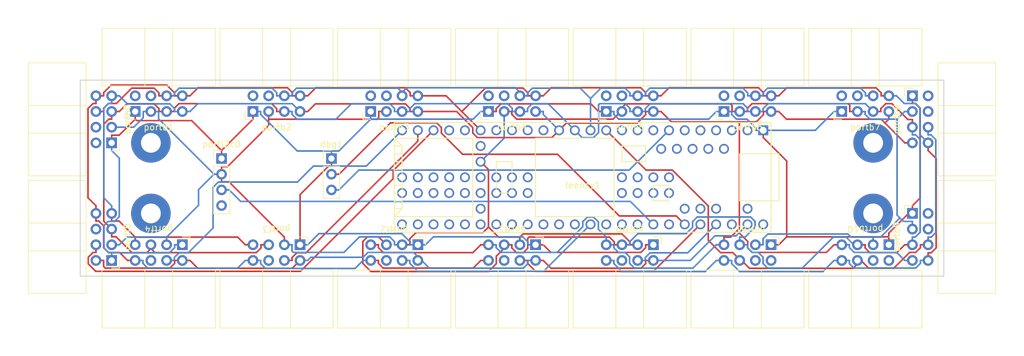
<source format=kicad_pcb>
(kicad_pcb (version 20171130) (host pcbnew "(5.1.5)-3")

  (general
    (thickness 1.6)
    (drawings 4)
    (tracks 718)
    (zones 0)
    (modules 25)
    (nets 118)
  )

  (page A4)
  (layers
    (0 F.Cu signal)
    (31 B.Cu signal)
    (32 B.Adhes user)
    (33 F.Adhes user)
    (34 B.Paste user)
    (35 F.Paste user)
    (36 B.SilkS user)
    (37 F.SilkS user)
    (38 B.Mask user)
    (39 F.Mask user)
    (40 Dwgs.User user)
    (41 Cmts.User user)
    (42 Eco1.User user)
    (43 Eco2.User user)
    (44 Edge.Cuts user)
    (45 Margin user)
    (46 B.CrtYd user)
    (47 F.CrtYd user)
    (48 B.Fab user)
    (49 F.Fab user)
  )

  (setup
    (last_trace_width 0.25)
    (trace_clearance 0.25)
    (zone_clearance 0.508)
    (zone_45_only no)
    (trace_min 0.2)
    (via_size 0.8)
    (via_drill 0.4)
    (via_min_size 0.4)
    (via_min_drill 0.3)
    (uvia_size 0.3)
    (uvia_drill 0.1)
    (uvias_allowed no)
    (uvia_min_size 0.2)
    (uvia_min_drill 0.1)
    (edge_width 0.15)
    (segment_width 0.2)
    (pcb_text_width 0.3)
    (pcb_text_size 1.5 1.5)
    (mod_edge_width 0.15)
    (mod_text_size 1 1)
    (mod_text_width 0.15)
    (pad_size 1.524 1.524)
    (pad_drill 0.762)
    (pad_to_mask_clearance 0.051)
    (solder_mask_min_width 0.25)
    (aux_axis_origin 0 0)
    (visible_elements 7FFFFFFF)
    (pcbplotparams
      (layerselection 0x010fc_ffffffff)
      (usegerberextensions false)
      (usegerberattributes false)
      (usegerberadvancedattributes false)
      (creategerberjobfile false)
      (excludeedgelayer true)
      (linewidth 0.100000)
      (plotframeref false)
      (viasonmask false)
      (mode 1)
      (useauxorigin false)
      (hpglpennumber 1)
      (hpglpenspeed 20)
      (hpglpendiameter 15.000000)
      (psnegative false)
      (psa4output false)
      (plotreference true)
      (plotvalue true)
      (plotinvisibletext false)
      (padsonsilk false)
      (subtractmaskfromsilk false)
      (outputformat 1)
      (mirror false)
      (drillshape 1)
      (scaleselection 1)
      (outputdirectory ""))
  )

  (net 0 "")
  (net 1 sck0)
  (net 2 miso0)
  (net 3 3.3v)
  (net 4 mosi0)
  (net 5 cs00)
  (net 6 cs01)
  (net 7 gnd)
  (net 8 cs03)
  (net 9 cs02)
  (net 10 i2cscl0)
  (net 11 agnd)
  (net 12 cs07)
  (net 13 cs05)
  (net 14 cs06)
  (net 15 dbgtx)
  (net 16 dbgrx)
  (net 17 "Net-(portb0-Pad4)")
  (net 18 "Net-(portb1-Pad4)")
  (net 19 "Net-(portb2-Pad4)")
  (net 20 "Net-(portb3-Pad4)")
  (net 21 "Net-(portb4-Pad4)")
  (net 22 "Net-(portb5-Pad4)")
  (net 23 "Net-(portb6-Pad4)")
  (net 24 "Net-(portb7-Pad4)")
  (net 25 "Net-(portb8-Pad4)")
  (net 26 "Net-(portb9-Pad4)")
  (net 27 "Net-(portb10-Pad4)")
  (net 28 "Net-(portb11-Pad4)")
  (net 29 "Net-(portf0-Pad6)")
  (net 30 "Net-(portf1-Pad6)")
  (net 31 cs04)
  (net 32 "Net-(portf2-Pad6)")
  (net 33 "Net-(portf3-Pad6)")
  (net 34 "Net-(portf4-Pad6)")
  (net 35 "Net-(portf5-Pad6)")
  (net 36 i2csda0)
  (net 37 "Net-(teensy1-Pad62)")
  (net 38 "Net-(teensy1-Pad61)")
  (net 39 "Net-(teensy1-Pad60)")
  (net 40 "Net-(teensy1-Pad59)")
  (net 41 "Net-(teensy1-Pad58)")
  (net 42 "Net-(teensy1-Pad86)")
  (net 43 "Net-(teensy1-Pad85)")
  (net 44 "Net-(teensy1-Pad84)")
  (net 45 "Net-(teensy1-Pad83)")
  (net 46 "Net-(teensy1-Pad82)")
  (net 47 "Net-(teensy1-Pad81)")
  (net 48 "Net-(teensy1-Pad80)")
  (net 49 "Net-(teensy1-Pad79)")
  (net 50 "Net-(teensy1-Pad78)")
  (net 51 "Net-(teensy1-Pad77)")
  (net 52 "Net-(teensy1-Pad76)")
  (net 53 "Net-(teensy1-Pad75)")
  (net 54 "Net-(teensy1-Pad74)")
  (net 55 "Net-(teensy1-Pad73)")
  (net 56 "Net-(teensy1-Pad72)")
  (net 57 "Net-(teensy1-Pad71)")
  (net 58 "Net-(teensy1-Pad70)")
  (net 59 "Net-(teensy1-Pad69)")
  (net 60 "Net-(teensy1-Pad68)")
  (net 61 "Net-(teensy1-Pad67)")
  (net 62 "Net-(teensy1-Pad66)")
  (net 63 "Net-(teensy1-Pad65)")
  (net 64 "Net-(teensy1-Pad64)")
  (net 65 "Net-(teensy1-Pad63)")
  (net 66 "Net-(teensy1-Pad57)")
  (net 67 "Net-(teensy1-Pad56)")
  (net 68 "Net-(teensy1-Pad55)")
  (net 69 "Net-(teensy1-Pad54)")
  (net 70 "Net-(teensy1-Pad53)")
  (net 71 "Net-(teensy1-Pad51)")
  (net 72 "Net-(teensy1-Pad47)")
  (net 73 i2csca0)
  (net 74 "Net-(teensy1-Pad44)")
  (net 75 "Net-(teensy1-Pad43)")
  (net 76 "Net-(teensy1-Pad41)")
  (net 77 "Net-(teensy1-Pad40)")
  (net 78 "Net-(teensy1-Pad39)")
  (net 79 "Net-(teensy1-Pad38)")
  (net 80 "Net-(teensy1-Pad2)")
  (net 81 "Net-(teensy1-Pad3)")
  (net 82 "Net-(teensy1-Pad4)")
  (net 83 "Net-(teensy1-Pad5)")
  (net 84 "Net-(teensy1-Pad6)")
  (net 85 "Net-(teensy1-Pad8)")
  (net 86 "Net-(teensy1-Pad9)")
  (net 87 "Net-(teensy1-Pad10)")
  (net 88 "Net-(teensy1-Pad37)")
  (net 89 "Net-(teensy1-Pad36)")
  (net 90 "Net-(teensy1-Pad35)")
  (net 91 "Net-(teensy1-Pad34)")
  (net 92 "Net-(teensy1-Pad33)")
  (net 93 "Net-(teensy1-Pad32)")
  (net 94 "Net-(teensy1-Pad31)")
  (net 95 "Net-(teensy1-Pad30)")
  (net 96 "Net-(teensy1-Pad29)")
  (net 97 "Net-(teensy1-Pad28)")
  (net 98 "Net-(teensy1-Pad27)")
  (net 99 "Net-(teensy1-Pad25)")
  (net 100 "Net-(teensy1-Pad21)")
  (net 101 "Net-(teensy1-Pad15)")
  (net 102 "Net-(teensy1-Pad16)")
  (net 103 "Net-(teensy1-Pad20)")
  (net 104 "Net-(teensy1-Pad18)")
  (net 105 "Net-(teensy1-Pad17)")
  (net 106 "Net-(portb0-Pad2)")
  (net 107 "Net-(portb1-Pad2)")
  (net 108 "Net-(portb2-Pad2)")
  (net 109 "Net-(portb3-Pad2)")
  (net 110 "Net-(portb4-Pad2)")
  (net 111 "Net-(portb5-Pad2)")
  (net 112 "Net-(portb6-Pad2)")
  (net 113 "Net-(portb7-Pad2)")
  (net 114 "Net-(portb8-Pad2)")
  (net 115 "Net-(portb9-Pad2)")
  (net 116 "Net-(portb10-Pad2)")
  (net 117 "Net-(portb11-Pad2)")

  (net_class Default "This is the default net class."
    (clearance 0.25)
    (trace_width 0.25)
    (via_dia 0.8)
    (via_drill 0.4)
    (uvia_dia 0.3)
    (uvia_drill 0.1)
    (add_net 3.3v)
    (add_net "Net-(portb0-Pad2)")
    (add_net "Net-(portb0-Pad4)")
    (add_net "Net-(portb1-Pad2)")
    (add_net "Net-(portb1-Pad4)")
    (add_net "Net-(portb10-Pad2)")
    (add_net "Net-(portb10-Pad4)")
    (add_net "Net-(portb11-Pad2)")
    (add_net "Net-(portb11-Pad4)")
    (add_net "Net-(portb2-Pad2)")
    (add_net "Net-(portb2-Pad4)")
    (add_net "Net-(portb3-Pad2)")
    (add_net "Net-(portb3-Pad4)")
    (add_net "Net-(portb4-Pad2)")
    (add_net "Net-(portb4-Pad4)")
    (add_net "Net-(portb5-Pad2)")
    (add_net "Net-(portb5-Pad4)")
    (add_net "Net-(portb6-Pad2)")
    (add_net "Net-(portb6-Pad4)")
    (add_net "Net-(portb7-Pad2)")
    (add_net "Net-(portb7-Pad4)")
    (add_net "Net-(portb8-Pad2)")
    (add_net "Net-(portb8-Pad4)")
    (add_net "Net-(portb9-Pad2)")
    (add_net "Net-(portb9-Pad4)")
    (add_net "Net-(portf0-Pad6)")
    (add_net "Net-(portf1-Pad6)")
    (add_net "Net-(portf2-Pad6)")
    (add_net "Net-(portf3-Pad6)")
    (add_net "Net-(portf4-Pad6)")
    (add_net "Net-(portf5-Pad6)")
    (add_net "Net-(teensy1-Pad10)")
    (add_net "Net-(teensy1-Pad15)")
    (add_net "Net-(teensy1-Pad16)")
    (add_net "Net-(teensy1-Pad17)")
    (add_net "Net-(teensy1-Pad18)")
    (add_net "Net-(teensy1-Pad2)")
    (add_net "Net-(teensy1-Pad20)")
    (add_net "Net-(teensy1-Pad21)")
    (add_net "Net-(teensy1-Pad25)")
    (add_net "Net-(teensy1-Pad27)")
    (add_net "Net-(teensy1-Pad28)")
    (add_net "Net-(teensy1-Pad29)")
    (add_net "Net-(teensy1-Pad3)")
    (add_net "Net-(teensy1-Pad30)")
    (add_net "Net-(teensy1-Pad31)")
    (add_net "Net-(teensy1-Pad32)")
    (add_net "Net-(teensy1-Pad33)")
    (add_net "Net-(teensy1-Pad34)")
    (add_net "Net-(teensy1-Pad35)")
    (add_net "Net-(teensy1-Pad36)")
    (add_net "Net-(teensy1-Pad37)")
    (add_net "Net-(teensy1-Pad38)")
    (add_net "Net-(teensy1-Pad39)")
    (add_net "Net-(teensy1-Pad4)")
    (add_net "Net-(teensy1-Pad40)")
    (add_net "Net-(teensy1-Pad41)")
    (add_net "Net-(teensy1-Pad43)")
    (add_net "Net-(teensy1-Pad44)")
    (add_net "Net-(teensy1-Pad47)")
    (add_net "Net-(teensy1-Pad5)")
    (add_net "Net-(teensy1-Pad51)")
    (add_net "Net-(teensy1-Pad53)")
    (add_net "Net-(teensy1-Pad54)")
    (add_net "Net-(teensy1-Pad55)")
    (add_net "Net-(teensy1-Pad56)")
    (add_net "Net-(teensy1-Pad57)")
    (add_net "Net-(teensy1-Pad58)")
    (add_net "Net-(teensy1-Pad59)")
    (add_net "Net-(teensy1-Pad6)")
    (add_net "Net-(teensy1-Pad60)")
    (add_net "Net-(teensy1-Pad61)")
    (add_net "Net-(teensy1-Pad62)")
    (add_net "Net-(teensy1-Pad63)")
    (add_net "Net-(teensy1-Pad64)")
    (add_net "Net-(teensy1-Pad65)")
    (add_net "Net-(teensy1-Pad66)")
    (add_net "Net-(teensy1-Pad67)")
    (add_net "Net-(teensy1-Pad68)")
    (add_net "Net-(teensy1-Pad69)")
    (add_net "Net-(teensy1-Pad70)")
    (add_net "Net-(teensy1-Pad71)")
    (add_net "Net-(teensy1-Pad72)")
    (add_net "Net-(teensy1-Pad73)")
    (add_net "Net-(teensy1-Pad74)")
    (add_net "Net-(teensy1-Pad75)")
    (add_net "Net-(teensy1-Pad76)")
    (add_net "Net-(teensy1-Pad77)")
    (add_net "Net-(teensy1-Pad78)")
    (add_net "Net-(teensy1-Pad79)")
    (add_net "Net-(teensy1-Pad8)")
    (add_net "Net-(teensy1-Pad80)")
    (add_net "Net-(teensy1-Pad81)")
    (add_net "Net-(teensy1-Pad82)")
    (add_net "Net-(teensy1-Pad83)")
    (add_net "Net-(teensy1-Pad84)")
    (add_net "Net-(teensy1-Pad85)")
    (add_net "Net-(teensy1-Pad86)")
    (add_net "Net-(teensy1-Pad9)")
    (add_net agnd)
    (add_net cs00)
    (add_net cs01)
    (add_net cs02)
    (add_net cs03)
    (add_net cs04)
    (add_net cs05)
    (add_net cs06)
    (add_net cs07)
    (add_net dbgrx)
    (add_net dbgtx)
    (add_net gnd)
    (add_net i2csca0)
    (add_net i2cscl0)
    (add_net i2csda0)
    (add_net miso0)
    (add_net mosi0)
    (add_net sck0)
  )

  (module Connector_PinHeader_2.54mm:PinHeader_1x04_P2.54mm_Vertical (layer F.Cu) (tedit 59FED5CC) (tstamp 5CA5C015)
    (at 95.25 91.44)
    (descr "Through hole straight pin header, 1x04, 2.54mm pitch, single row")
    (tags "Through hole pin header THT 1x04 2.54mm single row")
    (path /5CA49A14/5CA4A24A)
    (fp_text reference porti2c0 (at 0 -2.33) (layer F.SilkS)
      (effects (font (size 1 1) (thickness 0.15)))
    )
    (fp_text value Conn_01x04 (at 0 9.95) (layer F.Fab)
      (effects (font (size 1 1) (thickness 0.15)))
    )
    (fp_text user %R (at 0 3.81 90) (layer F.Fab)
      (effects (font (size 1 1) (thickness 0.15)))
    )
    (fp_line (start 1.8 -1.8) (end -1.8 -1.8) (layer F.CrtYd) (width 0.05))
    (fp_line (start 1.8 9.4) (end 1.8 -1.8) (layer F.CrtYd) (width 0.05))
    (fp_line (start -1.8 9.4) (end 1.8 9.4) (layer F.CrtYd) (width 0.05))
    (fp_line (start -1.8 -1.8) (end -1.8 9.4) (layer F.CrtYd) (width 0.05))
    (fp_line (start -1.33 -1.33) (end 0 -1.33) (layer F.SilkS) (width 0.12))
    (fp_line (start -1.33 0) (end -1.33 -1.33) (layer F.SilkS) (width 0.12))
    (fp_line (start -1.33 1.27) (end 1.33 1.27) (layer F.SilkS) (width 0.12))
    (fp_line (start 1.33 1.27) (end 1.33 8.95) (layer F.SilkS) (width 0.12))
    (fp_line (start -1.33 1.27) (end -1.33 8.95) (layer F.SilkS) (width 0.12))
    (fp_line (start -1.33 8.95) (end 1.33 8.95) (layer F.SilkS) (width 0.12))
    (fp_line (start -1.27 -0.635) (end -0.635 -1.27) (layer F.Fab) (width 0.1))
    (fp_line (start -1.27 8.89) (end -1.27 -0.635) (layer F.Fab) (width 0.1))
    (fp_line (start 1.27 8.89) (end -1.27 8.89) (layer F.Fab) (width 0.1))
    (fp_line (start 1.27 -1.27) (end 1.27 8.89) (layer F.Fab) (width 0.1))
    (fp_line (start -0.635 -1.27) (end 1.27 -1.27) (layer F.Fab) (width 0.1))
    (pad 4 thru_hole oval (at 0 7.62) (size 1.7 1.7) (drill 1) (layers *.Cu *.Mask)
      (net 36 i2csda0))
    (pad 3 thru_hole oval (at 0 5.08) (size 1.7 1.7) (drill 1) (layers *.Cu *.Mask)
      (net 10 i2cscl0))
    (pad 2 thru_hole oval (at 0 2.54) (size 1.7 1.7) (drill 1) (layers *.Cu *.Mask)
      (net 3 3.3v))
    (pad 1 thru_hole rect (at 0 0) (size 1.7 1.7) (drill 1) (layers *.Cu *.Mask)
      (net 7 gnd))
    (model ${KISYS3DMOD}/Connector_PinHeader_2.54mm.3dshapes/PinHeader_1x04_P2.54mm_Vertical.wrl
      (at (xyz 0 0 0))
      (scale (xyz 1 1 1))
      (rotate (xyz 0 0 0))
    )
  )

  (module teensy:Teensy35_36 (layer F.Cu) (tedit 58E3CF68) (tstamp 5E425B91)
    (at 153.67 94.488 180)
    (path /5C905E31/5C905E69)
    (fp_text reference teensy1 (at 0 -1.27) (layer F.SilkS)
      (effects (font (size 1 1) (thickness 0.15)))
    )
    (fp_text value Teensy3.6 (at 0 10.16) (layer F.Fab)
      (effects (font (size 1 1) (thickness 0.15)))
    )
    (fp_line (start -30.48 8.89) (end -30.48 -8.89) (layer F.SilkS) (width 0.15))
    (fp_line (start 30.48 -8.89) (end 30.48 8.89) (layer F.SilkS) (width 0.15))
    (fp_line (start 11.43 -2.54) (end 13.97 -2.54) (layer F.SilkS) (width 0.15))
    (fp_line (start 11.43 2.54) (end 11.43 -2.54) (layer F.SilkS) (width 0.15))
    (fp_line (start 13.97 2.54) (end 11.43 2.54) (layer F.SilkS) (width 0.15))
    (fp_line (start 13.97 -2.54) (end 13.97 2.54) (layer F.SilkS) (width 0.15))
    (fp_line (start -25.4 3.81) (end -30.48 3.81) (layer F.SilkS) (width 0.15))
    (fp_line (start -25.4 -3.81) (end -30.48 -3.81) (layer F.SilkS) (width 0.15))
    (fp_line (start -25.4 3.81) (end -25.4 -3.81) (layer F.SilkS) (width 0.15))
    (fp_line (start -31.75 -3.81) (end -30.48 -3.81) (layer F.SilkS) (width 0.15))
    (fp_line (start -31.75 3.81) (end -31.75 -3.81) (layer F.SilkS) (width 0.15))
    (fp_line (start -30.48 3.81) (end -31.75 3.81) (layer F.SilkS) (width 0.15))
    (fp_line (start -30.48 8.89) (end 30.48 8.89) (layer F.SilkS) (width 0.15))
    (fp_line (start 30.48 -8.89) (end -30.48 -8.89) (layer F.SilkS) (width 0.15))
    (fp_line (start 17.78 6.35) (end 30.48 6.35) (layer F.SilkS) (width 0.15))
    (fp_line (start 17.78 -6.35) (end 17.78 6.35) (layer F.SilkS) (width 0.15))
    (fp_line (start 30.48 -6.35) (end 17.78 -6.35) (layer F.SilkS) (width 0.15))
    (fp_line (start 29.21 -5.08) (end 30.48 -6.35) (layer F.SilkS) (width 0.15))
    (fp_line (start 29.21 5.08) (end 29.21 -5.08) (layer F.SilkS) (width 0.15))
    (fp_line (start 30.48 6.35) (end 29.21 5.08) (layer F.SilkS) (width 0.15))
    (fp_line (start 29.21 -5.08) (end 30.48 -5.08) (layer F.SilkS) (width 0.15))
    (fp_line (start 29.21 -3.81) (end 30.48 -3.81) (layer F.SilkS) (width 0.15))
    (fp_line (start 29.21 -2.54) (end 30.48 -2.54) (layer F.SilkS) (width 0.15))
    (fp_line (start 29.21 -1.27) (end 30.48 -1.27) (layer F.SilkS) (width 0.15))
    (fp_line (start 29.21 0) (end 30.48 0) (layer F.SilkS) (width 0.15))
    (fp_line (start 29.21 1.27) (end 30.48 1.27) (layer F.SilkS) (width 0.15))
    (fp_line (start 29.21 2.54) (end 30.48 2.54) (layer F.SilkS) (width 0.15))
    (fp_line (start 29.21 3.81) (end 30.48 3.81) (layer F.SilkS) (width 0.15))
    (fp_line (start 29.21 5.08) (end 30.48 5.08) (layer F.SilkS) (width 0.15))
    (fp_line (start -5.08 -6.35) (end 7.62 -6.35) (layer F.SilkS) (width 0.15))
    (fp_line (start -5.08 6.35) (end 7.62 6.35) (layer F.SilkS) (width 0.15))
    (fp_line (start -5.08 -6.35) (end -5.08 6.35) (layer F.SilkS) (width 0.15))
    (fp_line (start 7.62 6.35) (end 7.62 -6.35) (layer F.SilkS) (width 0.15))
    (fp_line (start -6.35 2.54) (end -6.35 5.08) (layer F.SilkS) (width 0.15))
    (fp_line (start -10.16 2.54) (end -6.35 2.54) (layer F.SilkS) (width 0.15))
    (fp_line (start -10.16 5.08) (end -10.16 2.54) (layer F.SilkS) (width 0.15))
    (fp_line (start -6.35 5.08) (end -10.16 5.08) (layer F.SilkS) (width 0.15))
    (fp_line (start -11.43 -3.81) (end -13.97 -3.81) (layer F.SilkS) (width 0.15))
    (fp_line (start -11.43 -1.27) (end -11.43 -3.81) (layer F.SilkS) (width 0.15))
    (fp_line (start -13.97 -1.27) (end -11.43 -1.27) (layer F.SilkS) (width 0.15))
    (fp_line (start -13.97 -3.81) (end -13.97 -1.27) (layer F.SilkS) (width 0.15))
    (pad 62 thru_hole circle (at -12.7 4.62 180) (size 1.6 1.6) (drill 1.1) (layers *.Cu *.Mask)
      (net 37 "Net-(teensy1-Pad62)"))
    (pad 61 thru_hole circle (at -15.24 4.62 180) (size 1.6 1.6) (drill 1.1) (layers *.Cu *.Mask)
      (net 38 "Net-(teensy1-Pad61)"))
    (pad 60 thru_hole circle (at -17.78 4.62 180) (size 1.6 1.6) (drill 1.1) (layers *.Cu *.Mask)
      (net 39 "Net-(teensy1-Pad60)"))
    (pad 59 thru_hole circle (at -20.32 4.62 180) (size 1.6 1.6) (drill 1.1) (layers *.Cu *.Mask)
      (net 40 "Net-(teensy1-Pad59)"))
    (pad 58 thru_hole circle (at -22.86 4.62 180) (size 1.6 1.6) (drill 1.1) (layers *.Cu *.Mask)
      (net 41 "Net-(teensy1-Pad58)"))
    (pad 86 thru_hole circle (at -13.97 -2.54 180) (size 1.6 1.6) (drill 1.1) (layers *.Cu *.Mask)
      (net 42 "Net-(teensy1-Pad86)"))
    (pad 85 thru_hole circle (at -11.43 -2.54 180) (size 1.6 1.6) (drill 1.1) (layers *.Cu *.Mask)
      (net 43 "Net-(teensy1-Pad85)"))
    (pad 84 thru_hole circle (at -8.89 -2.54 180) (size 1.6 1.6) (drill 1.1) (layers *.Cu *.Mask)
      (net 44 "Net-(teensy1-Pad84)"))
    (pad 83 thru_hole circle (at -6.35 -2.54 180) (size 1.6 1.6) (drill 1.1) (layers *.Cu *.Mask)
      (net 45 "Net-(teensy1-Pad83)"))
    (pad 82 thru_hole circle (at 8.89 -2.54 180) (size 1.6 1.6) (drill 1.1) (layers *.Cu *.Mask)
      (net 46 "Net-(teensy1-Pad82)"))
    (pad 81 thru_hole circle (at 11.43 -2.54 180) (size 1.6 1.6) (drill 1.1) (layers *.Cu *.Mask)
      (net 47 "Net-(teensy1-Pad81)"))
    (pad 80 thru_hole circle (at 13.97 -2.54 180) (size 1.6 1.6) (drill 1.1) (layers *.Cu *.Mask)
      (net 48 "Net-(teensy1-Pad80)"))
    (pad 79 thru_hole circle (at 19.05 -2.54 180) (size 1.6 1.6) (drill 1.1) (layers *.Cu *.Mask)
      (net 49 "Net-(teensy1-Pad79)"))
    (pad 78 thru_hole circle (at 21.59 -2.54 180) (size 1.6 1.6) (drill 1.1) (layers *.Cu *.Mask)
      (net 50 "Net-(teensy1-Pad78)"))
    (pad 77 thru_hole circle (at 24.13 -2.54 180) (size 1.6 1.6) (drill 1.1) (layers *.Cu *.Mask)
      (net 51 "Net-(teensy1-Pad77)"))
    (pad 76 thru_hole circle (at 26.67 -2.54 180) (size 1.6 1.6) (drill 1.1) (layers *.Cu *.Mask)
      (net 52 "Net-(teensy1-Pad76)"))
    (pad 75 thru_hole circle (at 29.21 -2.54 180) (size 1.6 1.6) (drill 1.1) (layers *.Cu *.Mask)
      (net 53 "Net-(teensy1-Pad75)"))
    (pad 74 thru_hole circle (at 29.21 0 180) (size 1.6 1.6) (drill 1.1) (layers *.Cu *.Mask)
      (net 54 "Net-(teensy1-Pad74)"))
    (pad 73 thru_hole circle (at 26.67 0 180) (size 1.6 1.6) (drill 1.1) (layers *.Cu *.Mask)
      (net 55 "Net-(teensy1-Pad73)"))
    (pad 72 thru_hole circle (at 24.13 0 180) (size 1.6 1.6) (drill 1.1) (layers *.Cu *.Mask)
      (net 56 "Net-(teensy1-Pad72)"))
    (pad 71 thru_hole circle (at 21.59 0 180) (size 1.6 1.6) (drill 1.1) (layers *.Cu *.Mask)
      (net 57 "Net-(teensy1-Pad71)"))
    (pad 70 thru_hole circle (at 19.05 0 180) (size 1.6 1.6) (drill 1.1) (layers *.Cu *.Mask)
      (net 58 "Net-(teensy1-Pad70)"))
    (pad 69 thru_hole circle (at 13.97 0 180) (size 1.6 1.6) (drill 1.1) (layers *.Cu *.Mask)
      (net 59 "Net-(teensy1-Pad69)"))
    (pad 68 thru_hole circle (at 11.43 0 180) (size 1.6 1.6) (drill 1.1) (layers *.Cu *.Mask)
      (net 60 "Net-(teensy1-Pad68)"))
    (pad 67 thru_hole circle (at 8.89 0 180) (size 1.6 1.6) (drill 1.1) (layers *.Cu *.Mask)
      (net 61 "Net-(teensy1-Pad67)"))
    (pad 66 thru_hole circle (at -6.35 0 180) (size 1.6 1.6) (drill 1.1) (layers *.Cu *.Mask)
      (net 62 "Net-(teensy1-Pad66)"))
    (pad 65 thru_hole circle (at -8.89 0 180) (size 1.6 1.6) (drill 1.1) (layers *.Cu *.Mask)
      (net 63 "Net-(teensy1-Pad65)"))
    (pad 64 thru_hole circle (at -11.43 0 180) (size 1.6 1.6) (drill 1.1) (layers *.Cu *.Mask)
      (net 64 "Net-(teensy1-Pad64)"))
    (pad 63 thru_hole circle (at -13.97 0 180) (size 1.6 1.6) (drill 1.1) (layers *.Cu *.Mask)
      (net 65 "Net-(teensy1-Pad63)"))
    (pad 57 thru_hole circle (at -16.51 -5.08 180) (size 1.6 1.6) (drill 1.1) (layers *.Cu *.Mask)
      (net 66 "Net-(teensy1-Pad57)"))
    (pad 56 thru_hole circle (at -19.05 -5.08 180) (size 1.6 1.6) (drill 1.1) (layers *.Cu *.Mask)
      (net 67 "Net-(teensy1-Pad56)"))
    (pad 55 thru_hole circle (at -21.59 -5.08 180) (size 1.6 1.6) (drill 1.1) (layers *.Cu *.Mask)
      (net 68 "Net-(teensy1-Pad55)"))
    (pad 54 thru_hole circle (at -26.67 -5.08 180) (size 1.6 1.6) (drill 1.1) (layers *.Cu *.Mask)
      (net 69 "Net-(teensy1-Pad54)"))
    (pad 53 thru_hole circle (at -29.21 -7.62 180) (size 1.6 1.6) (drill 1.1) (layers *.Cu *.Mask)
      (net 70 "Net-(teensy1-Pad53)"))
    (pad 52 thru_hole circle (at -26.67 -7.62 180) (size 1.6 1.6) (drill 1.1) (layers *.Cu *.Mask)
      (net 11 agnd))
    (pad 51 thru_hole circle (at -24.13 -7.62 180) (size 1.6 1.6) (drill 1.1) (layers *.Cu *.Mask)
      (net 71 "Net-(teensy1-Pad51)"))
    (pad 50 thru_hole circle (at -21.59 -7.62 180) (size 1.6 1.6) (drill 1.1) (layers *.Cu *.Mask)
      (net 9 cs02))
    (pad 49 thru_hole circle (at -19.05 -7.62 180) (size 1.6 1.6) (drill 1.1) (layers *.Cu *.Mask)
      (net 8 cs03))
    (pad 48 thru_hole circle (at -16.51 -7.62 180) (size 1.6 1.6) (drill 1.1) (layers *.Cu *.Mask)
      (net 16 dbgrx))
    (pad 47 thru_hole circle (at -13.97 -7.62 180) (size 1.6 1.6) (drill 1.1) (layers *.Cu *.Mask)
      (net 72 "Net-(teensy1-Pad47)"))
    (pad 46 thru_hole circle (at -11.43 -7.62 180) (size 1.6 1.6) (drill 1.1) (layers *.Cu *.Mask)
      (net 10 i2cscl0))
    (pad 45 thru_hole circle (at -8.89 -7.62 180) (size 1.6 1.6) (drill 1.1) (layers *.Cu *.Mask)
      (net 73 i2csca0))
    (pad 44 thru_hole circle (at -6.35 -7.62 180) (size 1.6 1.6) (drill 1.1) (layers *.Cu *.Mask)
      (net 74 "Net-(teensy1-Pad44)"))
    (pad 43 thru_hole circle (at -3.81 -7.62 180) (size 1.6 1.6) (drill 1.1) (layers *.Cu *.Mask)
      (net 75 "Net-(teensy1-Pad43)"))
    (pad 42 thru_hole circle (at -1.27 -7.62 180) (size 1.6 1.6) (drill 1.1) (layers *.Cu *.Mask)
      (net 31 cs04))
    (pad 41 thru_hole circle (at 1.27 -7.62 180) (size 1.6 1.6) (drill 1.1) (layers *.Cu *.Mask)
      (net 76 "Net-(teensy1-Pad41)"))
    (pad 40 thru_hole circle (at 3.81 -7.62 180) (size 1.6 1.6) (drill 1.1) (layers *.Cu *.Mask)
      (net 77 "Net-(teensy1-Pad40)"))
    (pad 39 thru_hole circle (at 6.35 -7.62 180) (size 1.6 1.6) (drill 1.1) (layers *.Cu *.Mask)
      (net 78 "Net-(teensy1-Pad39)"))
    (pad 38 thru_hole circle (at 8.89 -7.62 180) (size 1.6 1.6) (drill 1.1) (layers *.Cu *.Mask)
      (net 79 "Net-(teensy1-Pad38)"))
    (pad 1 thru_hole rect (at -29.21 7.62 180) (size 1.6 1.6) (drill 1.1) (layers *.Cu *.Mask)
      (net 7 gnd))
    (pad 2 thru_hole circle (at -26.67 7.62 180) (size 1.6 1.6) (drill 1.1) (layers *.Cu *.Mask)
      (net 80 "Net-(teensy1-Pad2)"))
    (pad 3 thru_hole circle (at -24.13 7.62 180) (size 1.6 1.6) (drill 1.1) (layers *.Cu *.Mask)
      (net 81 "Net-(teensy1-Pad3)"))
    (pad 4 thru_hole circle (at -21.59 7.62 180) (size 1.6 1.6) (drill 1.1) (layers *.Cu *.Mask)
      (net 82 "Net-(teensy1-Pad4)"))
    (pad 5 thru_hole circle (at -19.05 7.62 180) (size 1.6 1.6) (drill 1.1) (layers *.Cu *.Mask)
      (net 83 "Net-(teensy1-Pad5)"))
    (pad 6 thru_hole circle (at -16.51 7.62 180) (size 1.6 1.6) (drill 1.1) (layers *.Cu *.Mask)
      (net 84 "Net-(teensy1-Pad6)"))
    (pad 7 thru_hole circle (at -13.97 7.62 180) (size 1.6 1.6) (drill 1.1) (layers *.Cu *.Mask)
      (net 15 dbgtx))
    (pad 8 thru_hole circle (at -11.43 7.62 180) (size 1.6 1.6) (drill 1.1) (layers *.Cu *.Mask)
      (net 85 "Net-(teensy1-Pad8)"))
    (pad 9 thru_hole circle (at -8.89 7.62 180) (size 1.6 1.6) (drill 1.1) (layers *.Cu *.Mask)
      (net 86 "Net-(teensy1-Pad9)"))
    (pad 10 thru_hole circle (at -6.35 7.62 180) (size 1.6 1.6) (drill 1.1) (layers *.Cu *.Mask)
      (net 87 "Net-(teensy1-Pad10)"))
    (pad 11 thru_hole circle (at -3.81 7.62 180) (size 1.6 1.6) (drill 1.1) (layers *.Cu *.Mask)
      (net 6 cs01))
    (pad 12 thru_hole circle (at -1.27 7.62 180) (size 1.6 1.6) (drill 1.1) (layers *.Cu *.Mask)
      (net 5 cs00))
    (pad 13 thru_hole circle (at 1.27 7.62 180) (size 1.6 1.6) (drill 1.1) (layers *.Cu *.Mask)
      (net 4 mosi0))
    (pad 37 thru_hole circle (at 11.43 -7.62 180) (size 1.6 1.6) (drill 1.1) (layers *.Cu *.Mask)
      (net 88 "Net-(teensy1-Pad37)"))
    (pad 36 thru_hole circle (at 13.97 -7.62 180) (size 1.6 1.6) (drill 1.1) (layers *.Cu *.Mask)
      (net 89 "Net-(teensy1-Pad36)"))
    (pad 35 thru_hole circle (at 16.51 -7.62 180) (size 1.6 1.6) (drill 1.1) (layers *.Cu *.Mask)
      (net 90 "Net-(teensy1-Pad35)"))
    (pad 34 thru_hole circle (at 19.05 -7.62 180) (size 1.6 1.6) (drill 1.1) (layers *.Cu *.Mask)
      (net 91 "Net-(teensy1-Pad34)"))
    (pad 33 thru_hole circle (at 21.59 -7.62 180) (size 1.6 1.6) (drill 1.1) (layers *.Cu *.Mask)
      (net 92 "Net-(teensy1-Pad33)"))
    (pad 32 thru_hole circle (at 24.13 -7.62 180) (size 1.6 1.6) (drill 1.1) (layers *.Cu *.Mask)
      (net 93 "Net-(teensy1-Pad32)"))
    (pad 31 thru_hole circle (at 26.67 -7.62 180) (size 1.6 1.6) (drill 1.1) (layers *.Cu *.Mask)
      (net 94 "Net-(teensy1-Pad31)"))
    (pad 30 thru_hole circle (at 29.21 -7.62 180) (size 1.6 1.6) (drill 1.1) (layers *.Cu *.Mask)
      (net 95 "Net-(teensy1-Pad30)"))
    (pad 29 thru_hole circle (at 16.51 -5.08 180) (size 1.6 1.6) (drill 1.1) (layers *.Cu *.Mask)
      (net 96 "Net-(teensy1-Pad29)"))
    (pad 28 thru_hole circle (at 16.51 -2.54 180) (size 1.6 1.6) (drill 1.1) (layers *.Cu *.Mask)
      (net 97 "Net-(teensy1-Pad28)"))
    (pad 27 thru_hole circle (at 16.51 0 180) (size 1.6 1.6) (drill 1.1) (layers *.Cu *.Mask)
      (net 98 "Net-(teensy1-Pad27)"))
    (pad 26 thru_hole circle (at 16.51 2.54 180) (size 1.6 1.6) (drill 1.1) (layers *.Cu *.Mask)
      (net 3 3.3v))
    (pad 25 thru_hole circle (at 16.51 5.08 180) (size 1.6 1.6) (drill 1.1) (layers *.Cu *.Mask)
      (net 99 "Net-(teensy1-Pad25)"))
    (pad 24 thru_hole circle (at 29.21 7.62 180) (size 1.6 1.6) (drill 1.1) (layers *.Cu *.Mask)
      (net 14 cs06))
    (pad 23 thru_hole circle (at 26.67 7.62 180) (size 1.6 1.6) (drill 1.1) (layers *.Cu *.Mask)
      (net 13 cs05))
    (pad 22 thru_hole circle (at 24.13 7.62 180) (size 1.6 1.6) (drill 1.1) (layers *.Cu *.Mask)
      (net 12 cs07))
    (pad 21 thru_hole circle (at 21.59 7.62 180) (size 1.6 1.6) (drill 1.1) (layers *.Cu *.Mask)
      (net 100 "Net-(teensy1-Pad21)"))
    (pad 14 thru_hole circle (at 3.81 7.62 180) (size 1.6 1.6) (drill 1.1) (layers *.Cu *.Mask)
      (net 2 miso0))
    (pad 15 thru_hole circle (at 6.35 7.62 180) (size 1.6 1.6) (drill 1.1) (layers *.Cu *.Mask)
      (net 101 "Net-(teensy1-Pad15)"))
    (pad 16 thru_hole circle (at 8.89 7.62 180) (size 1.6 1.6) (drill 1.1) (layers *.Cu *.Mask)
      (net 102 "Net-(teensy1-Pad16)"))
    (pad 20 thru_hole circle (at 19.05 7.62 180) (size 1.6 1.6) (drill 1.1) (layers *.Cu *.Mask)
      (net 103 "Net-(teensy1-Pad20)"))
    (pad 19 thru_hole circle (at 16.51 7.62 180) (size 1.6 1.6) (drill 1.1) (layers *.Cu *.Mask)
      (net 1 sck0))
    (pad 18 thru_hole circle (at 13.97 7.62 180) (size 1.6 1.6) (drill 1.1) (layers *.Cu *.Mask)
      (net 104 "Net-(teensy1-Pad18)"))
    (pad 17 thru_hole circle (at 11.43 7.62 180) (size 1.6 1.6) (drill 1.1) (layers *.Cu *.Mask)
      (net 105 "Net-(teensy1-Pad17)"))
  )

  (module Connector_IDC:IDC-Header_2x04_P2.54mm_Horizontal (layer F.Cu) (tedit 59DE1EC1) (tstamp 5E41A1BC)
    (at 77.47 107.95 180)
    (descr "Through hole angled IDC box header, 2x04, 2.54mm pitch, double rows")
    (tags "Through hole IDC box header THT 2x04 2.54mm double row")
    (path /5C905E46/5E45DC74)
    (fp_text reference portf5 (at -2.54 3.81 90) (layer F.SilkS)
      (effects (font (size 1 1) (thickness 0.15)))
    )
    (fp_text value Conn_02x04_Counter_Clockwise (at 6.105 13.97) (layer F.Fab)
      (effects (font (size 1 1) (thickness 0.15)))
    )
    (fp_line (start 13.48 12.97) (end -1.12 12.97) (layer F.CrtYd) (width 0.05))
    (fp_line (start 13.48 -5.35) (end 13.48 12.97) (layer F.CrtYd) (width 0.05))
    (fp_line (start -1.12 12.97) (end -1.12 -5.35) (layer F.CrtYd) (width 0.05))
    (fp_line (start -1.12 -5.35) (end 13.48 -5.35) (layer F.CrtYd) (width 0.05))
    (fp_line (start 4.13 6.06) (end 13.48 6.06) (layer F.SilkS) (width 0.12))
    (fp_line (start 4.13 12.97) (end 4.13 -5.35) (layer F.SilkS) (width 0.12))
    (fp_line (start 4.13 12.97) (end 13.48 12.97) (layer F.SilkS) (width 0.12))
    (fp_line (start 4.13 1.56) (end 13.48 1.56) (layer F.SilkS) (width 0.12))
    (fp_line (start 4.13 -5.35) (end 13.48 -5.35) (layer F.SilkS) (width 0.12))
    (fp_line (start 13.48 -5.35) (end 13.48 12.97) (layer F.SilkS) (width 0.12))
    (fp_line (start 0 -1.27) (end -1.27 -1.27) (layer F.SilkS) (width 0.12))
    (fp_line (start -1.27 -1.27) (end -1.27 0) (layer F.SilkS) (width 0.12))
    (fp_line (start 5.38 -5.1) (end 13.23 -5.1) (layer F.Fab) (width 0.1))
    (fp_line (start 4.38 7.3) (end -0.32 7.3) (layer F.Fab) (width 0.1))
    (fp_line (start 4.38 6.06) (end 13.23 6.06) (layer F.Fab) (width 0.1))
    (fp_line (start 4.38 4.76) (end -0.32 4.76) (layer F.Fab) (width 0.1))
    (fp_line (start 4.38 2.22) (end -0.32 2.22) (layer F.Fab) (width 0.1))
    (fp_line (start 4.38 12.72) (end 4.38 -4.1) (layer F.Fab) (width 0.1))
    (fp_line (start 4.38 12.72) (end 13.23 12.72) (layer F.Fab) (width 0.1))
    (fp_line (start 4.38 1.56) (end 13.23 1.56) (layer F.Fab) (width 0.1))
    (fp_line (start 4.38 -4.1) (end 5.38 -5.1) (layer F.Fab) (width 0.1))
    (fp_line (start 4.38 -0.32) (end -0.32 -0.32) (layer F.Fab) (width 0.1))
    (fp_line (start 13.23 12.72) (end 13.23 -5.1) (layer F.Fab) (width 0.1))
    (fp_line (start -0.32 7.94) (end 4.38 7.94) (layer F.Fab) (width 0.1))
    (fp_line (start -0.32 7.3) (end -0.32 7.94) (layer F.Fab) (width 0.1))
    (fp_line (start -0.32 5.4) (end 4.38 5.4) (layer F.Fab) (width 0.1))
    (fp_line (start -0.32 4.76) (end -0.32 5.4) (layer F.Fab) (width 0.1))
    (fp_line (start -0.32 2.86) (end 4.38 2.86) (layer F.Fab) (width 0.1))
    (fp_line (start -0.32 2.22) (end -0.32 2.86) (layer F.Fab) (width 0.1))
    (fp_line (start -0.32 0.32) (end 4.38 0.32) (layer F.Fab) (width 0.1))
    (fp_line (start -0.32 -0.32) (end -0.32 0.32) (layer F.Fab) (width 0.1))
    (fp_text user %R (at 8.805 3.81 90) (layer F.Fab)
      (effects (font (size 1 1) (thickness 0.15)))
    )
    (pad 8 thru_hole oval (at 2.54 7.62 180) (size 1.7272 1.7272) (drill 1.016) (layers *.Cu *.Mask)
      (net 1 sck0))
    (pad 7 thru_hole oval (at 0 7.62 180) (size 1.7272 1.7272) (drill 1.016) (layers *.Cu *.Mask)
      (net 2 miso0))
    (pad 6 thru_hole oval (at 2.54 5.08 180) (size 1.7272 1.7272) (drill 1.016) (layers *.Cu *.Mask)
      (net 35 "Net-(portf5-Pad6)"))
    (pad 5 thru_hole oval (at 0 5.08 180) (size 1.7272 1.7272) (drill 1.016) (layers *.Cu *.Mask)
      (net 4 mosi0))
    (pad 4 thru_hole oval (at 2.54 2.54 180) (size 1.7272 1.7272) (drill 1.016) (layers *.Cu *.Mask)
      (net 12 cs07))
    (pad 3 thru_hole oval (at 0 2.54 180) (size 1.7272 1.7272) (drill 1.016) (layers *.Cu *.Mask)
      (net 3 3.3v))
    (pad 2 thru_hole oval (at 2.54 0 180) (size 1.7272 1.7272) (drill 1.016) (layers *.Cu *.Mask)
      (net 11 agnd))
    (pad 1 thru_hole rect (at 0 0 180) (size 1.7272 1.7272) (drill 1.016) (layers *.Cu *.Mask)
      (net 7 gnd))
    (model ${KISYS3DMOD}/Connector_IDC.3dshapes/IDC-Header_2x04_P2.54mm_Horizontal.wrl
      (at (xyz 0 0 0))
      (scale (xyz 1 1 1))
      (rotate (xyz 0 0 0))
    )
  )

  (module Connector_IDC:IDC-Header_2x04_P2.54mm_Horizontal (layer F.Cu) (tedit 59DE1EC1) (tstamp 5E41A190)
    (at 88.9 105.41 270)
    (descr "Through hole angled IDC box header, 2x04, 2.54mm pitch, double rows")
    (tags "Through hole IDC box header THT 2x04 2.54mm double row")
    (path /5C905E46/5E45D972)
    (fp_text reference portf4 (at -2.54 3.81 180 unlocked) (layer F.SilkS)
      (effects (font (size 1 1) (thickness 0.15)))
    )
    (fp_text value Conn_02x04_Counter_Clockwise (at 6.105 13.97 90) (layer F.Fab)
      (effects (font (size 1 1) (thickness 0.15)))
    )
    (fp_line (start 13.48 12.97) (end -1.12 12.97) (layer F.CrtYd) (width 0.05))
    (fp_line (start 13.48 -5.35) (end 13.48 12.97) (layer F.CrtYd) (width 0.05))
    (fp_line (start -1.12 12.97) (end -1.12 -5.35) (layer F.CrtYd) (width 0.05))
    (fp_line (start -1.12 -5.35) (end 13.48 -5.35) (layer F.CrtYd) (width 0.05))
    (fp_line (start 4.13 6.06) (end 13.48 6.06) (layer F.SilkS) (width 0.12))
    (fp_line (start 4.13 12.97) (end 4.13 -5.35) (layer F.SilkS) (width 0.12))
    (fp_line (start 4.13 12.97) (end 13.48 12.97) (layer F.SilkS) (width 0.12))
    (fp_line (start 4.13 1.56) (end 13.48 1.56) (layer F.SilkS) (width 0.12))
    (fp_line (start 4.13 -5.35) (end 13.48 -5.35) (layer F.SilkS) (width 0.12))
    (fp_line (start 13.48 -5.35) (end 13.48 12.97) (layer F.SilkS) (width 0.12))
    (fp_line (start 0 -1.27) (end -1.27 -1.27) (layer F.SilkS) (width 0.12))
    (fp_line (start -1.27 -1.27) (end -1.27 0) (layer F.SilkS) (width 0.12))
    (fp_line (start 5.38 -5.1) (end 13.23 -5.1) (layer F.Fab) (width 0.1))
    (fp_line (start 4.38 7.3) (end -0.32 7.3) (layer F.Fab) (width 0.1))
    (fp_line (start 4.38 6.06) (end 13.23 6.06) (layer F.Fab) (width 0.1))
    (fp_line (start 4.38 4.76) (end -0.32 4.76) (layer F.Fab) (width 0.1))
    (fp_line (start 4.38 2.22) (end -0.32 2.22) (layer F.Fab) (width 0.1))
    (fp_line (start 4.38 12.72) (end 4.38 -4.1) (layer F.Fab) (width 0.1))
    (fp_line (start 4.38 12.72) (end 13.23 12.72) (layer F.Fab) (width 0.1))
    (fp_line (start 4.38 1.56) (end 13.23 1.56) (layer F.Fab) (width 0.1))
    (fp_line (start 4.38 -4.1) (end 5.38 -5.1) (layer F.Fab) (width 0.1))
    (fp_line (start 4.38 -0.32) (end -0.32 -0.32) (layer F.Fab) (width 0.1))
    (fp_line (start 13.23 12.72) (end 13.23 -5.1) (layer F.Fab) (width 0.1))
    (fp_line (start -0.32 7.94) (end 4.38 7.94) (layer F.Fab) (width 0.1))
    (fp_line (start -0.32 7.3) (end -0.32 7.94) (layer F.Fab) (width 0.1))
    (fp_line (start -0.32 5.4) (end 4.38 5.4) (layer F.Fab) (width 0.1))
    (fp_line (start -0.32 4.76) (end -0.32 5.4) (layer F.Fab) (width 0.1))
    (fp_line (start -0.32 2.86) (end 4.38 2.86) (layer F.Fab) (width 0.1))
    (fp_line (start -0.32 2.22) (end -0.32 2.86) (layer F.Fab) (width 0.1))
    (fp_line (start -0.32 0.32) (end 4.38 0.32) (layer F.Fab) (width 0.1))
    (fp_line (start -0.32 -0.32) (end -0.32 0.32) (layer F.Fab) (width 0.1))
    (fp_text user %R (at 8.805 3.81) (layer F.Fab)
      (effects (font (size 1 1) (thickness 0.15)))
    )
    (pad 8 thru_hole oval (at 2.54 7.62 270) (size 1.7272 1.7272) (drill 1.016) (layers *.Cu *.Mask)
      (net 1 sck0))
    (pad 7 thru_hole oval (at 0 7.62 270) (size 1.7272 1.7272) (drill 1.016) (layers *.Cu *.Mask)
      (net 2 miso0))
    (pad 6 thru_hole oval (at 2.54 5.08 270) (size 1.7272 1.7272) (drill 1.016) (layers *.Cu *.Mask)
      (net 34 "Net-(portf4-Pad6)"))
    (pad 5 thru_hole oval (at 0 5.08 270) (size 1.7272 1.7272) (drill 1.016) (layers *.Cu *.Mask)
      (net 4 mosi0))
    (pad 4 thru_hole oval (at 2.54 2.54 270) (size 1.7272 1.7272) (drill 1.016) (layers *.Cu *.Mask)
      (net 14 cs06))
    (pad 3 thru_hole oval (at 0 2.54 270) (size 1.7272 1.7272) (drill 1.016) (layers *.Cu *.Mask)
      (net 3 3.3v))
    (pad 2 thru_hole oval (at 2.54 0 270) (size 1.7272 1.7272) (drill 1.016) (layers *.Cu *.Mask)
      (net 11 agnd))
    (pad 1 thru_hole rect (at 0 0 270) (size 1.7272 1.7272) (drill 1.016) (layers *.Cu *.Mask)
      (net 7 gnd))
    (model ${KISYS3DMOD}/Connector_IDC.3dshapes/IDC-Header_2x04_P2.54mm_Horizontal.wrl
      (at (xyz 0 0 0))
      (scale (xyz 1 1 1))
      (rotate (xyz 0 0 0))
    )
  )

  (module Connector_IDC:IDC-Header_2x04_P2.54mm_Horizontal (layer F.Cu) (tedit 59DE1EC1) (tstamp 5E41A164)
    (at 107.95 105.41 270)
    (descr "Through hole angled IDC box header, 2x04, 2.54mm pitch, double rows")
    (tags "Through hole IDC box header THT 2x04 2.54mm double row")
    (path /5C905E46/5E45D55C)
    (fp_text reference portf3 (at -2.54 3.81 180 unlocked) (layer F.SilkS)
      (effects (font (size 1 1) (thickness 0.15)))
    )
    (fp_text value Conn_02x04_Counter_Clockwise (at 6.105 13.97 90) (layer F.Fab)
      (effects (font (size 1 1) (thickness 0.15)))
    )
    (fp_line (start 13.48 12.97) (end -1.12 12.97) (layer F.CrtYd) (width 0.05))
    (fp_line (start 13.48 -5.35) (end 13.48 12.97) (layer F.CrtYd) (width 0.05))
    (fp_line (start -1.12 12.97) (end -1.12 -5.35) (layer F.CrtYd) (width 0.05))
    (fp_line (start -1.12 -5.35) (end 13.48 -5.35) (layer F.CrtYd) (width 0.05))
    (fp_line (start 4.13 6.06) (end 13.48 6.06) (layer F.SilkS) (width 0.12))
    (fp_line (start 4.13 12.97) (end 4.13 -5.35) (layer F.SilkS) (width 0.12))
    (fp_line (start 4.13 12.97) (end 13.48 12.97) (layer F.SilkS) (width 0.12))
    (fp_line (start 4.13 1.56) (end 13.48 1.56) (layer F.SilkS) (width 0.12))
    (fp_line (start 4.13 -5.35) (end 13.48 -5.35) (layer F.SilkS) (width 0.12))
    (fp_line (start 13.48 -5.35) (end 13.48 12.97) (layer F.SilkS) (width 0.12))
    (fp_line (start 0 -1.27) (end -1.27 -1.27) (layer F.SilkS) (width 0.12))
    (fp_line (start -1.27 -1.27) (end -1.27 0) (layer F.SilkS) (width 0.12))
    (fp_line (start 5.38 -5.1) (end 13.23 -5.1) (layer F.Fab) (width 0.1))
    (fp_line (start 4.38 7.3) (end -0.32 7.3) (layer F.Fab) (width 0.1))
    (fp_line (start 4.38 6.06) (end 13.23 6.06) (layer F.Fab) (width 0.1))
    (fp_line (start 4.38 4.76) (end -0.32 4.76) (layer F.Fab) (width 0.1))
    (fp_line (start 4.38 2.22) (end -0.32 2.22) (layer F.Fab) (width 0.1))
    (fp_line (start 4.38 12.72) (end 4.38 -4.1) (layer F.Fab) (width 0.1))
    (fp_line (start 4.38 12.72) (end 13.23 12.72) (layer F.Fab) (width 0.1))
    (fp_line (start 4.38 1.56) (end 13.23 1.56) (layer F.Fab) (width 0.1))
    (fp_line (start 4.38 -4.1) (end 5.38 -5.1) (layer F.Fab) (width 0.1))
    (fp_line (start 4.38 -0.32) (end -0.32 -0.32) (layer F.Fab) (width 0.1))
    (fp_line (start 13.23 12.72) (end 13.23 -5.1) (layer F.Fab) (width 0.1))
    (fp_line (start -0.32 7.94) (end 4.38 7.94) (layer F.Fab) (width 0.1))
    (fp_line (start -0.32 7.3) (end -0.32 7.94) (layer F.Fab) (width 0.1))
    (fp_line (start -0.32 5.4) (end 4.38 5.4) (layer F.Fab) (width 0.1))
    (fp_line (start -0.32 4.76) (end -0.32 5.4) (layer F.Fab) (width 0.1))
    (fp_line (start -0.32 2.86) (end 4.38 2.86) (layer F.Fab) (width 0.1))
    (fp_line (start -0.32 2.22) (end -0.32 2.86) (layer F.Fab) (width 0.1))
    (fp_line (start -0.32 0.32) (end 4.38 0.32) (layer F.Fab) (width 0.1))
    (fp_line (start -0.32 -0.32) (end -0.32 0.32) (layer F.Fab) (width 0.1))
    (fp_text user %R (at 8.805 3.81) (layer F.Fab)
      (effects (font (size 1 1) (thickness 0.15)))
    )
    (pad 8 thru_hole oval (at 2.54 7.62 270) (size 1.7272 1.7272) (drill 1.016) (layers *.Cu *.Mask)
      (net 1 sck0))
    (pad 7 thru_hole oval (at 0 7.62 270) (size 1.7272 1.7272) (drill 1.016) (layers *.Cu *.Mask)
      (net 2 miso0))
    (pad 6 thru_hole oval (at 2.54 5.08 270) (size 1.7272 1.7272) (drill 1.016) (layers *.Cu *.Mask)
      (net 33 "Net-(portf3-Pad6)"))
    (pad 5 thru_hole oval (at 0 5.08 270) (size 1.7272 1.7272) (drill 1.016) (layers *.Cu *.Mask)
      (net 4 mosi0))
    (pad 4 thru_hole oval (at 2.54 2.54 270) (size 1.7272 1.7272) (drill 1.016) (layers *.Cu *.Mask)
      (net 13 cs05))
    (pad 3 thru_hole oval (at 0 2.54 270) (size 1.7272 1.7272) (drill 1.016) (layers *.Cu *.Mask)
      (net 3 3.3v))
    (pad 2 thru_hole oval (at 2.54 0 270) (size 1.7272 1.7272) (drill 1.016) (layers *.Cu *.Mask)
      (net 11 agnd))
    (pad 1 thru_hole rect (at 0 0 270) (size 1.7272 1.7272) (drill 1.016) (layers *.Cu *.Mask)
      (net 7 gnd))
    (model ${KISYS3DMOD}/Connector_IDC.3dshapes/IDC-Header_2x04_P2.54mm_Horizontal.wrl
      (at (xyz 0 0 0))
      (scale (xyz 1 1 1))
      (rotate (xyz 0 0 0))
    )
  )

  (module Connector_IDC:IDC-Header_2x04_P2.54mm_Horizontal (layer F.Cu) (tedit 59DE1EC1) (tstamp 5E41A0E2)
    (at 165.1 105.41 270)
    (descr "Through hole angled IDC box header, 2x04, 2.54mm pitch, double rows")
    (tags "Through hole IDC box header THT 2x04 2.54mm double row")
    (path /5C905E46/5CA49A7D)
    (fp_text reference portf0 (at -2.54 3.81 180 unlocked) (layer F.SilkS)
      (effects (font (size 1 1) (thickness 0.15)))
    )
    (fp_text value Conn_02x04_Counter_Clockwise (at 6.105 13.97 90) (layer F.Fab)
      (effects (font (size 1 1) (thickness 0.15)))
    )
    (fp_line (start 13.48 12.97) (end -1.12 12.97) (layer F.CrtYd) (width 0.05))
    (fp_line (start 13.48 -5.35) (end 13.48 12.97) (layer F.CrtYd) (width 0.05))
    (fp_line (start -1.12 12.97) (end -1.12 -5.35) (layer F.CrtYd) (width 0.05))
    (fp_line (start -1.12 -5.35) (end 13.48 -5.35) (layer F.CrtYd) (width 0.05))
    (fp_line (start 4.13 6.06) (end 13.48 6.06) (layer F.SilkS) (width 0.12))
    (fp_line (start 4.13 12.97) (end 4.13 -5.35) (layer F.SilkS) (width 0.12))
    (fp_line (start 4.13 12.97) (end 13.48 12.97) (layer F.SilkS) (width 0.12))
    (fp_line (start 4.13 1.56) (end 13.48 1.56) (layer F.SilkS) (width 0.12))
    (fp_line (start 4.13 -5.35) (end 13.48 -5.35) (layer F.SilkS) (width 0.12))
    (fp_line (start 13.48 -5.35) (end 13.48 12.97) (layer F.SilkS) (width 0.12))
    (fp_line (start 0 -1.27) (end -1.27 -1.27) (layer F.SilkS) (width 0.12))
    (fp_line (start -1.27 -1.27) (end -1.27 0) (layer F.SilkS) (width 0.12))
    (fp_line (start 5.38 -5.1) (end 13.23 -5.1) (layer F.Fab) (width 0.1))
    (fp_line (start 4.38 7.3) (end -0.32 7.3) (layer F.Fab) (width 0.1))
    (fp_line (start 4.38 6.06) (end 13.23 6.06) (layer F.Fab) (width 0.1))
    (fp_line (start 4.38 4.76) (end -0.32 4.76) (layer F.Fab) (width 0.1))
    (fp_line (start 4.38 2.22) (end -0.32 2.22) (layer F.Fab) (width 0.1))
    (fp_line (start 4.38 12.72) (end 4.38 -4.1) (layer F.Fab) (width 0.1))
    (fp_line (start 4.38 12.72) (end 13.23 12.72) (layer F.Fab) (width 0.1))
    (fp_line (start 4.38 1.56) (end 13.23 1.56) (layer F.Fab) (width 0.1))
    (fp_line (start 4.38 -4.1) (end 5.38 -5.1) (layer F.Fab) (width 0.1))
    (fp_line (start 4.38 -0.32) (end -0.32 -0.32) (layer F.Fab) (width 0.1))
    (fp_line (start 13.23 12.72) (end 13.23 -5.1) (layer F.Fab) (width 0.1))
    (fp_line (start -0.32 7.94) (end 4.38 7.94) (layer F.Fab) (width 0.1))
    (fp_line (start -0.32 7.3) (end -0.32 7.94) (layer F.Fab) (width 0.1))
    (fp_line (start -0.32 5.4) (end 4.38 5.4) (layer F.Fab) (width 0.1))
    (fp_line (start -0.32 4.76) (end -0.32 5.4) (layer F.Fab) (width 0.1))
    (fp_line (start -0.32 2.86) (end 4.38 2.86) (layer F.Fab) (width 0.1))
    (fp_line (start -0.32 2.22) (end -0.32 2.86) (layer F.Fab) (width 0.1))
    (fp_line (start -0.32 0.32) (end 4.38 0.32) (layer F.Fab) (width 0.1))
    (fp_line (start -0.32 -0.32) (end -0.32 0.32) (layer F.Fab) (width 0.1))
    (fp_text user %R (at 8.805 3.81) (layer F.Fab)
      (effects (font (size 1 1) (thickness 0.15)))
    )
    (pad 8 thru_hole oval (at 2.54 7.62 270) (size 1.7272 1.7272) (drill 1.016) (layers *.Cu *.Mask)
      (net 1 sck0))
    (pad 7 thru_hole oval (at 0 7.62 270) (size 1.7272 1.7272) (drill 1.016) (layers *.Cu *.Mask)
      (net 2 miso0))
    (pad 6 thru_hole oval (at 2.54 5.08 270) (size 1.7272 1.7272) (drill 1.016) (layers *.Cu *.Mask)
      (net 29 "Net-(portf0-Pad6)"))
    (pad 5 thru_hole oval (at 0 5.08 270) (size 1.7272 1.7272) (drill 1.016) (layers *.Cu *.Mask)
      (net 4 mosi0))
    (pad 4 thru_hole oval (at 2.54 2.54 270) (size 1.7272 1.7272) (drill 1.016) (layers *.Cu *.Mask)
      (net 9 cs02))
    (pad 3 thru_hole oval (at 0 2.54 270) (size 1.7272 1.7272) (drill 1.016) (layers *.Cu *.Mask)
      (net 3 3.3v))
    (pad 2 thru_hole oval (at 2.54 0 270) (size 1.7272 1.7272) (drill 1.016) (layers *.Cu *.Mask)
      (net 11 agnd))
    (pad 1 thru_hole rect (at 0 0 270) (size 1.7272 1.7272) (drill 1.016) (layers *.Cu *.Mask)
      (net 7 gnd))
    (model ${KISYS3DMOD}/Connector_IDC.3dshapes/IDC-Header_2x04_P2.54mm_Horizontal.wrl
      (at (xyz 0 0 0))
      (scale (xyz 1 1 1))
      (rotate (xyz 0 0 0))
    )
  )

  (module Connector_IDC:IDC-Header_2x04_P2.54mm_Horizontal (layer F.Cu) (tedit 59DE1EC1) (tstamp 5E41A0B6)
    (at 184.15 105.41 270)
    (descr "Through hole angled IDC box header, 2x04, 2.54mm pitch, double rows")
    (tags "Through hole IDC box header THT 2x04 2.54mm double row")
    (path /5CA497B2/5E46FBFA)
    (fp_text reference portb11 (at -2.54 3.81 180 unlocked) (layer F.SilkS)
      (effects (font (size 1 1) (thickness 0.15)))
    )
    (fp_text value Conn_02x04_Counter_Clockwise (at 6.105 13.97 90) (layer F.Fab)
      (effects (font (size 1 1) (thickness 0.15)))
    )
    (fp_line (start 13.48 12.97) (end -1.12 12.97) (layer F.CrtYd) (width 0.05))
    (fp_line (start 13.48 -5.35) (end 13.48 12.97) (layer F.CrtYd) (width 0.05))
    (fp_line (start -1.12 12.97) (end -1.12 -5.35) (layer F.CrtYd) (width 0.05))
    (fp_line (start -1.12 -5.35) (end 13.48 -5.35) (layer F.CrtYd) (width 0.05))
    (fp_line (start 4.13 6.06) (end 13.48 6.06) (layer F.SilkS) (width 0.12))
    (fp_line (start 4.13 12.97) (end 4.13 -5.35) (layer F.SilkS) (width 0.12))
    (fp_line (start 4.13 12.97) (end 13.48 12.97) (layer F.SilkS) (width 0.12))
    (fp_line (start 4.13 1.56) (end 13.48 1.56) (layer F.SilkS) (width 0.12))
    (fp_line (start 4.13 -5.35) (end 13.48 -5.35) (layer F.SilkS) (width 0.12))
    (fp_line (start 13.48 -5.35) (end 13.48 12.97) (layer F.SilkS) (width 0.12))
    (fp_line (start 0 -1.27) (end -1.27 -1.27) (layer F.SilkS) (width 0.12))
    (fp_line (start -1.27 -1.27) (end -1.27 0) (layer F.SilkS) (width 0.12))
    (fp_line (start 5.38 -5.1) (end 13.23 -5.1) (layer F.Fab) (width 0.1))
    (fp_line (start 4.38 7.3) (end -0.32 7.3) (layer F.Fab) (width 0.1))
    (fp_line (start 4.38 6.06) (end 13.23 6.06) (layer F.Fab) (width 0.1))
    (fp_line (start 4.38 4.76) (end -0.32 4.76) (layer F.Fab) (width 0.1))
    (fp_line (start 4.38 2.22) (end -0.32 2.22) (layer F.Fab) (width 0.1))
    (fp_line (start 4.38 12.72) (end 4.38 -4.1) (layer F.Fab) (width 0.1))
    (fp_line (start 4.38 12.72) (end 13.23 12.72) (layer F.Fab) (width 0.1))
    (fp_line (start 4.38 1.56) (end 13.23 1.56) (layer F.Fab) (width 0.1))
    (fp_line (start 4.38 -4.1) (end 5.38 -5.1) (layer F.Fab) (width 0.1))
    (fp_line (start 4.38 -0.32) (end -0.32 -0.32) (layer F.Fab) (width 0.1))
    (fp_line (start 13.23 12.72) (end 13.23 -5.1) (layer F.Fab) (width 0.1))
    (fp_line (start -0.32 7.94) (end 4.38 7.94) (layer F.Fab) (width 0.1))
    (fp_line (start -0.32 7.3) (end -0.32 7.94) (layer F.Fab) (width 0.1))
    (fp_line (start -0.32 5.4) (end 4.38 5.4) (layer F.Fab) (width 0.1))
    (fp_line (start -0.32 4.76) (end -0.32 5.4) (layer F.Fab) (width 0.1))
    (fp_line (start -0.32 2.86) (end 4.38 2.86) (layer F.Fab) (width 0.1))
    (fp_line (start -0.32 2.22) (end -0.32 2.86) (layer F.Fab) (width 0.1))
    (fp_line (start -0.32 0.32) (end 4.38 0.32) (layer F.Fab) (width 0.1))
    (fp_line (start -0.32 -0.32) (end -0.32 0.32) (layer F.Fab) (width 0.1))
    (fp_text user %R (at 8.805 3.81) (layer F.Fab)
      (effects (font (size 1 1) (thickness 0.15)))
    )
    (pad 8 thru_hole oval (at 2.54 7.62 270) (size 1.7272 1.7272) (drill 1.016) (layers *.Cu *.Mask)
      (net 1 sck0))
    (pad 7 thru_hole oval (at 0 7.62 270) (size 1.7272 1.7272) (drill 1.016) (layers *.Cu *.Mask)
      (net 2 miso0))
    (pad 6 thru_hole oval (at 2.54 5.08 270) (size 1.7272 1.7272) (drill 1.016) (layers *.Cu *.Mask)
      (net 6 cs01))
    (pad 5 thru_hole oval (at 0 5.08 270) (size 1.7272 1.7272) (drill 1.016) (layers *.Cu *.Mask)
      (net 4 mosi0))
    (pad 4 thru_hole oval (at 2.54 2.54 270) (size 1.7272 1.7272) (drill 1.016) (layers *.Cu *.Mask)
      (net 28 "Net-(portb11-Pad4)"))
    (pad 3 thru_hole oval (at 0 2.54 270) (size 1.7272 1.7272) (drill 1.016) (layers *.Cu *.Mask)
      (net 3 3.3v))
    (pad 2 thru_hole oval (at 2.54 0 270) (size 1.7272 1.7272) (drill 1.016) (layers *.Cu *.Mask)
      (net 117 "Net-(portb11-Pad2)"))
    (pad 1 thru_hole rect (at 0 0 270) (size 1.7272 1.7272) (drill 1.016) (layers *.Cu *.Mask)
      (net 7 gnd))
    (model ${KISYS3DMOD}/Connector_IDC.3dshapes/IDC-Header_2x04_P2.54mm_Horizontal.wrl
      (at (xyz 0 0 0))
      (scale (xyz 1 1 1))
      (rotate (xyz 0 0 0))
    )
  )

  (module Connector_IDC:IDC-Header_2x04_P2.54mm_Horizontal (layer F.Cu) (tedit 59DE1EC1) (tstamp 5E41A08A)
    (at 203.2 105.41 270)
    (descr "Through hole angled IDC box header, 2x04, 2.54mm pitch, double rows")
    (tags "Through hole IDC box header THT 2x04 2.54mm double row")
    (path /5CA497B2/5E46F314)
    (fp_text reference portb10 (at -2.54 3.81 180 unlocked) (layer F.SilkS)
      (effects (font (size 1 1) (thickness 0.15)))
    )
    (fp_text value Conn_02x04_Counter_Clockwise (at 6.105 13.97 90) (layer F.Fab)
      (effects (font (size 1 1) (thickness 0.15)))
    )
    (fp_line (start 13.48 12.97) (end -1.12 12.97) (layer F.CrtYd) (width 0.05))
    (fp_line (start 13.48 -5.35) (end 13.48 12.97) (layer F.CrtYd) (width 0.05))
    (fp_line (start -1.12 12.97) (end -1.12 -5.35) (layer F.CrtYd) (width 0.05))
    (fp_line (start -1.12 -5.35) (end 13.48 -5.35) (layer F.CrtYd) (width 0.05))
    (fp_line (start 4.13 6.06) (end 13.48 6.06) (layer F.SilkS) (width 0.12))
    (fp_line (start 4.13 12.97) (end 4.13 -5.35) (layer F.SilkS) (width 0.12))
    (fp_line (start 4.13 12.97) (end 13.48 12.97) (layer F.SilkS) (width 0.12))
    (fp_line (start 4.13 1.56) (end 13.48 1.56) (layer F.SilkS) (width 0.12))
    (fp_line (start 4.13 -5.35) (end 13.48 -5.35) (layer F.SilkS) (width 0.12))
    (fp_line (start 13.48 -5.35) (end 13.48 12.97) (layer F.SilkS) (width 0.12))
    (fp_line (start 0 -1.27) (end -1.27 -1.27) (layer F.SilkS) (width 0.12))
    (fp_line (start -1.27 -1.27) (end -1.27 0) (layer F.SilkS) (width 0.12))
    (fp_line (start 5.38 -5.1) (end 13.23 -5.1) (layer F.Fab) (width 0.1))
    (fp_line (start 4.38 7.3) (end -0.32 7.3) (layer F.Fab) (width 0.1))
    (fp_line (start 4.38 6.06) (end 13.23 6.06) (layer F.Fab) (width 0.1))
    (fp_line (start 4.38 4.76) (end -0.32 4.76) (layer F.Fab) (width 0.1))
    (fp_line (start 4.38 2.22) (end -0.32 2.22) (layer F.Fab) (width 0.1))
    (fp_line (start 4.38 12.72) (end 4.38 -4.1) (layer F.Fab) (width 0.1))
    (fp_line (start 4.38 12.72) (end 13.23 12.72) (layer F.Fab) (width 0.1))
    (fp_line (start 4.38 1.56) (end 13.23 1.56) (layer F.Fab) (width 0.1))
    (fp_line (start 4.38 -4.1) (end 5.38 -5.1) (layer F.Fab) (width 0.1))
    (fp_line (start 4.38 -0.32) (end -0.32 -0.32) (layer F.Fab) (width 0.1))
    (fp_line (start 13.23 12.72) (end 13.23 -5.1) (layer F.Fab) (width 0.1))
    (fp_line (start -0.32 7.94) (end 4.38 7.94) (layer F.Fab) (width 0.1))
    (fp_line (start -0.32 7.3) (end -0.32 7.94) (layer F.Fab) (width 0.1))
    (fp_line (start -0.32 5.4) (end 4.38 5.4) (layer F.Fab) (width 0.1))
    (fp_line (start -0.32 4.76) (end -0.32 5.4) (layer F.Fab) (width 0.1))
    (fp_line (start -0.32 2.86) (end 4.38 2.86) (layer F.Fab) (width 0.1))
    (fp_line (start -0.32 2.22) (end -0.32 2.86) (layer F.Fab) (width 0.1))
    (fp_line (start -0.32 0.32) (end 4.38 0.32) (layer F.Fab) (width 0.1))
    (fp_line (start -0.32 -0.32) (end -0.32 0.32) (layer F.Fab) (width 0.1))
    (fp_text user %R (at 8.805 3.81) (layer F.Fab)
      (effects (font (size 1 1) (thickness 0.15)))
    )
    (pad 8 thru_hole oval (at 2.54 7.62 270) (size 1.7272 1.7272) (drill 1.016) (layers *.Cu *.Mask)
      (net 1 sck0))
    (pad 7 thru_hole oval (at 0 7.62 270) (size 1.7272 1.7272) (drill 1.016) (layers *.Cu *.Mask)
      (net 2 miso0))
    (pad 6 thru_hole oval (at 2.54 5.08 270) (size 1.7272 1.7272) (drill 1.016) (layers *.Cu *.Mask)
      (net 6 cs01))
    (pad 5 thru_hole oval (at 0 5.08 270) (size 1.7272 1.7272) (drill 1.016) (layers *.Cu *.Mask)
      (net 4 mosi0))
    (pad 4 thru_hole oval (at 2.54 2.54 270) (size 1.7272 1.7272) (drill 1.016) (layers *.Cu *.Mask)
      (net 27 "Net-(portb10-Pad4)"))
    (pad 3 thru_hole oval (at 0 2.54 270) (size 1.7272 1.7272) (drill 1.016) (layers *.Cu *.Mask)
      (net 3 3.3v))
    (pad 2 thru_hole oval (at 2.54 0 270) (size 1.7272 1.7272) (drill 1.016) (layers *.Cu *.Mask)
      (net 116 "Net-(portb10-Pad2)"))
    (pad 1 thru_hole rect (at 0 0 270) (size 1.7272 1.7272) (drill 1.016) (layers *.Cu *.Mask)
      (net 7 gnd))
    (model ${KISYS3DMOD}/Connector_IDC.3dshapes/IDC-Header_2x04_P2.54mm_Horizontal.wrl
      (at (xyz 0 0 0))
      (scale (xyz 1 1 1))
      (rotate (xyz 0 0 0))
    )
  )

  (module Connector_IDC:IDC-Header_2x04_P2.54mm_Horizontal (layer F.Cu) (tedit 59DE1EC1) (tstamp 5E41A05E)
    (at 207.01 100.33)
    (descr "Through hole angled IDC box header, 2x04, 2.54mm pitch, double rows")
    (tags "Through hole IDC box header THT 2x04 2.54mm double row")
    (path /5CA497B2/5E46EC4A)
    (fp_text reference portb9 (at -2.54 3.81 -90) (layer F.SilkS)
      (effects (font (size 1 1) (thickness 0.15)))
    )
    (fp_text value Conn_02x04_Counter_Clockwise (at 6.105 13.97) (layer F.Fab)
      (effects (font (size 1 1) (thickness 0.15)))
    )
    (fp_line (start 13.48 12.97) (end -1.12 12.97) (layer F.CrtYd) (width 0.05))
    (fp_line (start 13.48 -5.35) (end 13.48 12.97) (layer F.CrtYd) (width 0.05))
    (fp_line (start -1.12 12.97) (end -1.12 -5.35) (layer F.CrtYd) (width 0.05))
    (fp_line (start -1.12 -5.35) (end 13.48 -5.35) (layer F.CrtYd) (width 0.05))
    (fp_line (start 4.13 6.06) (end 13.48 6.06) (layer F.SilkS) (width 0.12))
    (fp_line (start 4.13 12.97) (end 4.13 -5.35) (layer F.SilkS) (width 0.12))
    (fp_line (start 4.13 12.97) (end 13.48 12.97) (layer F.SilkS) (width 0.12))
    (fp_line (start 4.13 1.56) (end 13.48 1.56) (layer F.SilkS) (width 0.12))
    (fp_line (start 4.13 -5.35) (end 13.48 -5.35) (layer F.SilkS) (width 0.12))
    (fp_line (start 13.48 -5.35) (end 13.48 12.97) (layer F.SilkS) (width 0.12))
    (fp_line (start 0 -1.27) (end -1.27 -1.27) (layer F.SilkS) (width 0.12))
    (fp_line (start -1.27 -1.27) (end -1.27 0) (layer F.SilkS) (width 0.12))
    (fp_line (start 5.38 -5.1) (end 13.23 -5.1) (layer F.Fab) (width 0.1))
    (fp_line (start 4.38 7.3) (end -0.32 7.3) (layer F.Fab) (width 0.1))
    (fp_line (start 4.38 6.06) (end 13.23 6.06) (layer F.Fab) (width 0.1))
    (fp_line (start 4.38 4.76) (end -0.32 4.76) (layer F.Fab) (width 0.1))
    (fp_line (start 4.38 2.22) (end -0.32 2.22) (layer F.Fab) (width 0.1))
    (fp_line (start 4.38 12.72) (end 4.38 -4.1) (layer F.Fab) (width 0.1))
    (fp_line (start 4.38 12.72) (end 13.23 12.72) (layer F.Fab) (width 0.1))
    (fp_line (start 4.38 1.56) (end 13.23 1.56) (layer F.Fab) (width 0.1))
    (fp_line (start 4.38 -4.1) (end 5.38 -5.1) (layer F.Fab) (width 0.1))
    (fp_line (start 4.38 -0.32) (end -0.32 -0.32) (layer F.Fab) (width 0.1))
    (fp_line (start 13.23 12.72) (end 13.23 -5.1) (layer F.Fab) (width 0.1))
    (fp_line (start -0.32 7.94) (end 4.38 7.94) (layer F.Fab) (width 0.1))
    (fp_line (start -0.32 7.3) (end -0.32 7.94) (layer F.Fab) (width 0.1))
    (fp_line (start -0.32 5.4) (end 4.38 5.4) (layer F.Fab) (width 0.1))
    (fp_line (start -0.32 4.76) (end -0.32 5.4) (layer F.Fab) (width 0.1))
    (fp_line (start -0.32 2.86) (end 4.38 2.86) (layer F.Fab) (width 0.1))
    (fp_line (start -0.32 2.22) (end -0.32 2.86) (layer F.Fab) (width 0.1))
    (fp_line (start -0.32 0.32) (end 4.38 0.32) (layer F.Fab) (width 0.1))
    (fp_line (start -0.32 -0.32) (end -0.32 0.32) (layer F.Fab) (width 0.1))
    (fp_text user %R (at 8.805 3.81 90) (layer F.Fab)
      (effects (font (size 1 1) (thickness 0.15)))
    )
    (pad 8 thru_hole oval (at 2.54 7.62) (size 1.7272 1.7272) (drill 1.016) (layers *.Cu *.Mask)
      (net 1 sck0))
    (pad 7 thru_hole oval (at 0 7.62) (size 1.7272 1.7272) (drill 1.016) (layers *.Cu *.Mask)
      (net 2 miso0))
    (pad 6 thru_hole oval (at 2.54 5.08) (size 1.7272 1.7272) (drill 1.016) (layers *.Cu *.Mask)
      (net 6 cs01))
    (pad 5 thru_hole oval (at 0 5.08) (size 1.7272 1.7272) (drill 1.016) (layers *.Cu *.Mask)
      (net 4 mosi0))
    (pad 4 thru_hole oval (at 2.54 2.54) (size 1.7272 1.7272) (drill 1.016) (layers *.Cu *.Mask)
      (net 26 "Net-(portb9-Pad4)"))
    (pad 3 thru_hole oval (at 0 2.54) (size 1.7272 1.7272) (drill 1.016) (layers *.Cu *.Mask)
      (net 3 3.3v))
    (pad 2 thru_hole oval (at 2.54 0) (size 1.7272 1.7272) (drill 1.016) (layers *.Cu *.Mask)
      (net 115 "Net-(portb9-Pad2)"))
    (pad 1 thru_hole rect (at 0 0) (size 1.7272 1.7272) (drill 1.016) (layers *.Cu *.Mask)
      (net 7 gnd))
    (model ${KISYS3DMOD}/Connector_IDC.3dshapes/IDC-Header_2x04_P2.54mm_Horizontal.wrl
      (at (xyz 0 0 0))
      (scale (xyz 1 1 1))
      (rotate (xyz 0 0 0))
    )
  )

  (module Connector_IDC:IDC-Header_2x04_P2.54mm_Horizontal (layer F.Cu) (tedit 59DE1EC1) (tstamp 5E41A032)
    (at 207.01 81.28)
    (descr "Through hole angled IDC box header, 2x04, 2.54mm pitch, double rows")
    (tags "Through hole IDC box header THT 2x04 2.54mm double row")
    (path /5CA497B2/5E46A848)
    (fp_text reference portb8 (at -2.54 3.81 -90) (layer F.SilkS)
      (effects (font (size 1 1) (thickness 0.15)))
    )
    (fp_text value Conn_02x04_Counter_Clockwise (at 6.105 13.97) (layer F.Fab)
      (effects (font (size 1 1) (thickness 0.15)))
    )
    (fp_line (start 13.48 12.97) (end -1.12 12.97) (layer F.CrtYd) (width 0.05))
    (fp_line (start 13.48 -5.35) (end 13.48 12.97) (layer F.CrtYd) (width 0.05))
    (fp_line (start -1.12 12.97) (end -1.12 -5.35) (layer F.CrtYd) (width 0.05))
    (fp_line (start -1.12 -5.35) (end 13.48 -5.35) (layer F.CrtYd) (width 0.05))
    (fp_line (start 4.13 6.06) (end 13.48 6.06) (layer F.SilkS) (width 0.12))
    (fp_line (start 4.13 12.97) (end 4.13 -5.35) (layer F.SilkS) (width 0.12))
    (fp_line (start 4.13 12.97) (end 13.48 12.97) (layer F.SilkS) (width 0.12))
    (fp_line (start 4.13 1.56) (end 13.48 1.56) (layer F.SilkS) (width 0.12))
    (fp_line (start 4.13 -5.35) (end 13.48 -5.35) (layer F.SilkS) (width 0.12))
    (fp_line (start 13.48 -5.35) (end 13.48 12.97) (layer F.SilkS) (width 0.12))
    (fp_line (start 0 -1.27) (end -1.27 -1.27) (layer F.SilkS) (width 0.12))
    (fp_line (start -1.27 -1.27) (end -1.27 0) (layer F.SilkS) (width 0.12))
    (fp_line (start 5.38 -5.1) (end 13.23 -5.1) (layer F.Fab) (width 0.1))
    (fp_line (start 4.38 7.3) (end -0.32 7.3) (layer F.Fab) (width 0.1))
    (fp_line (start 4.38 6.06) (end 13.23 6.06) (layer F.Fab) (width 0.1))
    (fp_line (start 4.38 4.76) (end -0.32 4.76) (layer F.Fab) (width 0.1))
    (fp_line (start 4.38 2.22) (end -0.32 2.22) (layer F.Fab) (width 0.1))
    (fp_line (start 4.38 12.72) (end 4.38 -4.1) (layer F.Fab) (width 0.1))
    (fp_line (start 4.38 12.72) (end 13.23 12.72) (layer F.Fab) (width 0.1))
    (fp_line (start 4.38 1.56) (end 13.23 1.56) (layer F.Fab) (width 0.1))
    (fp_line (start 4.38 -4.1) (end 5.38 -5.1) (layer F.Fab) (width 0.1))
    (fp_line (start 4.38 -0.32) (end -0.32 -0.32) (layer F.Fab) (width 0.1))
    (fp_line (start 13.23 12.72) (end 13.23 -5.1) (layer F.Fab) (width 0.1))
    (fp_line (start -0.32 7.94) (end 4.38 7.94) (layer F.Fab) (width 0.1))
    (fp_line (start -0.32 7.3) (end -0.32 7.94) (layer F.Fab) (width 0.1))
    (fp_line (start -0.32 5.4) (end 4.38 5.4) (layer F.Fab) (width 0.1))
    (fp_line (start -0.32 4.76) (end -0.32 5.4) (layer F.Fab) (width 0.1))
    (fp_line (start -0.32 2.86) (end 4.38 2.86) (layer F.Fab) (width 0.1))
    (fp_line (start -0.32 2.22) (end -0.32 2.86) (layer F.Fab) (width 0.1))
    (fp_line (start -0.32 0.32) (end 4.38 0.32) (layer F.Fab) (width 0.1))
    (fp_line (start -0.32 -0.32) (end -0.32 0.32) (layer F.Fab) (width 0.1))
    (fp_text user %R (at 8.805 3.81 90) (layer F.Fab)
      (effects (font (size 1 1) (thickness 0.15)))
    )
    (pad 8 thru_hole oval (at 2.54 7.62) (size 1.7272 1.7272) (drill 1.016) (layers *.Cu *.Mask)
      (net 1 sck0))
    (pad 7 thru_hole oval (at 0 7.62) (size 1.7272 1.7272) (drill 1.016) (layers *.Cu *.Mask)
      (net 2 miso0))
    (pad 6 thru_hole oval (at 2.54 5.08) (size 1.7272 1.7272) (drill 1.016) (layers *.Cu *.Mask)
      (net 6 cs01))
    (pad 5 thru_hole oval (at 0 5.08) (size 1.7272 1.7272) (drill 1.016) (layers *.Cu *.Mask)
      (net 4 mosi0))
    (pad 4 thru_hole oval (at 2.54 2.54) (size 1.7272 1.7272) (drill 1.016) (layers *.Cu *.Mask)
      (net 25 "Net-(portb8-Pad4)"))
    (pad 3 thru_hole oval (at 0 2.54) (size 1.7272 1.7272) (drill 1.016) (layers *.Cu *.Mask)
      (net 3 3.3v))
    (pad 2 thru_hole oval (at 2.54 0) (size 1.7272 1.7272) (drill 1.016) (layers *.Cu *.Mask)
      (net 114 "Net-(portb8-Pad2)"))
    (pad 1 thru_hole rect (at 0 0) (size 1.7272 1.7272) (drill 1.016) (layers *.Cu *.Mask)
      (net 7 gnd))
    (model ${KISYS3DMOD}/Connector_IDC.3dshapes/IDC-Header_2x04_P2.54mm_Horizontal.wrl
      (at (xyz 0 0 0))
      (scale (xyz 1 1 1))
      (rotate (xyz 0 0 0))
    )
  )

  (module Connector_IDC:IDC-Header_2x04_P2.54mm_Horizontal (layer F.Cu) (tedit 59DE1EC1) (tstamp 5E66F49B)
    (at 195.58 83.82 90)
    (descr "Through hole angled IDC box header, 2x04, 2.54mm pitch, double rows")
    (tags "Through hole IDC box header THT 2x04 2.54mm double row")
    (path /5CA497B2/5E465123)
    (fp_text reference portb7 (at -2.54 3.81 180) (layer F.SilkS)
      (effects (font (size 1 1) (thickness 0.15)))
    )
    (fp_text value Conn_02x04_Counter_Clockwise (at 6.105 13.97 90) (layer F.Fab)
      (effects (font (size 1 1) (thickness 0.15)))
    )
    (fp_line (start 13.48 12.97) (end -1.12 12.97) (layer F.CrtYd) (width 0.05))
    (fp_line (start 13.48 -5.35) (end 13.48 12.97) (layer F.CrtYd) (width 0.05))
    (fp_line (start -1.12 12.97) (end -1.12 -5.35) (layer F.CrtYd) (width 0.05))
    (fp_line (start -1.12 -5.35) (end 13.48 -5.35) (layer F.CrtYd) (width 0.05))
    (fp_line (start 4.13 6.06) (end 13.48 6.06) (layer F.SilkS) (width 0.12))
    (fp_line (start 4.13 12.97) (end 4.13 -5.35) (layer F.SilkS) (width 0.12))
    (fp_line (start 4.13 12.97) (end 13.48 12.97) (layer F.SilkS) (width 0.12))
    (fp_line (start 4.13 1.56) (end 13.48 1.56) (layer F.SilkS) (width 0.12))
    (fp_line (start 4.13 -5.35) (end 13.48 -5.35) (layer F.SilkS) (width 0.12))
    (fp_line (start 13.48 -5.35) (end 13.48 12.97) (layer F.SilkS) (width 0.12))
    (fp_line (start 0 -1.27) (end -1.27 -1.27) (layer F.SilkS) (width 0.12))
    (fp_line (start -1.27 -1.27) (end -1.27 0) (layer F.SilkS) (width 0.12))
    (fp_line (start 5.38 -5.1) (end 13.23 -5.1) (layer F.Fab) (width 0.1))
    (fp_line (start 4.38 7.3) (end -0.32 7.3) (layer F.Fab) (width 0.1))
    (fp_line (start 4.38 6.06) (end 13.23 6.06) (layer F.Fab) (width 0.1))
    (fp_line (start 4.38 4.76) (end -0.32 4.76) (layer F.Fab) (width 0.1))
    (fp_line (start 4.38 2.22) (end -0.32 2.22) (layer F.Fab) (width 0.1))
    (fp_line (start 4.38 12.72) (end 4.38 -4.1) (layer F.Fab) (width 0.1))
    (fp_line (start 4.38 12.72) (end 13.23 12.72) (layer F.Fab) (width 0.1))
    (fp_line (start 4.38 1.56) (end 13.23 1.56) (layer F.Fab) (width 0.1))
    (fp_line (start 4.38 -4.1) (end 5.38 -5.1) (layer F.Fab) (width 0.1))
    (fp_line (start 4.38 -0.32) (end -0.32 -0.32) (layer F.Fab) (width 0.1))
    (fp_line (start 13.23 12.72) (end 13.23 -5.1) (layer F.Fab) (width 0.1))
    (fp_line (start -0.32 7.94) (end 4.38 7.94) (layer F.Fab) (width 0.1))
    (fp_line (start -0.32 7.3) (end -0.32 7.94) (layer F.Fab) (width 0.1))
    (fp_line (start -0.32 5.4) (end 4.38 5.4) (layer F.Fab) (width 0.1))
    (fp_line (start -0.32 4.76) (end -0.32 5.4) (layer F.Fab) (width 0.1))
    (fp_line (start -0.32 2.86) (end 4.38 2.86) (layer F.Fab) (width 0.1))
    (fp_line (start -0.32 2.22) (end -0.32 2.86) (layer F.Fab) (width 0.1))
    (fp_line (start -0.32 0.32) (end 4.38 0.32) (layer F.Fab) (width 0.1))
    (fp_line (start -0.32 -0.32) (end -0.32 0.32) (layer F.Fab) (width 0.1))
    (fp_text user %R (at 8.805 3.81) (layer F.Fab)
      (effects (font (size 1 1) (thickness 0.15)))
    )
    (pad 8 thru_hole oval (at 2.54 7.62 90) (size 1.7272 1.7272) (drill 1.016) (layers *.Cu *.Mask)
      (net 1 sck0))
    (pad 7 thru_hole oval (at 0 7.62 90) (size 1.7272 1.7272) (drill 1.016) (layers *.Cu *.Mask)
      (net 2 miso0))
    (pad 6 thru_hole oval (at 2.54 5.08 90) (size 1.7272 1.7272) (drill 1.016) (layers *.Cu *.Mask)
      (net 5 cs00))
    (pad 5 thru_hole oval (at 0 5.08 90) (size 1.7272 1.7272) (drill 1.016) (layers *.Cu *.Mask)
      (net 4 mosi0))
    (pad 4 thru_hole oval (at 2.54 2.54 90) (size 1.7272 1.7272) (drill 1.016) (layers *.Cu *.Mask)
      (net 24 "Net-(portb7-Pad4)"))
    (pad 3 thru_hole oval (at 0 2.54 90) (size 1.7272 1.7272) (drill 1.016) (layers *.Cu *.Mask)
      (net 3 3.3v))
    (pad 2 thru_hole oval (at 2.54 0 90) (size 1.7272 1.7272) (drill 1.016) (layers *.Cu *.Mask)
      (net 113 "Net-(portb7-Pad2)"))
    (pad 1 thru_hole rect (at 0 0 90) (size 1.7272 1.7272) (drill 1.016) (layers *.Cu *.Mask)
      (net 7 gnd))
    (model ${KISYS3DMOD}/Connector_IDC.3dshapes/IDC-Header_2x04_P2.54mm_Horizontal.wrl
      (at (xyz 0 0 0))
      (scale (xyz 1 1 1))
      (rotate (xyz 0 0 0))
    )
  )

  (module Connector_IDC:IDC-Header_2x04_P2.54mm_Horizontal (layer F.Cu) (tedit 59DE1EC1) (tstamp 5E66F318)
    (at 176.53 83.82 90)
    (descr "Through hole angled IDC box header, 2x04, 2.54mm pitch, double rows")
    (tags "Through hole IDC box header THT 2x04 2.54mm double row")
    (path /5CA497B2/5E464901)
    (fp_text reference portb6 (at -2.54 3.81 180) (layer F.SilkS)
      (effects (font (size 1 1) (thickness 0.15)))
    )
    (fp_text value Conn_02x04_Counter_Clockwise (at 6.105 13.97 90) (layer F.Fab)
      (effects (font (size 1 1) (thickness 0.15)))
    )
    (fp_line (start 13.48 12.97) (end -1.12 12.97) (layer F.CrtYd) (width 0.05))
    (fp_line (start 13.48 -5.35) (end 13.48 12.97) (layer F.CrtYd) (width 0.05))
    (fp_line (start -1.12 12.97) (end -1.12 -5.35) (layer F.CrtYd) (width 0.05))
    (fp_line (start -1.12 -5.35) (end 13.48 -5.35) (layer F.CrtYd) (width 0.05))
    (fp_line (start 4.13 6.06) (end 13.48 6.06) (layer F.SilkS) (width 0.12))
    (fp_line (start 4.13 12.97) (end 4.13 -5.35) (layer F.SilkS) (width 0.12))
    (fp_line (start 4.13 12.97) (end 13.48 12.97) (layer F.SilkS) (width 0.12))
    (fp_line (start 4.13 1.56) (end 13.48 1.56) (layer F.SilkS) (width 0.12))
    (fp_line (start 4.13 -5.35) (end 13.48 -5.35) (layer F.SilkS) (width 0.12))
    (fp_line (start 13.48 -5.35) (end 13.48 12.97) (layer F.SilkS) (width 0.12))
    (fp_line (start 0 -1.27) (end -1.27 -1.27) (layer F.SilkS) (width 0.12))
    (fp_line (start -1.27 -1.27) (end -1.27 0) (layer F.SilkS) (width 0.12))
    (fp_line (start 5.38 -5.1) (end 13.23 -5.1) (layer F.Fab) (width 0.1))
    (fp_line (start 4.38 7.3) (end -0.32 7.3) (layer F.Fab) (width 0.1))
    (fp_line (start 4.38 6.06) (end 13.23 6.06) (layer F.Fab) (width 0.1))
    (fp_line (start 4.38 4.76) (end -0.32 4.76) (layer F.Fab) (width 0.1))
    (fp_line (start 4.38 2.22) (end -0.32 2.22) (layer F.Fab) (width 0.1))
    (fp_line (start 4.38 12.72) (end 4.38 -4.1) (layer F.Fab) (width 0.1))
    (fp_line (start 4.38 12.72) (end 13.23 12.72) (layer F.Fab) (width 0.1))
    (fp_line (start 4.38 1.56) (end 13.23 1.56) (layer F.Fab) (width 0.1))
    (fp_line (start 4.38 -4.1) (end 5.38 -5.1) (layer F.Fab) (width 0.1))
    (fp_line (start 4.38 -0.32) (end -0.32 -0.32) (layer F.Fab) (width 0.1))
    (fp_line (start 13.23 12.72) (end 13.23 -5.1) (layer F.Fab) (width 0.1))
    (fp_line (start -0.32 7.94) (end 4.38 7.94) (layer F.Fab) (width 0.1))
    (fp_line (start -0.32 7.3) (end -0.32 7.94) (layer F.Fab) (width 0.1))
    (fp_line (start -0.32 5.4) (end 4.38 5.4) (layer F.Fab) (width 0.1))
    (fp_line (start -0.32 4.76) (end -0.32 5.4) (layer F.Fab) (width 0.1))
    (fp_line (start -0.32 2.86) (end 4.38 2.86) (layer F.Fab) (width 0.1))
    (fp_line (start -0.32 2.22) (end -0.32 2.86) (layer F.Fab) (width 0.1))
    (fp_line (start -0.32 0.32) (end 4.38 0.32) (layer F.Fab) (width 0.1))
    (fp_line (start -0.32 -0.32) (end -0.32 0.32) (layer F.Fab) (width 0.1))
    (fp_text user %R (at 8.805 3.81) (layer F.Fab)
      (effects (font (size 1 1) (thickness 0.15)))
    )
    (pad 8 thru_hole oval (at 2.54 7.62 90) (size 1.7272 1.7272) (drill 1.016) (layers *.Cu *.Mask)
      (net 1 sck0))
    (pad 7 thru_hole oval (at 0 7.62 90) (size 1.7272 1.7272) (drill 1.016) (layers *.Cu *.Mask)
      (net 2 miso0))
    (pad 6 thru_hole oval (at 2.54 5.08 90) (size 1.7272 1.7272) (drill 1.016) (layers *.Cu *.Mask)
      (net 5 cs00))
    (pad 5 thru_hole oval (at 0 5.08 90) (size 1.7272 1.7272) (drill 1.016) (layers *.Cu *.Mask)
      (net 4 mosi0))
    (pad 4 thru_hole oval (at 2.54 2.54 90) (size 1.7272 1.7272) (drill 1.016) (layers *.Cu *.Mask)
      (net 23 "Net-(portb6-Pad4)"))
    (pad 3 thru_hole oval (at 0 2.54 90) (size 1.7272 1.7272) (drill 1.016) (layers *.Cu *.Mask)
      (net 3 3.3v))
    (pad 2 thru_hole oval (at 2.54 0 90) (size 1.7272 1.7272) (drill 1.016) (layers *.Cu *.Mask)
      (net 112 "Net-(portb6-Pad2)"))
    (pad 1 thru_hole rect (at 0 0 90) (size 1.7272 1.7272) (drill 1.016) (layers *.Cu *.Mask)
      (net 7 gnd))
    (model ${KISYS3DMOD}/Connector_IDC.3dshapes/IDC-Header_2x04_P2.54mm_Horizontal.wrl
      (at (xyz 0 0 0))
      (scale (xyz 1 1 1))
      (rotate (xyz 0 0 0))
    )
  )

  (module Connector_IDC:IDC-Header_2x04_P2.54mm_Horizontal (layer F.Cu) (tedit 59DE1EC1) (tstamp 5E66F41A)
    (at 157.48 83.82 90)
    (descr "Through hole angled IDC box header, 2x04, 2.54mm pitch, double rows")
    (tags "Through hole IDC box header THT 2x04 2.54mm double row")
    (path /5CA497B2/5E464373)
    (fp_text reference portb5 (at -2.54 3.81 180) (layer F.SilkS)
      (effects (font (size 1 1) (thickness 0.15)))
    )
    (fp_text value Conn_02x04_Counter_Clockwise (at 6.105 13.97 90) (layer F.Fab)
      (effects (font (size 1 1) (thickness 0.15)))
    )
    (fp_line (start 13.48 12.97) (end -1.12 12.97) (layer F.CrtYd) (width 0.05))
    (fp_line (start 13.48 -5.35) (end 13.48 12.97) (layer F.CrtYd) (width 0.05))
    (fp_line (start -1.12 12.97) (end -1.12 -5.35) (layer F.CrtYd) (width 0.05))
    (fp_line (start -1.12 -5.35) (end 13.48 -5.35) (layer F.CrtYd) (width 0.05))
    (fp_line (start 4.13 6.06) (end 13.48 6.06) (layer F.SilkS) (width 0.12))
    (fp_line (start 4.13 12.97) (end 4.13 -5.35) (layer F.SilkS) (width 0.12))
    (fp_line (start 4.13 12.97) (end 13.48 12.97) (layer F.SilkS) (width 0.12))
    (fp_line (start 4.13 1.56) (end 13.48 1.56) (layer F.SilkS) (width 0.12))
    (fp_line (start 4.13 -5.35) (end 13.48 -5.35) (layer F.SilkS) (width 0.12))
    (fp_line (start 13.48 -5.35) (end 13.48 12.97) (layer F.SilkS) (width 0.12))
    (fp_line (start 0 -1.27) (end -1.27 -1.27) (layer F.SilkS) (width 0.12))
    (fp_line (start -1.27 -1.27) (end -1.27 0) (layer F.SilkS) (width 0.12))
    (fp_line (start 5.38 -5.1) (end 13.23 -5.1) (layer F.Fab) (width 0.1))
    (fp_line (start 4.38 7.3) (end -0.32 7.3) (layer F.Fab) (width 0.1))
    (fp_line (start 4.38 6.06) (end 13.23 6.06) (layer F.Fab) (width 0.1))
    (fp_line (start 4.38 4.76) (end -0.32 4.76) (layer F.Fab) (width 0.1))
    (fp_line (start 4.38 2.22) (end -0.32 2.22) (layer F.Fab) (width 0.1))
    (fp_line (start 4.38 12.72) (end 4.38 -4.1) (layer F.Fab) (width 0.1))
    (fp_line (start 4.38 12.72) (end 13.23 12.72) (layer F.Fab) (width 0.1))
    (fp_line (start 4.38 1.56) (end 13.23 1.56) (layer F.Fab) (width 0.1))
    (fp_line (start 4.38 -4.1) (end 5.38 -5.1) (layer F.Fab) (width 0.1))
    (fp_line (start 4.38 -0.32) (end -0.32 -0.32) (layer F.Fab) (width 0.1))
    (fp_line (start 13.23 12.72) (end 13.23 -5.1) (layer F.Fab) (width 0.1))
    (fp_line (start -0.32 7.94) (end 4.38 7.94) (layer F.Fab) (width 0.1))
    (fp_line (start -0.32 7.3) (end -0.32 7.94) (layer F.Fab) (width 0.1))
    (fp_line (start -0.32 5.4) (end 4.38 5.4) (layer F.Fab) (width 0.1))
    (fp_line (start -0.32 4.76) (end -0.32 5.4) (layer F.Fab) (width 0.1))
    (fp_line (start -0.32 2.86) (end 4.38 2.86) (layer F.Fab) (width 0.1))
    (fp_line (start -0.32 2.22) (end -0.32 2.86) (layer F.Fab) (width 0.1))
    (fp_line (start -0.32 0.32) (end 4.38 0.32) (layer F.Fab) (width 0.1))
    (fp_line (start -0.32 -0.32) (end -0.32 0.32) (layer F.Fab) (width 0.1))
    (fp_text user %R (at 8.805 3.81) (layer F.Fab)
      (effects (font (size 1 1) (thickness 0.15)))
    )
    (pad 8 thru_hole oval (at 2.54 7.62 90) (size 1.7272 1.7272) (drill 1.016) (layers *.Cu *.Mask)
      (net 1 sck0))
    (pad 7 thru_hole oval (at 0 7.62 90) (size 1.7272 1.7272) (drill 1.016) (layers *.Cu *.Mask)
      (net 2 miso0))
    (pad 6 thru_hole oval (at 2.54 5.08 90) (size 1.7272 1.7272) (drill 1.016) (layers *.Cu *.Mask)
      (net 5 cs00))
    (pad 5 thru_hole oval (at 0 5.08 90) (size 1.7272 1.7272) (drill 1.016) (layers *.Cu *.Mask)
      (net 4 mosi0))
    (pad 4 thru_hole oval (at 2.54 2.54 90) (size 1.7272 1.7272) (drill 1.016) (layers *.Cu *.Mask)
      (net 22 "Net-(portb5-Pad4)"))
    (pad 3 thru_hole oval (at 0 2.54 90) (size 1.7272 1.7272) (drill 1.016) (layers *.Cu *.Mask)
      (net 3 3.3v))
    (pad 2 thru_hole oval (at 2.54 0 90) (size 1.7272 1.7272) (drill 1.016) (layers *.Cu *.Mask)
      (net 111 "Net-(portb5-Pad2)"))
    (pad 1 thru_hole rect (at 0 0 90) (size 1.7272 1.7272) (drill 1.016) (layers *.Cu *.Mask)
      (net 7 gnd))
    (model ${KISYS3DMOD}/Connector_IDC.3dshapes/IDC-Header_2x04_P2.54mm_Horizontal.wrl
      (at (xyz 0 0 0))
      (scale (xyz 1 1 1))
      (rotate (xyz 0 0 0))
    )
  )

  (module Connector_IDC:IDC-Header_2x04_P2.54mm_Horizontal (layer F.Cu) (tedit 59DE1EC1) (tstamp 5E66F399)
    (at 138.43 83.82 90)
    (descr "Through hole angled IDC box header, 2x04, 2.54mm pitch, double rows")
    (tags "Through hole IDC box header THT 2x04 2.54mm double row")
    (path /5CA497B2/5E4638F9)
    (fp_text reference portb4 (at -2.54 3.81 180) (layer F.SilkS)
      (effects (font (size 1 1) (thickness 0.15)))
    )
    (fp_text value Conn_02x04_Counter_Clockwise (at 6.105 13.97 90) (layer F.Fab)
      (effects (font (size 1 1) (thickness 0.15)))
    )
    (fp_line (start 13.48 12.97) (end -1.12 12.97) (layer F.CrtYd) (width 0.05))
    (fp_line (start 13.48 -5.35) (end 13.48 12.97) (layer F.CrtYd) (width 0.05))
    (fp_line (start -1.12 12.97) (end -1.12 -5.35) (layer F.CrtYd) (width 0.05))
    (fp_line (start -1.12 -5.35) (end 13.48 -5.35) (layer F.CrtYd) (width 0.05))
    (fp_line (start 4.13 6.06) (end 13.48 6.06) (layer F.SilkS) (width 0.12))
    (fp_line (start 4.13 12.97) (end 4.13 -5.35) (layer F.SilkS) (width 0.12))
    (fp_line (start 4.13 12.97) (end 13.48 12.97) (layer F.SilkS) (width 0.12))
    (fp_line (start 4.13 1.56) (end 13.48 1.56) (layer F.SilkS) (width 0.12))
    (fp_line (start 4.13 -5.35) (end 13.48 -5.35) (layer F.SilkS) (width 0.12))
    (fp_line (start 13.48 -5.35) (end 13.48 12.97) (layer F.SilkS) (width 0.12))
    (fp_line (start 0 -1.27) (end -1.27 -1.27) (layer F.SilkS) (width 0.12))
    (fp_line (start -1.27 -1.27) (end -1.27 0) (layer F.SilkS) (width 0.12))
    (fp_line (start 5.38 -5.1) (end 13.23 -5.1) (layer F.Fab) (width 0.1))
    (fp_line (start 4.38 7.3) (end -0.32 7.3) (layer F.Fab) (width 0.1))
    (fp_line (start 4.38 6.06) (end 13.23 6.06) (layer F.Fab) (width 0.1))
    (fp_line (start 4.38 4.76) (end -0.32 4.76) (layer F.Fab) (width 0.1))
    (fp_line (start 4.38 2.22) (end -0.32 2.22) (layer F.Fab) (width 0.1))
    (fp_line (start 4.38 12.72) (end 4.38 -4.1) (layer F.Fab) (width 0.1))
    (fp_line (start 4.38 12.72) (end 13.23 12.72) (layer F.Fab) (width 0.1))
    (fp_line (start 4.38 1.56) (end 13.23 1.56) (layer F.Fab) (width 0.1))
    (fp_line (start 4.38 -4.1) (end 5.38 -5.1) (layer F.Fab) (width 0.1))
    (fp_line (start 4.38 -0.32) (end -0.32 -0.32) (layer F.Fab) (width 0.1))
    (fp_line (start 13.23 12.72) (end 13.23 -5.1) (layer F.Fab) (width 0.1))
    (fp_line (start -0.32 7.94) (end 4.38 7.94) (layer F.Fab) (width 0.1))
    (fp_line (start -0.32 7.3) (end -0.32 7.94) (layer F.Fab) (width 0.1))
    (fp_line (start -0.32 5.4) (end 4.38 5.4) (layer F.Fab) (width 0.1))
    (fp_line (start -0.32 4.76) (end -0.32 5.4) (layer F.Fab) (width 0.1))
    (fp_line (start -0.32 2.86) (end 4.38 2.86) (layer F.Fab) (width 0.1))
    (fp_line (start -0.32 2.22) (end -0.32 2.86) (layer F.Fab) (width 0.1))
    (fp_line (start -0.32 0.32) (end 4.38 0.32) (layer F.Fab) (width 0.1))
    (fp_line (start -0.32 -0.32) (end -0.32 0.32) (layer F.Fab) (width 0.1))
    (fp_text user %R (at 8.805 3.81) (layer F.Fab)
      (effects (font (size 1 1) (thickness 0.15)))
    )
    (pad 8 thru_hole oval (at 2.54 7.62 90) (size 1.7272 1.7272) (drill 1.016) (layers *.Cu *.Mask)
      (net 1 sck0))
    (pad 7 thru_hole oval (at 0 7.62 90) (size 1.7272 1.7272) (drill 1.016) (layers *.Cu *.Mask)
      (net 2 miso0))
    (pad 6 thru_hole oval (at 2.54 5.08 90) (size 1.7272 1.7272) (drill 1.016) (layers *.Cu *.Mask)
      (net 5 cs00))
    (pad 5 thru_hole oval (at 0 5.08 90) (size 1.7272 1.7272) (drill 1.016) (layers *.Cu *.Mask)
      (net 4 mosi0))
    (pad 4 thru_hole oval (at 2.54 2.54 90) (size 1.7272 1.7272) (drill 1.016) (layers *.Cu *.Mask)
      (net 21 "Net-(portb4-Pad4)"))
    (pad 3 thru_hole oval (at 0 2.54 90) (size 1.7272 1.7272) (drill 1.016) (layers *.Cu *.Mask)
      (net 3 3.3v))
    (pad 2 thru_hole oval (at 2.54 0 90) (size 1.7272 1.7272) (drill 1.016) (layers *.Cu *.Mask)
      (net 110 "Net-(portb4-Pad2)"))
    (pad 1 thru_hole rect (at 0 0 90) (size 1.7272 1.7272) (drill 1.016) (layers *.Cu *.Mask)
      (net 7 gnd))
    (model ${KISYS3DMOD}/Connector_IDC.3dshapes/IDC-Header_2x04_P2.54mm_Horizontal.wrl
      (at (xyz 0 0 0))
      (scale (xyz 1 1 1))
      (rotate (xyz 0 0 0))
    )
  )

  (module Connector_IDC:IDC-Header_2x04_P2.54mm_Horizontal (layer F.Cu) (tedit 59DE1EC1) (tstamp 5E419ED5)
    (at 77.47 88.9 180)
    (descr "Through hole angled IDC box header, 2x04, 2.54mm pitch, double rows")
    (tags "Through hole IDC box header THT 2x04 2.54mm double row")
    (path /5CA497B2/5CA498F1)
    (fp_text reference portb0 (at -2.54 3.81 90) (layer F.SilkS)
      (effects (font (size 1 1) (thickness 0.15)))
    )
    (fp_text value Conn_02x04_Counter_Clockwise (at 6.105 13.97) (layer F.Fab)
      (effects (font (size 1 1) (thickness 0.15)))
    )
    (fp_line (start 13.48 12.97) (end -1.12 12.97) (layer F.CrtYd) (width 0.05))
    (fp_line (start 13.48 -5.35) (end 13.48 12.97) (layer F.CrtYd) (width 0.05))
    (fp_line (start -1.12 12.97) (end -1.12 -5.35) (layer F.CrtYd) (width 0.05))
    (fp_line (start -1.12 -5.35) (end 13.48 -5.35) (layer F.CrtYd) (width 0.05))
    (fp_line (start 4.13 6.06) (end 13.48 6.06) (layer F.SilkS) (width 0.12))
    (fp_line (start 4.13 12.97) (end 4.13 -5.35) (layer F.SilkS) (width 0.12))
    (fp_line (start 4.13 12.97) (end 13.48 12.97) (layer F.SilkS) (width 0.12))
    (fp_line (start 4.13 1.56) (end 13.48 1.56) (layer F.SilkS) (width 0.12))
    (fp_line (start 4.13 -5.35) (end 13.48 -5.35) (layer F.SilkS) (width 0.12))
    (fp_line (start 13.48 -5.35) (end 13.48 12.97) (layer F.SilkS) (width 0.12))
    (fp_line (start 0 -1.27) (end -1.27 -1.27) (layer F.SilkS) (width 0.12))
    (fp_line (start -1.27 -1.27) (end -1.27 0) (layer F.SilkS) (width 0.12))
    (fp_line (start 5.38 -5.1) (end 13.23 -5.1) (layer F.Fab) (width 0.1))
    (fp_line (start 4.38 7.3) (end -0.32 7.3) (layer F.Fab) (width 0.1))
    (fp_line (start 4.38 6.06) (end 13.23 6.06) (layer F.Fab) (width 0.1))
    (fp_line (start 4.38 4.76) (end -0.32 4.76) (layer F.Fab) (width 0.1))
    (fp_line (start 4.38 2.22) (end -0.32 2.22) (layer F.Fab) (width 0.1))
    (fp_line (start 4.38 12.72) (end 4.38 -4.1) (layer F.Fab) (width 0.1))
    (fp_line (start 4.38 12.72) (end 13.23 12.72) (layer F.Fab) (width 0.1))
    (fp_line (start 4.38 1.56) (end 13.23 1.56) (layer F.Fab) (width 0.1))
    (fp_line (start 4.38 -4.1) (end 5.38 -5.1) (layer F.Fab) (width 0.1))
    (fp_line (start 4.38 -0.32) (end -0.32 -0.32) (layer F.Fab) (width 0.1))
    (fp_line (start 13.23 12.72) (end 13.23 -5.1) (layer F.Fab) (width 0.1))
    (fp_line (start -0.32 7.94) (end 4.38 7.94) (layer F.Fab) (width 0.1))
    (fp_line (start -0.32 7.3) (end -0.32 7.94) (layer F.Fab) (width 0.1))
    (fp_line (start -0.32 5.4) (end 4.38 5.4) (layer F.Fab) (width 0.1))
    (fp_line (start -0.32 4.76) (end -0.32 5.4) (layer F.Fab) (width 0.1))
    (fp_line (start -0.32 2.86) (end 4.38 2.86) (layer F.Fab) (width 0.1))
    (fp_line (start -0.32 2.22) (end -0.32 2.86) (layer F.Fab) (width 0.1))
    (fp_line (start -0.32 0.32) (end 4.38 0.32) (layer F.Fab) (width 0.1))
    (fp_line (start -0.32 -0.32) (end -0.32 0.32) (layer F.Fab) (width 0.1))
    (fp_text user %R (at 8.805 3.81 90) (layer F.Fab)
      (effects (font (size 1 1) (thickness 0.15)))
    )
    (pad 8 thru_hole oval (at 2.54 7.62 180) (size 1.7272 1.7272) (drill 1.016) (layers *.Cu *.Mask)
      (net 1 sck0))
    (pad 7 thru_hole oval (at 0 7.62 180) (size 1.7272 1.7272) (drill 1.016) (layers *.Cu *.Mask)
      (net 2 miso0))
    (pad 6 thru_hole oval (at 2.54 5.08 180) (size 1.7272 1.7272) (drill 1.016) (layers *.Cu *.Mask)
      (net 5 cs00))
    (pad 5 thru_hole oval (at 0 5.08 180) (size 1.7272 1.7272) (drill 1.016) (layers *.Cu *.Mask)
      (net 4 mosi0))
    (pad 4 thru_hole oval (at 2.54 2.54 180) (size 1.7272 1.7272) (drill 1.016) (layers *.Cu *.Mask)
      (net 17 "Net-(portb0-Pad4)"))
    (pad 3 thru_hole oval (at 0 2.54 180) (size 1.7272 1.7272) (drill 1.016) (layers *.Cu *.Mask)
      (net 3 3.3v))
    (pad 2 thru_hole oval (at 2.54 0 180) (size 1.7272 1.7272) (drill 1.016) (layers *.Cu *.Mask)
      (net 106 "Net-(portb0-Pad2)"))
    (pad 1 thru_hole rect (at 0 0 180) (size 1.7272 1.7272) (drill 1.016) (layers *.Cu *.Mask)
      (net 7 gnd))
    (model ${KISYS3DMOD}/Connector_IDC.3dshapes/IDC-Header_2x04_P2.54mm_Horizontal.wrl
      (at (xyz 0 0 0))
      (scale (xyz 1 1 1))
      (rotate (xyz 0 0 0))
    )
  )

  (module Connector_IDC:IDC-Header_2x04_P2.54mm_Horizontal (layer F.Cu) (tedit 59DE1EC1) (tstamp 5CAF52CF)
    (at 127 105.41 270)
    (descr "Through hole angled IDC box header, 2x04, 2.54mm pitch, double rows")
    (tags "Through hole IDC box header THT 2x04 2.54mm double row")
    (path /5C905E46/5E45C61E)
    (fp_text reference portf2 (at -2.54 3.81 180 unlocked) (layer F.SilkS)
      (effects (font (size 1 1) (thickness 0.15)))
    )
    (fp_text value Conn_02x04_Counter_Clockwise (at 6.105 13.97 270) (layer F.Fab)
      (effects (font (size 1 1) (thickness 0.15)))
    )
    (fp_text user %R (at 8.805 3.81) (layer F.Fab)
      (effects (font (size 1 1) (thickness 0.15)))
    )
    (fp_line (start -0.32 -0.32) (end -0.32 0.32) (layer F.Fab) (width 0.1))
    (fp_line (start -0.32 0.32) (end 4.38 0.32) (layer F.Fab) (width 0.1))
    (fp_line (start -0.32 2.22) (end -0.32 2.86) (layer F.Fab) (width 0.1))
    (fp_line (start -0.32 2.86) (end 4.38 2.86) (layer F.Fab) (width 0.1))
    (fp_line (start -0.32 4.76) (end -0.32 5.4) (layer F.Fab) (width 0.1))
    (fp_line (start -0.32 5.4) (end 4.38 5.4) (layer F.Fab) (width 0.1))
    (fp_line (start -0.32 7.3) (end -0.32 7.94) (layer F.Fab) (width 0.1))
    (fp_line (start -0.32 7.94) (end 4.38 7.94) (layer F.Fab) (width 0.1))
    (fp_line (start 13.23 12.72) (end 13.23 -5.1) (layer F.Fab) (width 0.1))
    (fp_line (start 4.38 -0.32) (end -0.32 -0.32) (layer F.Fab) (width 0.1))
    (fp_line (start 4.38 -4.1) (end 5.38 -5.1) (layer F.Fab) (width 0.1))
    (fp_line (start 4.38 1.56) (end 13.23 1.56) (layer F.Fab) (width 0.1))
    (fp_line (start 4.38 12.72) (end 13.23 12.72) (layer F.Fab) (width 0.1))
    (fp_line (start 4.38 12.72) (end 4.38 -4.1) (layer F.Fab) (width 0.1))
    (fp_line (start 4.38 2.22) (end -0.32 2.22) (layer F.Fab) (width 0.1))
    (fp_line (start 4.38 4.76) (end -0.32 4.76) (layer F.Fab) (width 0.1))
    (fp_line (start 4.38 6.06) (end 13.23 6.06) (layer F.Fab) (width 0.1))
    (fp_line (start 4.38 7.3) (end -0.32 7.3) (layer F.Fab) (width 0.1))
    (fp_line (start 5.38 -5.1) (end 13.23 -5.1) (layer F.Fab) (width 0.1))
    (fp_line (start -1.27 -1.27) (end -1.27 0) (layer F.SilkS) (width 0.12))
    (fp_line (start 0 -1.27) (end -1.27 -1.27) (layer F.SilkS) (width 0.12))
    (fp_line (start 13.48 -5.35) (end 13.48 12.97) (layer F.SilkS) (width 0.12))
    (fp_line (start 4.13 -5.35) (end 13.48 -5.35) (layer F.SilkS) (width 0.12))
    (fp_line (start 4.13 1.56) (end 13.48 1.56) (layer F.SilkS) (width 0.12))
    (fp_line (start 4.13 12.97) (end 13.48 12.97) (layer F.SilkS) (width 0.12))
    (fp_line (start 4.13 12.97) (end 4.13 -5.35) (layer F.SilkS) (width 0.12))
    (fp_line (start 4.13 6.06) (end 13.48 6.06) (layer F.SilkS) (width 0.12))
    (fp_line (start -1.12 -5.35) (end 13.48 -5.35) (layer F.CrtYd) (width 0.05))
    (fp_line (start -1.12 12.97) (end -1.12 -5.35) (layer F.CrtYd) (width 0.05))
    (fp_line (start 13.48 -5.35) (end 13.48 12.97) (layer F.CrtYd) (width 0.05))
    (fp_line (start 13.48 12.97) (end -1.12 12.97) (layer F.CrtYd) (width 0.05))
    (pad 1 thru_hole rect (at 0 0 270) (size 1.7272 1.7272) (drill 1.016) (layers *.Cu *.Mask)
      (net 7 gnd))
    (pad 2 thru_hole oval (at 2.54 0 270) (size 1.7272 1.7272) (drill 1.016) (layers *.Cu *.Mask)
      (net 11 agnd))
    (pad 3 thru_hole oval (at 0 2.54 270) (size 1.7272 1.7272) (drill 1.016) (layers *.Cu *.Mask)
      (net 3 3.3v))
    (pad 4 thru_hole oval (at 2.54 2.54 270) (size 1.7272 1.7272) (drill 1.016) (layers *.Cu *.Mask)
      (net 31 cs04))
    (pad 5 thru_hole oval (at 0 5.08 270) (size 1.7272 1.7272) (drill 1.016) (layers *.Cu *.Mask)
      (net 4 mosi0))
    (pad 6 thru_hole oval (at 2.54 5.08 270) (size 1.7272 1.7272) (drill 1.016) (layers *.Cu *.Mask)
      (net 32 "Net-(portf2-Pad6)"))
    (pad 7 thru_hole oval (at 0 7.62 270) (size 1.7272 1.7272) (drill 1.016) (layers *.Cu *.Mask)
      (net 2 miso0))
    (pad 8 thru_hole oval (at 2.54 7.62 270) (size 1.7272 1.7272) (drill 1.016) (layers *.Cu *.Mask)
      (net 1 sck0))
    (model ${KISYS3DMOD}/Connector_IDC.3dshapes/IDC-Header_2x04_P2.54mm_Horizontal.wrl
      (at (xyz 0 0 0))
      (scale (xyz 1 1 1))
      (rotate (xyz 0 0 0))
    )
  )

  (module Connector_IDC:IDC-Header_2x04_P2.54mm_Horizontal (layer F.Cu) (tedit 59DE1EC1) (tstamp 5CAF52A4)
    (at 146.05 105.41 270)
    (descr "Through hole angled IDC box header, 2x04, 2.54mm pitch, double rows")
    (tags "Through hole IDC box header THT 2x04 2.54mm double row")
    (path /5C905E46/5E45ADE9)
    (fp_text reference portf1 (at -2.54 3.81 180 unlocked) (layer F.SilkS)
      (effects (font (size 1 1) (thickness 0.15)))
    )
    (fp_text value Conn_02x04_Counter_Clockwise (at 6.105 13.97 270) (layer F.Fab)
      (effects (font (size 1 1) (thickness 0.15)))
    )
    (fp_line (start 13.48 12.97) (end -1.12 12.97) (layer F.CrtYd) (width 0.05))
    (fp_line (start 13.48 -5.35) (end 13.48 12.97) (layer F.CrtYd) (width 0.05))
    (fp_line (start -1.12 12.97) (end -1.12 -5.35) (layer F.CrtYd) (width 0.05))
    (fp_line (start -1.12 -5.35) (end 13.48 -5.35) (layer F.CrtYd) (width 0.05))
    (fp_line (start 4.13 6.06) (end 13.48 6.06) (layer F.SilkS) (width 0.12))
    (fp_line (start 4.13 12.97) (end 4.13 -5.35) (layer F.SilkS) (width 0.12))
    (fp_line (start 4.13 12.97) (end 13.48 12.97) (layer F.SilkS) (width 0.12))
    (fp_line (start 4.13 1.56) (end 13.48 1.56) (layer F.SilkS) (width 0.12))
    (fp_line (start 4.13 -5.35) (end 13.48 -5.35) (layer F.SilkS) (width 0.12))
    (fp_line (start 13.48 -5.35) (end 13.48 12.97) (layer F.SilkS) (width 0.12))
    (fp_line (start 0 -1.27) (end -1.27 -1.27) (layer F.SilkS) (width 0.12))
    (fp_line (start -1.27 -1.27) (end -1.27 0) (layer F.SilkS) (width 0.12))
    (fp_line (start 5.38 -5.1) (end 13.23 -5.1) (layer F.Fab) (width 0.1))
    (fp_line (start 4.38 7.3) (end -0.32 7.3) (layer F.Fab) (width 0.1))
    (fp_line (start 4.38 6.06) (end 13.23 6.06) (layer F.Fab) (width 0.1))
    (fp_line (start 4.38 4.76) (end -0.32 4.76) (layer F.Fab) (width 0.1))
    (fp_line (start 4.38 2.22) (end -0.32 2.22) (layer F.Fab) (width 0.1))
    (fp_line (start 4.38 12.72) (end 4.38 -4.1) (layer F.Fab) (width 0.1))
    (fp_line (start 4.38 12.72) (end 13.23 12.72) (layer F.Fab) (width 0.1))
    (fp_line (start 4.38 1.56) (end 13.23 1.56) (layer F.Fab) (width 0.1))
    (fp_line (start 4.38 -4.1) (end 5.38 -5.1) (layer F.Fab) (width 0.1))
    (fp_line (start 4.38 -0.32) (end -0.32 -0.32) (layer F.Fab) (width 0.1))
    (fp_line (start 13.23 12.72) (end 13.23 -5.1) (layer F.Fab) (width 0.1))
    (fp_line (start -0.32 7.94) (end 4.38 7.94) (layer F.Fab) (width 0.1))
    (fp_line (start -0.32 7.3) (end -0.32 7.94) (layer F.Fab) (width 0.1))
    (fp_line (start -0.32 5.4) (end 4.38 5.4) (layer F.Fab) (width 0.1))
    (fp_line (start -0.32 4.76) (end -0.32 5.4) (layer F.Fab) (width 0.1))
    (fp_line (start -0.32 2.86) (end 4.38 2.86) (layer F.Fab) (width 0.1))
    (fp_line (start -0.32 2.22) (end -0.32 2.86) (layer F.Fab) (width 0.1))
    (fp_line (start -0.32 0.32) (end 4.38 0.32) (layer F.Fab) (width 0.1))
    (fp_line (start -0.32 -0.32) (end -0.32 0.32) (layer F.Fab) (width 0.1))
    (fp_text user %R (at 8.805 3.81) (layer F.Fab)
      (effects (font (size 1 1) (thickness 0.15)))
    )
    (pad 8 thru_hole oval (at 2.54 7.62 270) (size 1.7272 1.7272) (drill 1.016) (layers *.Cu *.Mask)
      (net 1 sck0))
    (pad 7 thru_hole oval (at 0 7.62 270) (size 1.7272 1.7272) (drill 1.016) (layers *.Cu *.Mask)
      (net 2 miso0))
    (pad 6 thru_hole oval (at 2.54 5.08 270) (size 1.7272 1.7272) (drill 1.016) (layers *.Cu *.Mask)
      (net 30 "Net-(portf1-Pad6)"))
    (pad 5 thru_hole oval (at 0 5.08 270) (size 1.7272 1.7272) (drill 1.016) (layers *.Cu *.Mask)
      (net 4 mosi0))
    (pad 4 thru_hole oval (at 2.54 2.54 270) (size 1.7272 1.7272) (drill 1.016) (layers *.Cu *.Mask)
      (net 8 cs03))
    (pad 3 thru_hole oval (at 0 2.54 270) (size 1.7272 1.7272) (drill 1.016) (layers *.Cu *.Mask)
      (net 3 3.3v))
    (pad 2 thru_hole oval (at 2.54 0 270) (size 1.7272 1.7272) (drill 1.016) (layers *.Cu *.Mask)
      (net 11 agnd))
    (pad 1 thru_hole rect (at 0 0 270) (size 1.7272 1.7272) (drill 1.016) (layers *.Cu *.Mask)
      (net 7 gnd))
    (model ${KISYS3DMOD}/Connector_IDC.3dshapes/IDC-Header_2x04_P2.54mm_Horizontal.wrl
      (at (xyz 0 0 0))
      (scale (xyz 1 1 1))
      (rotate (xyz 0 0 0))
    )
  )

  (module Connector_IDC:IDC-Header_2x04_P2.54mm_Horizontal (layer F.Cu) (tedit 59DE1EC1) (tstamp 5E66F59D)
    (at 119.38 83.82 90)
    (descr "Through hole angled IDC box header, 2x04, 2.54mm pitch, double rows")
    (tags "Through hole IDC box header THT 2x04 2.54mm double row")
    (path /5CA497B2/5E462BF7)
    (fp_text reference portb3 (at -2.54 3.81 180) (layer F.SilkS)
      (effects (font (size 1 1) (thickness 0.15)))
    )
    (fp_text value Conn_02x04_Counter_Clockwise (at 6.105 13.97 90) (layer F.Fab)
      (effects (font (size 1 1) (thickness 0.15)))
    )
    (fp_text user %R (at 8.805 3.81) (layer F.Fab)
      (effects (font (size 1 1) (thickness 0.15)))
    )
    (fp_line (start -0.32 -0.32) (end -0.32 0.32) (layer F.Fab) (width 0.1))
    (fp_line (start -0.32 0.32) (end 4.38 0.32) (layer F.Fab) (width 0.1))
    (fp_line (start -0.32 2.22) (end -0.32 2.86) (layer F.Fab) (width 0.1))
    (fp_line (start -0.32 2.86) (end 4.38 2.86) (layer F.Fab) (width 0.1))
    (fp_line (start -0.32 4.76) (end -0.32 5.4) (layer F.Fab) (width 0.1))
    (fp_line (start -0.32 5.4) (end 4.38 5.4) (layer F.Fab) (width 0.1))
    (fp_line (start -0.32 7.3) (end -0.32 7.94) (layer F.Fab) (width 0.1))
    (fp_line (start -0.32 7.94) (end 4.38 7.94) (layer F.Fab) (width 0.1))
    (fp_line (start 13.23 12.72) (end 13.23 -5.1) (layer F.Fab) (width 0.1))
    (fp_line (start 4.38 -0.32) (end -0.32 -0.32) (layer F.Fab) (width 0.1))
    (fp_line (start 4.38 -4.1) (end 5.38 -5.1) (layer F.Fab) (width 0.1))
    (fp_line (start 4.38 1.56) (end 13.23 1.56) (layer F.Fab) (width 0.1))
    (fp_line (start 4.38 12.72) (end 13.23 12.72) (layer F.Fab) (width 0.1))
    (fp_line (start 4.38 12.72) (end 4.38 -4.1) (layer F.Fab) (width 0.1))
    (fp_line (start 4.38 2.22) (end -0.32 2.22) (layer F.Fab) (width 0.1))
    (fp_line (start 4.38 4.76) (end -0.32 4.76) (layer F.Fab) (width 0.1))
    (fp_line (start 4.38 6.06) (end 13.23 6.06) (layer F.Fab) (width 0.1))
    (fp_line (start 4.38 7.3) (end -0.32 7.3) (layer F.Fab) (width 0.1))
    (fp_line (start 5.38 -5.1) (end 13.23 -5.1) (layer F.Fab) (width 0.1))
    (fp_line (start -1.27 -1.27) (end -1.27 0) (layer F.SilkS) (width 0.12))
    (fp_line (start 0 -1.27) (end -1.27 -1.27) (layer F.SilkS) (width 0.12))
    (fp_line (start 13.48 -5.35) (end 13.48 12.97) (layer F.SilkS) (width 0.12))
    (fp_line (start 4.13 -5.35) (end 13.48 -5.35) (layer F.SilkS) (width 0.12))
    (fp_line (start 4.13 1.56) (end 13.48 1.56) (layer F.SilkS) (width 0.12))
    (fp_line (start 4.13 12.97) (end 13.48 12.97) (layer F.SilkS) (width 0.12))
    (fp_line (start 4.13 12.97) (end 4.13 -5.35) (layer F.SilkS) (width 0.12))
    (fp_line (start 4.13 6.06) (end 13.48 6.06) (layer F.SilkS) (width 0.12))
    (fp_line (start -1.12 -5.35) (end 13.48 -5.35) (layer F.CrtYd) (width 0.05))
    (fp_line (start -1.12 12.97) (end -1.12 -5.35) (layer F.CrtYd) (width 0.05))
    (fp_line (start 13.48 -5.35) (end 13.48 12.97) (layer F.CrtYd) (width 0.05))
    (fp_line (start 13.48 12.97) (end -1.12 12.97) (layer F.CrtYd) (width 0.05))
    (pad 1 thru_hole rect (at 0 0 90) (size 1.7272 1.7272) (drill 1.016) (layers *.Cu *.Mask)
      (net 7 gnd))
    (pad 2 thru_hole oval (at 2.54 0 90) (size 1.7272 1.7272) (drill 1.016) (layers *.Cu *.Mask)
      (net 109 "Net-(portb3-Pad2)"))
    (pad 3 thru_hole oval (at 0 2.54 90) (size 1.7272 1.7272) (drill 1.016) (layers *.Cu *.Mask)
      (net 3 3.3v))
    (pad 4 thru_hole oval (at 2.54 2.54 90) (size 1.7272 1.7272) (drill 1.016) (layers *.Cu *.Mask)
      (net 20 "Net-(portb3-Pad4)"))
    (pad 5 thru_hole oval (at 0 5.08 90) (size 1.7272 1.7272) (drill 1.016) (layers *.Cu *.Mask)
      (net 4 mosi0))
    (pad 6 thru_hole oval (at 2.54 5.08 90) (size 1.7272 1.7272) (drill 1.016) (layers *.Cu *.Mask)
      (net 5 cs00))
    (pad 7 thru_hole oval (at 0 7.62 90) (size 1.7272 1.7272) (drill 1.016) (layers *.Cu *.Mask)
      (net 2 miso0))
    (pad 8 thru_hole oval (at 2.54 7.62 90) (size 1.7272 1.7272) (drill 1.016) (layers *.Cu *.Mask)
      (net 1 sck0))
    (model ${KISYS3DMOD}/Connector_IDC.3dshapes/IDC-Header_2x04_P2.54mm_Horizontal.wrl
      (at (xyz 0 0 0))
      (scale (xyz 1 1 1))
      (rotate (xyz 0 0 0))
    )
  )

  (module Connector_IDC:IDC-Header_2x04_P2.54mm_Horizontal (layer F.Cu) (tedit 59DE1EC1) (tstamp 5E66F51C)
    (at 100.33 83.82 90)
    (descr "Through hole angled IDC box header, 2x04, 2.54mm pitch, double rows")
    (tags "Through hole IDC box header THT 2x04 2.54mm double row")
    (path /5CA497B2/5E4623C1)
    (fp_text reference portb2 (at -2.54 3.81) (layer F.SilkS)
      (effects (font (size 1 1) (thickness 0.15)))
    )
    (fp_text value Conn_02x04_Counter_Clockwise (at 6.105 13.97 270) (layer F.Fab)
      (effects (font (size 1 1) (thickness 0.15)))
    )
    (fp_line (start 13.48 12.97) (end -1.12 12.97) (layer F.CrtYd) (width 0.05))
    (fp_line (start 13.48 -5.35) (end 13.48 12.97) (layer F.CrtYd) (width 0.05))
    (fp_line (start -1.12 12.97) (end -1.12 -5.35) (layer F.CrtYd) (width 0.05))
    (fp_line (start -1.12 -5.35) (end 13.48 -5.35) (layer F.CrtYd) (width 0.05))
    (fp_line (start 4.13 6.06) (end 13.48 6.06) (layer F.SilkS) (width 0.12))
    (fp_line (start 4.13 12.97) (end 4.13 -5.35) (layer F.SilkS) (width 0.12))
    (fp_line (start 4.13 12.97) (end 13.48 12.97) (layer F.SilkS) (width 0.12))
    (fp_line (start 4.13 1.56) (end 13.48 1.56) (layer F.SilkS) (width 0.12))
    (fp_line (start 4.13 -5.35) (end 13.48 -5.35) (layer F.SilkS) (width 0.12))
    (fp_line (start 13.48 -5.35) (end 13.48 12.97) (layer F.SilkS) (width 0.12))
    (fp_line (start 0 -1.27) (end -1.27 -1.27) (layer F.SilkS) (width 0.12))
    (fp_line (start -1.27 -1.27) (end -1.27 0) (layer F.SilkS) (width 0.12))
    (fp_line (start 5.38 -5.1) (end 13.23 -5.1) (layer F.Fab) (width 0.1))
    (fp_line (start 4.38 7.3) (end -0.32 7.3) (layer F.Fab) (width 0.1))
    (fp_line (start 4.38 6.06) (end 13.23 6.06) (layer F.Fab) (width 0.1))
    (fp_line (start 4.38 4.76) (end -0.32 4.76) (layer F.Fab) (width 0.1))
    (fp_line (start 4.38 2.22) (end -0.32 2.22) (layer F.Fab) (width 0.1))
    (fp_line (start 4.38 12.72) (end 4.38 -4.1) (layer F.Fab) (width 0.1))
    (fp_line (start 4.38 12.72) (end 13.23 12.72) (layer F.Fab) (width 0.1))
    (fp_line (start 4.38 1.56) (end 13.23 1.56) (layer F.Fab) (width 0.1))
    (fp_line (start 4.38 -4.1) (end 5.38 -5.1) (layer F.Fab) (width 0.1))
    (fp_line (start 4.38 -0.32) (end -0.32 -0.32) (layer F.Fab) (width 0.1))
    (fp_line (start 13.23 12.72) (end 13.23 -5.1) (layer F.Fab) (width 0.1))
    (fp_line (start -0.32 7.94) (end 4.38 7.94) (layer F.Fab) (width 0.1))
    (fp_line (start -0.32 7.3) (end -0.32 7.94) (layer F.Fab) (width 0.1))
    (fp_line (start -0.32 5.4) (end 4.38 5.4) (layer F.Fab) (width 0.1))
    (fp_line (start -0.32 4.76) (end -0.32 5.4) (layer F.Fab) (width 0.1))
    (fp_line (start -0.32 2.86) (end 4.38 2.86) (layer F.Fab) (width 0.1))
    (fp_line (start -0.32 2.22) (end -0.32 2.86) (layer F.Fab) (width 0.1))
    (fp_line (start -0.32 0.32) (end 4.38 0.32) (layer F.Fab) (width 0.1))
    (fp_line (start -0.32 -0.32) (end -0.32 0.32) (layer F.Fab) (width 0.1))
    (fp_text user %R (at 8.805 3.81) (layer F.Fab)
      (effects (font (size 1 1) (thickness 0.15)))
    )
    (pad 8 thru_hole oval (at 2.54 7.62 90) (size 1.7272 1.7272) (drill 1.016) (layers *.Cu *.Mask)
      (net 1 sck0))
    (pad 7 thru_hole oval (at 0 7.62 90) (size 1.7272 1.7272) (drill 1.016) (layers *.Cu *.Mask)
      (net 2 miso0))
    (pad 6 thru_hole oval (at 2.54 5.08 90) (size 1.7272 1.7272) (drill 1.016) (layers *.Cu *.Mask)
      (net 5 cs00))
    (pad 5 thru_hole oval (at 0 5.08 90) (size 1.7272 1.7272) (drill 1.016) (layers *.Cu *.Mask)
      (net 4 mosi0))
    (pad 4 thru_hole oval (at 2.54 2.54 90) (size 1.7272 1.7272) (drill 1.016) (layers *.Cu *.Mask)
      (net 19 "Net-(portb2-Pad4)"))
    (pad 3 thru_hole oval (at 0 2.54 90) (size 1.7272 1.7272) (drill 1.016) (layers *.Cu *.Mask)
      (net 3 3.3v))
    (pad 2 thru_hole oval (at 2.54 0 90) (size 1.7272 1.7272) (drill 1.016) (layers *.Cu *.Mask)
      (net 108 "Net-(portb2-Pad2)"))
    (pad 1 thru_hole rect (at 0 0 90) (size 1.7272 1.7272) (drill 1.016) (layers *.Cu *.Mask)
      (net 7 gnd))
    (model ${KISYS3DMOD}/Connector_IDC.3dshapes/IDC-Header_2x04_P2.54mm_Horizontal.wrl
      (at (xyz 0 0 0))
      (scale (xyz 1 1 1))
      (rotate (xyz 0 0 0))
    )
  )

  (module Connector_IDC:IDC-Header_2x04_P2.54mm_Horizontal (layer F.Cu) (tedit 59DE1EC1) (tstamp 5E66F61E)
    (at 81.28 83.82 90)
    (descr "Through hole angled IDC box header, 2x04, 2.54mm pitch, double rows")
    (tags "Through hole IDC box header THT 2x04 2.54mm double row")
    (path /5CA497B2/5E461D77)
    (fp_text reference portb1 (at -2.54 3.81) (layer F.SilkS)
      (effects (font (size 1 1) (thickness 0.15)))
    )
    (fp_text value Conn_02x04_Counter_Clockwise (at 6.105 13.97 270) (layer F.Fab)
      (effects (font (size 1 1) (thickness 0.15)))
    )
    (fp_text user %R (at 8.805 3.81) (layer F.Fab)
      (effects (font (size 1 1) (thickness 0.15)))
    )
    (fp_line (start -0.32 -0.32) (end -0.32 0.32) (layer F.Fab) (width 0.1))
    (fp_line (start -0.32 0.32) (end 4.38 0.32) (layer F.Fab) (width 0.1))
    (fp_line (start -0.32 2.22) (end -0.32 2.86) (layer F.Fab) (width 0.1))
    (fp_line (start -0.32 2.86) (end 4.38 2.86) (layer F.Fab) (width 0.1))
    (fp_line (start -0.32 4.76) (end -0.32 5.4) (layer F.Fab) (width 0.1))
    (fp_line (start -0.32 5.4) (end 4.38 5.4) (layer F.Fab) (width 0.1))
    (fp_line (start -0.32 7.3) (end -0.32 7.94) (layer F.Fab) (width 0.1))
    (fp_line (start -0.32 7.94) (end 4.38 7.94) (layer F.Fab) (width 0.1))
    (fp_line (start 13.23 12.72) (end 13.23 -5.1) (layer F.Fab) (width 0.1))
    (fp_line (start 4.38 -0.32) (end -0.32 -0.32) (layer F.Fab) (width 0.1))
    (fp_line (start 4.38 -4.1) (end 5.38 -5.1) (layer F.Fab) (width 0.1))
    (fp_line (start 4.38 1.56) (end 13.23 1.56) (layer F.Fab) (width 0.1))
    (fp_line (start 4.38 12.72) (end 13.23 12.72) (layer F.Fab) (width 0.1))
    (fp_line (start 4.38 12.72) (end 4.38 -4.1) (layer F.Fab) (width 0.1))
    (fp_line (start 4.38 2.22) (end -0.32 2.22) (layer F.Fab) (width 0.1))
    (fp_line (start 4.38 4.76) (end -0.32 4.76) (layer F.Fab) (width 0.1))
    (fp_line (start 4.38 6.06) (end 13.23 6.06) (layer F.Fab) (width 0.1))
    (fp_line (start 4.38 7.3) (end -0.32 7.3) (layer F.Fab) (width 0.1))
    (fp_line (start 5.38 -5.1) (end 13.23 -5.1) (layer F.Fab) (width 0.1))
    (fp_line (start -1.27 -1.27) (end -1.27 0) (layer F.SilkS) (width 0.12))
    (fp_line (start 0 -1.27) (end -1.27 -1.27) (layer F.SilkS) (width 0.12))
    (fp_line (start 13.48 -5.35) (end 13.48 12.97) (layer F.SilkS) (width 0.12))
    (fp_line (start 4.13 -5.35) (end 13.48 -5.35) (layer F.SilkS) (width 0.12))
    (fp_line (start 4.13 1.56) (end 13.48 1.56) (layer F.SilkS) (width 0.12))
    (fp_line (start 4.13 12.97) (end 13.48 12.97) (layer F.SilkS) (width 0.12))
    (fp_line (start 4.13 12.97) (end 4.13 -5.35) (layer F.SilkS) (width 0.12))
    (fp_line (start 4.13 6.06) (end 13.48 6.06) (layer F.SilkS) (width 0.12))
    (fp_line (start -1.12 -5.35) (end 13.48 -5.35) (layer F.CrtYd) (width 0.05))
    (fp_line (start -1.12 12.97) (end -1.12 -5.35) (layer F.CrtYd) (width 0.05))
    (fp_line (start 13.48 -5.35) (end 13.48 12.97) (layer F.CrtYd) (width 0.05))
    (fp_line (start 13.48 12.97) (end -1.12 12.97) (layer F.CrtYd) (width 0.05))
    (pad 1 thru_hole rect (at 0 0 90) (size 1.7272 1.7272) (drill 1.016) (layers *.Cu *.Mask)
      (net 7 gnd))
    (pad 2 thru_hole oval (at 2.54 0 90) (size 1.7272 1.7272) (drill 1.016) (layers *.Cu *.Mask)
      (net 107 "Net-(portb1-Pad2)"))
    (pad 3 thru_hole oval (at 0 2.54 90) (size 1.7272 1.7272) (drill 1.016) (layers *.Cu *.Mask)
      (net 3 3.3v))
    (pad 4 thru_hole oval (at 2.54 2.54 90) (size 1.7272 1.7272) (drill 1.016) (layers *.Cu *.Mask)
      (net 18 "Net-(portb1-Pad4)"))
    (pad 5 thru_hole oval (at 0 5.08 90) (size 1.7272 1.7272) (drill 1.016) (layers *.Cu *.Mask)
      (net 4 mosi0))
    (pad 6 thru_hole oval (at 2.54 5.08 90) (size 1.7272 1.7272) (drill 1.016) (layers *.Cu *.Mask)
      (net 5 cs00))
    (pad 7 thru_hole oval (at 0 7.62 90) (size 1.7272 1.7272) (drill 1.016) (layers *.Cu *.Mask)
      (net 2 miso0))
    (pad 8 thru_hole oval (at 2.54 7.62 90) (size 1.7272 1.7272) (drill 1.016) (layers *.Cu *.Mask)
      (net 1 sck0))
    (model ${KISYS3DMOD}/Connector_IDC.3dshapes/IDC-Header_2x04_P2.54mm_Horizontal.wrl
      (at (xyz 0 0 0))
      (scale (xyz 1 1 1))
      (rotate (xyz 0 0 0))
    )
  )

  (module Connector_PinHeader_2.54mm:PinHeader_1x03_P2.54mm_Vertical (layer F.Cu) (tedit 59FED5CC) (tstamp 5CAAD010)
    (at 113.03 91.44)
    (descr "Through hole straight pin header, 1x03, 2.54mm pitch, single row")
    (tags "Through hole pin header THT 1x03 2.54mm single row")
    (path /5CA8B735/5CA8C033)
    (fp_text reference dbg1 (at 0 -2.33) (layer F.SilkS)
      (effects (font (size 1 1) (thickness 0.15)))
    )
    (fp_text value Conn_01x03 (at 0 7.41) (layer F.Fab)
      (effects (font (size 1 1) (thickness 0.15)))
    )
    (fp_line (start -0.635 -1.27) (end 1.27 -1.27) (layer F.Fab) (width 0.1))
    (fp_line (start 1.27 -1.27) (end 1.27 6.35) (layer F.Fab) (width 0.1))
    (fp_line (start 1.27 6.35) (end -1.27 6.35) (layer F.Fab) (width 0.1))
    (fp_line (start -1.27 6.35) (end -1.27 -0.635) (layer F.Fab) (width 0.1))
    (fp_line (start -1.27 -0.635) (end -0.635 -1.27) (layer F.Fab) (width 0.1))
    (fp_line (start -1.33 6.41) (end 1.33 6.41) (layer F.SilkS) (width 0.12))
    (fp_line (start -1.33 1.27) (end -1.33 6.41) (layer F.SilkS) (width 0.12))
    (fp_line (start 1.33 1.27) (end 1.33 6.41) (layer F.SilkS) (width 0.12))
    (fp_line (start -1.33 1.27) (end 1.33 1.27) (layer F.SilkS) (width 0.12))
    (fp_line (start -1.33 0) (end -1.33 -1.33) (layer F.SilkS) (width 0.12))
    (fp_line (start -1.33 -1.33) (end 0 -1.33) (layer F.SilkS) (width 0.12))
    (fp_line (start -1.8 -1.8) (end -1.8 6.85) (layer F.CrtYd) (width 0.05))
    (fp_line (start -1.8 6.85) (end 1.8 6.85) (layer F.CrtYd) (width 0.05))
    (fp_line (start 1.8 6.85) (end 1.8 -1.8) (layer F.CrtYd) (width 0.05))
    (fp_line (start 1.8 -1.8) (end -1.8 -1.8) (layer F.CrtYd) (width 0.05))
    (fp_text user %R (at 0 2.54 90) (layer F.Fab)
      (effects (font (size 1 1) (thickness 0.15)))
    )
    (pad 1 thru_hole rect (at 0 0) (size 1.7 1.7) (drill 1) (layers *.Cu *.Mask)
      (net 7 gnd))
    (pad 2 thru_hole oval (at 0 2.54) (size 1.7 1.7) (drill 1) (layers *.Cu *.Mask)
      (net 16 dbgrx))
    (pad 3 thru_hole oval (at 0 5.08) (size 1.7 1.7) (drill 1) (layers *.Cu *.Mask)
      (net 15 dbgtx))
    (model ${KISYS3DMOD}/Connector_PinHeader_2.54mm.3dshapes/PinHeader_1x03_P2.54mm_Vertical.wrl
      (at (xyz 0 0 0))
      (scale (xyz 1 1 1))
      (rotate (xyz 0 0 0))
    )
  )

  (module MountingHole:MountingHole_3.2mm_M3_Pad (layer F.Cu) (tedit 5CA49C4F) (tstamp 5C9F4C93)
    (at 200.66 100.33)
    (descr "Mounting Hole 3.2mm, M3")
    (tags "mounting hole 3.2mm m3")
    (path /5CA49C0D/5CA49FD9)
    (clearance 3)
    (attr virtual)
    (fp_text reference hole4 (at 0 -4.2) (layer F.SilkS) hide
      (effects (font (size 1 1) (thickness 0.15)))
    )
    (fp_text value MountingHole (at 0 4.2) (layer F.Fab)
      (effects (font (size 1 1) (thickness 0.15)))
    )
    (fp_circle (center 0 0) (end 3.45 0) (layer F.CrtYd) (width 0.05))
    (fp_circle (center 0 0) (end 3.2 0) (layer Cmts.User) (width 0.15))
    (fp_text user %R (at 0.3 0) (layer F.Fab)
      (effects (font (size 1 1) (thickness 0.15)))
    )
    (pad 1 thru_hole circle (at 0 0) (size 6.4 6.4) (drill 3.2) (layers *.Cu *.Mask))
  )

  (module MountingHole:MountingHole_3.2mm_M3_Pad (layer F.Cu) (tedit 5CA49C49) (tstamp 5C9F4C84)
    (at 83.82 100.33)
    (descr "Mounting Hole 3.2mm, M3")
    (tags "mounting hole 3.2mm m3")
    (path /5CA49C0D/5CA49F6C)
    (clearance 3)
    (attr virtual)
    (fp_text reference hole3 (at 0 -4.2) (layer F.SilkS) hide
      (effects (font (size 1 1) (thickness 0.15)))
    )
    (fp_text value MountingHole (at 0 4.2) (layer F.Fab)
      (effects (font (size 1 1) (thickness 0.15)))
    )
    (fp_circle (center 0 0) (end 3.45 0) (layer F.CrtYd) (width 0.05))
    (fp_circle (center 0 0) (end 3.2 0) (layer Cmts.User) (width 0.15))
    (fp_text user %R (at 0.3 0) (layer F.Fab)
      (effects (font (size 1 1) (thickness 0.15)))
    )
    (pad 1 thru_hole circle (at 0 0) (size 6.4 6.4) (drill 3.2) (layers *.Cu *.Mask))
  )

  (module MountingHole:MountingHole_3.2mm_M3_Pad (layer F.Cu) (tedit 5CA49C43) (tstamp 5C9F4C66)
    (at 200.66 88.9)
    (descr "Mounting Hole 3.2mm, M3")
    (tags "mounting hole 3.2mm m3")
    (path /5CA49C0D/5CA49F1E)
    (clearance 3)
    (attr virtual)
    (fp_text reference hole2 (at 0 -4.2) (layer F.SilkS) hide
      (effects (font (size 1 1) (thickness 0.15)))
    )
    (fp_text value MountingHole (at 0 4.2) (layer F.Fab)
      (effects (font (size 1 1) (thickness 0.15)))
    )
    (fp_circle (center 0 0) (end 3.45 0) (layer F.CrtYd) (width 0.05))
    (fp_circle (center 0 0) (end 3.2 0) (layer Cmts.User) (width 0.15))
    (fp_text user %R (at 0.3 0) (layer F.Fab)
      (effects (font (size 1 1) (thickness 0.15)))
    )
    (pad 1 thru_hole circle (at 0 0) (size 6.4 6.4) (drill 3.2) (layers *.Cu *.Mask))
  )

  (module MountingHole:MountingHole_3.2mm_M3_Pad (layer F.Cu) (tedit 5CA49C3D) (tstamp 5C9F4C75)
    (at 83.82 88.9)
    (descr "Mounting Hole 3.2mm, M3")
    (tags "mounting hole 3.2mm m3")
    (path /5CA49C0D/5CA49C86)
    (clearance 3)
    (attr virtual)
    (fp_text reference hole1 (at 0 -4.2) (layer F.SilkS) hide
      (effects (font (size 1 1) (thickness 0.15)))
    )
    (fp_text value MountingHole (at 0 4.2) (layer F.Fab)
      (effects (font (size 1 1) (thickness 0.15)))
    )
    (fp_circle (center 0 0) (end 3.45 0) (layer F.CrtYd) (width 0.05))
    (fp_circle (center 0 0) (end 3.2 0) (layer Cmts.User) (width 0.15))
    (fp_text user %R (at 0.3 0) (layer F.Fab)
      (effects (font (size 1 1) (thickness 0.15)))
    )
    (pad 1 thru_hole circle (at 0 0) (size 6.4 6.4) (drill 3.2) (layers *.Cu *.Mask))
  )

  (gr_line (start 72.39 110.49) (end 72.39 78.74) (angle 90) (layer Edge.Cuts) (width 0.15))
  (gr_line (start 212.09 110.49) (end 72.39 110.49) (angle 90) (layer Edge.Cuts) (width 0.15))
  (gr_line (start 212.09 78.74) (end 212.09 110.49) (angle 90) (layer Edge.Cuts) (width 0.15))
  (gr_line (start 72.39 78.74) (end 212.09 78.74) (angle 90) (layer Edge.Cuts) (width 0.15))

  (segment (start 177.7689 107.95) (end 177.7689 108.4634) (width 0.25) (layer B.Cu) (net 1))
  (segment (start 177.7689 108.4634) (end 179.0604 109.7549) (width 0.25) (layer B.Cu) (net 1))
  (segment (start 179.0604 109.7549) (end 192.5362 109.7549) (width 0.25) (layer B.Cu) (net 1))
  (segment (start 192.5362 109.7549) (end 194.3411 107.95) (width 0.25) (layer B.Cu) (net 1))
  (segment (start 165.1 81.28) (end 163.8611 81.28) (width 0.25) (layer F.Cu) (net 1))
  (segment (start 146.05 81.28) (end 147.2889 81.28) (width 0.25) (layer F.Cu) (net 1))
  (segment (start 147.2889 81.28) (end 148.5935 79.9754) (width 0.25) (layer F.Cu) (net 1))
  (segment (start 148.5935 79.9754) (end 163.0699 79.9754) (width 0.25) (layer F.Cu) (net 1))
  (segment (start 163.0699 79.9754) (end 163.8611 80.7666) (width 0.25) (layer F.Cu) (net 1))
  (segment (start 163.8611 80.7666) (end 163.8611 81.28) (width 0.25) (layer F.Cu) (net 1))
  (segment (start 145.4791 81.28) (end 146.05 81.28) (width 0.25) (layer F.Cu) (net 1))
  (segment (start 100.33 107.95) (end 99.0911 107.95) (width 0.25) (layer B.Cu) (net 1))
  (segment (start 81.28 107.95) (end 82.5189 107.95) (width 0.25) (layer B.Cu) (net 1))
  (segment (start 82.5189 107.95) (end 82.5189 108.4146) (width 0.25) (layer B.Cu) (net 1))
  (segment (start 82.5189 108.4146) (end 83.3175 109.2132) (width 0.25) (layer B.Cu) (net 1))
  (segment (start 83.3175 109.2132) (end 97.8279 109.2132) (width 0.25) (layer B.Cu) (net 1))
  (segment (start 97.8279 109.2132) (end 99.0911 107.95) (width 0.25) (layer B.Cu) (net 1))
  (segment (start 209.55 107.95) (end 209.55 106.7111) (width 0.25) (layer F.Cu) (net 1))
  (segment (start 209.55 88.9) (end 209.55 90.1389) (width 0.25) (layer F.Cu) (net 1))
  (segment (start 209.55 90.1389) (end 210.851 91.4399) (width 0.25) (layer F.Cu) (net 1))
  (segment (start 210.851 91.4399) (end 210.851 105.9235) (width 0.25) (layer F.Cu) (net 1))
  (segment (start 210.851 105.9235) (end 210.0634 106.7111) (width 0.25) (layer F.Cu) (net 1))
  (segment (start 210.0634 106.7111) (end 209.55 106.7111) (width 0.25) (layer F.Cu) (net 1))
  (segment (start 195.58 107.95) (end 196.8189 107.95) (width 0.25) (layer B.Cu) (net 1))
  (segment (start 209.55 107.95) (end 208.3111 107.95) (width 0.25) (layer B.Cu) (net 1))
  (segment (start 208.3111 107.95) (end 208.3111 108.4146) (width 0.25) (layer B.Cu) (net 1))
  (segment (start 208.3111 108.4146) (end 207.5367 109.189) (width 0.25) (layer B.Cu) (net 1))
  (segment (start 207.5367 109.189) (end 197.5445 109.189) (width 0.25) (layer B.Cu) (net 1))
  (segment (start 197.5445 109.189) (end 196.8189 108.4634) (width 0.25) (layer B.Cu) (net 1))
  (segment (start 196.8189 108.4634) (end 196.8189 107.95) (width 0.25) (layer B.Cu) (net 1))
  (segment (start 158.7189 107.95) (end 158.7189 108.4634) (width 0.25) (layer B.Cu) (net 1))
  (segment (start 158.7189 108.4634) (end 160.0104 109.7549) (width 0.25) (layer B.Cu) (net 1))
  (segment (start 160.0104 109.7549) (end 173.4862 109.7549) (width 0.25) (layer B.Cu) (net 1))
  (segment (start 173.4862 109.7549) (end 175.2911 107.95) (width 0.25) (layer B.Cu) (net 1))
  (segment (start 138.43 107.95) (end 137.1911 107.95) (width 0.25) (layer F.Cu) (net 1))
  (segment (start 119.38 107.95) (end 120.6189 107.95) (width 0.25) (layer F.Cu) (net 1))
  (segment (start 120.6189 107.95) (end 120.6189 108.4146) (width 0.25) (layer F.Cu) (net 1))
  (segment (start 120.6189 108.4146) (end 121.3933 109.189) (width 0.25) (layer F.Cu) (net 1))
  (segment (start 121.3933 109.189) (end 135.9521 109.189) (width 0.25) (layer F.Cu) (net 1))
  (segment (start 135.9521 109.189) (end 137.1911 107.95) (width 0.25) (layer F.Cu) (net 1))
  (segment (start 176.53 107.95) (end 177.7689 107.95) (width 0.25) (layer B.Cu) (net 1))
  (segment (start 195.58 107.95) (end 194.3411 107.95) (width 0.25) (layer B.Cu) (net 1))
  (segment (start 107.95 81.28) (end 106.7111 81.28) (width 0.25) (layer F.Cu) (net 1))
  (segment (start 88.9 81.28) (end 90.1389 81.28) (width 0.25) (layer F.Cu) (net 1))
  (segment (start 90.1389 81.28) (end 91.4435 79.9754) (width 0.25) (layer F.Cu) (net 1))
  (segment (start 91.4435 79.9754) (end 105.9199 79.9754) (width 0.25) (layer F.Cu) (net 1))
  (segment (start 105.9199 79.9754) (end 106.7111 80.7666) (width 0.25) (layer F.Cu) (net 1))
  (segment (start 106.7111 80.7666) (end 106.7111 81.28) (width 0.25) (layer F.Cu) (net 1))
  (segment (start 88.3291 81.28) (end 88.9 81.28) (width 0.25) (layer F.Cu) (net 1))
  (segment (start 88.3291 81.28) (end 87.6611 81.28) (width 0.25) (layer F.Cu) (net 1))
  (segment (start 87.6611 81.28) (end 87.6611 80.8154) (width 0.25) (layer F.Cu) (net 1))
  (segment (start 87.6611 80.8154) (end 86.3832 79.5375) (width 0.25) (layer F.Cu) (net 1))
  (segment (start 86.3832 79.5375) (end 77.398 79.5375) (width 0.25) (layer F.Cu) (net 1))
  (segment (start 77.398 79.5375) (end 76.1689 80.7666) (width 0.25) (layer F.Cu) (net 1))
  (segment (start 76.1689 80.7666) (end 76.1689 81.28) (width 0.25) (layer F.Cu) (net 1))
  (segment (start 74.93 81.28) (end 76.1689 81.28) (width 0.25) (layer F.Cu) (net 1))
  (segment (start 74.93 100.33) (end 74.93 99.0911) (width 0.25) (layer F.Cu) (net 1))
  (segment (start 74.93 81.28) (end 74.93 82.5189) (width 0.25) (layer F.Cu) (net 1))
  (segment (start 74.93 82.5189) (end 74.4654 82.5189) (width 0.25) (layer F.Cu) (net 1))
  (segment (start 74.4654 82.5189) (end 73.6418 83.3425) (width 0.25) (layer F.Cu) (net 1))
  (segment (start 73.6418 83.3425) (end 73.6418 97.8029) (width 0.25) (layer F.Cu) (net 1))
  (segment (start 73.6418 97.8029) (end 74.93 99.0911) (width 0.25) (layer F.Cu) (net 1))
  (segment (start 127 81.28) (end 125.7611 81.28) (width 0.25) (layer F.Cu) (net 1))
  (segment (start 107.95 81.28) (end 109.1889 81.28) (width 0.25) (layer F.Cu) (net 1))
  (segment (start 109.1889 81.28) (end 110.4935 79.9754) (width 0.25) (layer F.Cu) (net 1))
  (segment (start 110.4935 79.9754) (end 124.9699 79.9754) (width 0.25) (layer F.Cu) (net 1))
  (segment (start 124.9699 79.9754) (end 125.7611 80.7666) (width 0.25) (layer F.Cu) (net 1))
  (segment (start 125.7611 80.7666) (end 125.7611 81.28) (width 0.25) (layer F.Cu) (net 1))
  (segment (start 157.48 107.95) (end 158.7189 107.95) (width 0.25) (layer B.Cu) (net 1))
  (segment (start 176.53 107.95) (end 175.2911 107.95) (width 0.25) (layer B.Cu) (net 1))
  (segment (start 203.2 81.28) (end 204.4389 81.28) (width 0.25) (layer B.Cu) (net 1))
  (segment (start 204.4389 81.28) (end 205.6778 82.5189) (width 0.25) (layer B.Cu) (net 1))
  (segment (start 205.6778 82.5189) (end 207.5346 82.5189) (width 0.25) (layer B.Cu) (net 1))
  (segment (start 207.5346 82.5189) (end 208.249 83.2333) (width 0.25) (layer B.Cu) (net 1))
  (segment (start 208.249 83.2333) (end 208.249 87.599) (width 0.25) (layer B.Cu) (net 1))
  (segment (start 208.249 87.599) (end 209.55 88.9) (width 0.25) (layer B.Cu) (net 1))
  (segment (start 184.15 81.28) (end 182.9111 81.28) (width 0.25) (layer F.Cu) (net 1))
  (segment (start 165.1 81.28) (end 166.3389 81.28) (width 0.25) (layer F.Cu) (net 1))
  (segment (start 166.3389 81.28) (end 167.6435 79.9754) (width 0.25) (layer F.Cu) (net 1))
  (segment (start 167.6435 79.9754) (end 182.1199 79.9754) (width 0.25) (layer F.Cu) (net 1))
  (segment (start 182.1199 79.9754) (end 182.9111 80.7666) (width 0.25) (layer F.Cu) (net 1))
  (segment (start 182.9111 80.7666) (end 182.9111 81.28) (width 0.25) (layer F.Cu) (net 1))
  (segment (start 145.4791 81.28) (end 144.8111 81.28) (width 0.25) (layer F.Cu) (net 1))
  (segment (start 81.28 107.95) (end 80.0411 107.95) (width 0.25) (layer F.Cu) (net 1))
  (segment (start 74.93 100.33) (end 74.93 101.5689) (width 0.25) (layer F.Cu) (net 1))
  (segment (start 74.93 101.5689) (end 75.3947 101.5689) (width 0.25) (layer F.Cu) (net 1))
  (segment (start 75.3947 101.5689) (end 76.1689 102.3431) (width 0.25) (layer F.Cu) (net 1))
  (segment (start 76.1689 102.3431) (end 76.1689 105.8745) (width 0.25) (layer F.Cu) (net 1))
  (segment (start 76.1689 105.8745) (end 76.9434 106.649) (width 0.25) (layer F.Cu) (net 1))
  (segment (start 76.9434 106.649) (end 78.7401 106.649) (width 0.25) (layer F.Cu) (net 1))
  (segment (start 78.7401 106.649) (end 80.0411 107.95) (width 0.25) (layer F.Cu) (net 1))
  (segment (start 100.766 107.95) (end 100.33 107.95) (width 0.25) (layer B.Cu) (net 1))
  (segment (start 100.766 107.95) (end 101.5689 107.95) (width 0.25) (layer B.Cu) (net 1))
  (segment (start 101.5689 107.95) (end 101.5689 108.4634) (width 0.25) (layer B.Cu) (net 1))
  (segment (start 101.5689 108.4634) (end 102.3511 109.2456) (width 0.25) (layer B.Cu) (net 1))
  (segment (start 102.3511 109.2456) (end 116.8455 109.2456) (width 0.25) (layer B.Cu) (net 1))
  (segment (start 116.8455 109.2456) (end 118.1411 107.95) (width 0.25) (layer B.Cu) (net 1))
  (segment (start 184.15 81.28) (end 185.3889 81.28) (width 0.25) (layer F.Cu) (net 1))
  (segment (start 203.2 81.28) (end 201.9611 81.28) (width 0.25) (layer F.Cu) (net 1))
  (segment (start 201.9611 81.28) (end 201.9611 80.8154) (width 0.25) (layer F.Cu) (net 1))
  (segment (start 201.9611 80.8154) (end 201.1375 79.9918) (width 0.25) (layer F.Cu) (net 1))
  (segment (start 201.1375 79.9918) (end 186.6771 79.9918) (width 0.25) (layer F.Cu) (net 1))
  (segment (start 186.6771 79.9918) (end 185.3889 81.28) (width 0.25) (layer F.Cu) (net 1))
  (segment (start 134.1177 83.8257) (end 137.16 86.868) (width 0.25) (layer F.Cu) (net 1))
  (segment (start 127 81.28) (end 131.572 81.28) (width 0.25) (layer F.Cu) (net 1))
  (segment (start 131.572 81.28) (end 134.1177 83.8257) (width 0.25) (layer F.Cu) (net 1))
  (segment (start 144.8111 81.28) (end 144.8111 80.8154) (width 0.25) (layer F.Cu) (net 1))
  (segment (start 144.8111 80.8154) (end 144.012 80.0163) (width 0.25) (layer F.Cu) (net 1))
  (segment (start 144.012 80.0163) (end 137.9271 80.0163) (width 0.25) (layer F.Cu) (net 1))
  (segment (start 137.9271 80.0163) (end 134.1177 83.8257) (width 0.25) (layer F.Cu) (net 1))
  (segment (start 119.38 107.95) (end 118.1411 107.95) (width 0.25) (layer B.Cu) (net 1))
  (segment (start 178.6486 103.1463) (end 180.371 104.8687) (width 0.25) (layer F.Cu) (net 2))
  (segment (start 180.371 104.8687) (end 180.371 105.93) (width 0.25) (layer F.Cu) (net 2))
  (segment (start 180.371 105.93) (end 181.09 106.649) (width 0.25) (layer F.Cu) (net 2))
  (segment (start 181.09 106.649) (end 193.1021 106.649) (width 0.25) (layer F.Cu) (net 2))
  (segment (start 193.1021 106.649) (end 194.3411 105.41) (width 0.25) (layer F.Cu) (net 2))
  (segment (start 176.53 104.1711) (end 177.6238 104.1711) (width 0.25) (layer F.Cu) (net 2))
  (segment (start 177.6238 104.1711) (end 178.6486 103.1463) (width 0.25) (layer F.Cu) (net 2))
  (segment (start 179.018 85.5009) (end 179.018 102.7769) (width 0.25) (layer F.Cu) (net 2))
  (segment (start 179.018 102.7769) (end 178.6486 103.1463) (width 0.25) (layer F.Cu) (net 2))
  (segment (start 195.58 105.41) (end 194.3411 105.41) (width 0.25) (layer F.Cu) (net 2))
  (segment (start 179.018 85.5009) (end 181.7436 85.5009) (width 0.25) (layer F.Cu) (net 2))
  (segment (start 181.7436 85.5009) (end 182.9111 84.3334) (width 0.25) (layer F.Cu) (net 2))
  (segment (start 182.9111 84.3334) (end 182.9111 83.82) (width 0.25) (layer F.Cu) (net 2))
  (segment (start 166.3389 83.82) (end 168.0198 85.5009) (width 0.25) (layer F.Cu) (net 2))
  (segment (start 168.0198 85.5009) (end 179.018 85.5009) (width 0.25) (layer F.Cu) (net 2))
  (segment (start 176.53 105.41) (end 176.53 104.1711) (width 0.25) (layer F.Cu) (net 2))
  (segment (start 157.48 105.41) (end 158.7189 105.41) (width 0.25) (layer B.Cu) (net 2))
  (segment (start 176.53 105.41) (end 175.2911 105.41) (width 0.25) (layer B.Cu) (net 2))
  (segment (start 175.2911 105.41) (end 171.509 109.1921) (width 0.25) (layer B.Cu) (net 2))
  (segment (start 171.509 109.1921) (end 162.037 109.1921) (width 0.25) (layer B.Cu) (net 2))
  (segment (start 162.037 109.1921) (end 161.259 108.4141) (width 0.25) (layer B.Cu) (net 2))
  (segment (start 161.259 108.4141) (end 161.259 107.3704) (width 0.25) (layer B.Cu) (net 2))
  (segment (start 161.259 107.3704) (end 160.5686 106.68) (width 0.25) (layer B.Cu) (net 2))
  (segment (start 160.5686 106.68) (end 159.4755 106.68) (width 0.25) (layer B.Cu) (net 2))
  (segment (start 159.4755 106.68) (end 158.7189 105.9234) (width 0.25) (layer B.Cu) (net 2))
  (segment (start 158.7189 105.9234) (end 158.7189 105.41) (width 0.25) (layer B.Cu) (net 2))
  (segment (start 138.43 105.41) (end 137.1911 105.41) (width 0.25) (layer F.Cu) (net 2))
  (segment (start 119.38 105.41) (end 120.6189 105.41) (width 0.25) (layer F.Cu) (net 2))
  (segment (start 120.6189 105.41) (end 120.6189 105.8746) (width 0.25) (layer F.Cu) (net 2))
  (segment (start 120.6189 105.8746) (end 121.4243 106.68) (width 0.25) (layer F.Cu) (net 2))
  (segment (start 121.4243 106.68) (end 135.9211 106.68) (width 0.25) (layer F.Cu) (net 2))
  (segment (start 135.9211 106.68) (end 137.1911 105.41) (width 0.25) (layer F.Cu) (net 2))
  (segment (start 88.9 83.82) (end 90.1389 83.82) (width 0.25) (layer B.Cu) (net 2))
  (segment (start 90.1389 83.82) (end 91.4089 82.55) (width 0.25) (layer B.Cu) (net 2))
  (segment (start 91.4089 82.55) (end 106.68 82.55) (width 0.25) (layer B.Cu) (net 2))
  (segment (start 106.68 82.55) (end 107.95 83.82) (width 0.25) (layer B.Cu) (net 2))
  (segment (start 88.3291 83.82) (end 88.9 83.82) (width 0.25) (layer B.Cu) (net 2))
  (segment (start 157.48 105.41) (end 157.48 104.1711) (width 0.25) (layer B.Cu) (net 2))
  (segment (start 138.43 105.41) (end 139.6689 105.41) (width 0.25) (layer B.Cu) (net 2))
  (segment (start 139.6689 105.41) (end 139.6689 105.8746) (width 0.25) (layer B.Cu) (net 2))
  (segment (start 139.6689 105.8746) (end 140.4433 106.649) (width 0.25) (layer B.Cu) (net 2))
  (segment (start 140.4433 106.649) (end 149.5213 106.649) (width 0.25) (layer B.Cu) (net 2))
  (segment (start 149.5213 106.649) (end 153.6787 102.4916) (width 0.25) (layer B.Cu) (net 2))
  (segment (start 153.6787 102.4916) (end 153.6787 101.6709) (width 0.25) (layer B.Cu) (net 2))
  (segment (start 153.6787 101.6709) (end 154.4365 100.9131) (width 0.25) (layer B.Cu) (net 2))
  (segment (start 154.4365 100.9131) (end 155.4147 100.9131) (width 0.25) (layer B.Cu) (net 2))
  (segment (start 155.4147 100.9131) (end 156.21 101.7084) (width 0.25) (layer B.Cu) (net 2))
  (segment (start 156.21 101.7084) (end 156.21 102.9011) (width 0.25) (layer B.Cu) (net 2))
  (segment (start 156.21 102.9011) (end 157.48 104.1711) (width 0.25) (layer B.Cu) (net 2))
  (segment (start 100.33 105.41) (end 99.0911 105.41) (width 0.25) (layer F.Cu) (net 2))
  (segment (start 81.28 104.1711) (end 97.8522 104.1711) (width 0.25) (layer F.Cu) (net 2))
  (segment (start 97.8522 104.1711) (end 99.0911 105.41) (width 0.25) (layer F.Cu) (net 2))
  (segment (start 81.28 104.2962) (end 81.28 104.1711) (width 0.25) (layer F.Cu) (net 2))
  (segment (start 81.28 105.41) (end 81.28 104.2962) (width 0.25) (layer F.Cu) (net 2))
  (segment (start 88.3291 83.82) (end 87.6611 83.82) (width 0.25) (layer B.Cu) (net 2))
  (segment (start 77.47 100.33) (end 77.47 101.5689) (width 0.25) (layer F.Cu) (net 2))
  (segment (start 77.47 101.5689) (end 78.6778 101.5689) (width 0.25) (layer F.Cu) (net 2))
  (segment (start 78.6778 101.5689) (end 81.28 104.1711) (width 0.25) (layer F.Cu) (net 2))
  (segment (start 77.47 81.28) (end 77.47 82.5189) (width 0.25) (layer B.Cu) (net 2))
  (segment (start 77.47 100.33) (end 77.47 99.0911) (width 0.25) (layer B.Cu) (net 2))
  (segment (start 77.47 99.0911) (end 76.2 97.8211) (width 0.25) (layer B.Cu) (net 2))
  (segment (start 76.2 97.8211) (end 76.2 83.2755) (width 0.25) (layer B.Cu) (net 2))
  (segment (start 76.2 83.2755) (end 76.9566 82.5189) (width 0.25) (layer B.Cu) (net 2))
  (segment (start 76.9566 82.5189) (end 77.47 82.5189) (width 0.25) (layer B.Cu) (net 2))
  (segment (start 77.47 81.28) (end 78.7089 81.28) (width 0.25) (layer B.Cu) (net 2))
  (segment (start 87.6611 83.82) (end 87.6611 83.3553) (width 0.25) (layer B.Cu) (net 2))
  (segment (start 87.6611 83.3553) (end 86.8869 82.5811) (width 0.25) (layer B.Cu) (net 2))
  (segment (start 86.8869 82.5811) (end 80.01 82.5811) (width 0.25) (layer B.Cu) (net 2))
  (segment (start 80.01 82.5811) (end 78.7089 81.28) (width 0.25) (layer B.Cu) (net 2))
  (segment (start 207.01 107.95) (end 205.7711 107.95) (width 0.25) (layer B.Cu) (net 2))
  (segment (start 195.58 105.41) (end 196.8189 105.41) (width 0.25) (layer B.Cu) (net 2))
  (segment (start 196.8189 105.41) (end 196.8189 105.8747) (width 0.25) (layer B.Cu) (net 2))
  (segment (start 196.8189 105.8747) (end 197.5931 106.6489) (width 0.25) (layer B.Cu) (net 2))
  (segment (start 197.5931 106.6489) (end 204.47 106.6489) (width 0.25) (layer B.Cu) (net 2))
  (segment (start 204.47 106.6489) (end 205.7711 107.95) (width 0.25) (layer B.Cu) (net 2))
  (segment (start 149.86 86.868) (end 148.6846 88.0434) (width 0.25) (layer F.Cu) (net 2))
  (segment (start 148.6846 88.0434) (end 136.6261 88.0434) (width 0.25) (layer F.Cu) (net 2))
  (segment (start 136.6261 88.0434) (end 135.89 87.3073) (width 0.25) (layer F.Cu) (net 2))
  (segment (start 135.89 87.3073) (end 135.89 86.4309) (width 0.25) (layer F.Cu) (net 2))
  (segment (start 135.89 86.4309) (end 133.2791 83.82) (width 0.25) (layer F.Cu) (net 2))
  (segment (start 133.2791 83.82) (end 127 83.82) (width 0.25) (layer F.Cu) (net 2))
  (segment (start 165.1 83.82) (end 163.8611 83.82) (width 0.25) (layer F.Cu) (net 2))
  (segment (start 149.86 86.868) (end 151.0354 85.6926) (width 0.25) (layer F.Cu) (net 2))
  (segment (start 151.0354 85.6926) (end 162.5019 85.6926) (width 0.25) (layer F.Cu) (net 2))
  (segment (start 162.5019 85.6926) (end 163.8611 84.3334) (width 0.25) (layer F.Cu) (net 2))
  (segment (start 163.8611 84.3334) (end 163.8611 83.82) (width 0.25) (layer F.Cu) (net 2))
  (segment (start 184.15 83.82) (end 182.9111 83.82) (width 0.25) (layer F.Cu) (net 2))
  (segment (start 202.5747 85.6842) (end 205.7711 88.8807) (width 0.25) (layer F.Cu) (net 2))
  (segment (start 205.7711 88.8807) (end 205.7711 88.9) (width 0.25) (layer F.Cu) (net 2))
  (segment (start 185.3889 83.82) (end 186.6337 85.0648) (width 0.25) (layer F.Cu) (net 2))
  (segment (start 186.6337 85.0648) (end 201.9552 85.0648) (width 0.25) (layer F.Cu) (net 2))
  (segment (start 201.9552 85.0648) (end 202.5747 85.6842) (width 0.25) (layer F.Cu) (net 2))
  (segment (start 202.5747 85.6842) (end 203.2 85.0589) (width 0.25) (layer F.Cu) (net 2))
  (segment (start 203.2 83.82) (end 203.2 85.0589) (width 0.25) (layer F.Cu) (net 2))
  (segment (start 207.01 88.9) (end 205.7711 88.9) (width 0.25) (layer F.Cu) (net 2))
  (segment (start 184.15 83.82) (end 185.3889 83.82) (width 0.25) (layer F.Cu) (net 2))
  (segment (start 165.1 83.82) (end 166.3389 83.82) (width 0.25) (layer F.Cu) (net 2))
  (segment (start 146.05 83.82) (end 147.2889 83.82) (width 0.25) (layer B.Cu) (net 2))
  (segment (start 147.2889 83.82) (end 147.2889 84.2969) (width 0.25) (layer B.Cu) (net 2))
  (segment (start 147.2889 84.2969) (end 149.86 86.868) (width 0.25) (layer B.Cu) (net 2))
  (segment (start 107.95 83.82) (end 109.1889 83.82) (width 0.25) (layer F.Cu) (net 2))
  (segment (start 127 83.82) (end 125.7611 83.82) (width 0.25) (layer F.Cu) (net 2))
  (segment (start 125.7611 83.82) (end 125.7611 83.3554) (width 0.25) (layer F.Cu) (net 2))
  (segment (start 125.7611 83.3554) (end 124.9867 82.581) (width 0.25) (layer F.Cu) (net 2))
  (segment (start 124.9867 82.581) (end 110.4279 82.581) (width 0.25) (layer F.Cu) (net 2))
  (segment (start 110.4279 82.581) (end 109.1889 83.82) (width 0.25) (layer F.Cu) (net 2))
  (segment (start 200.66 104.1711) (end 197.0839 104.1711) (width 0.25) (layer B.Cu) (net 3))
  (segment (start 197.0839 104.1711) (end 196.5836 103.6708) (width 0.25) (layer B.Cu) (net 3))
  (segment (start 196.5836 103.6708) (end 183.6213 103.6708) (width 0.25) (layer B.Cu) (net 3))
  (segment (start 183.6213 103.6708) (end 182.8489 104.4432) (width 0.25) (layer B.Cu) (net 3))
  (segment (start 182.8489 104.4432) (end 182.8489 105.41) (width 0.25) (layer B.Cu) (net 3))
  (segment (start 198.12 83.82) (end 199.3589 83.82) (width 0.25) (layer B.Cu) (net 3))
  (segment (start 106.6489 105.41) (end 106.6489 106.4166) (width 0.25) (layer B.Cu) (net 3))
  (segment (start 106.6489 106.4166) (end 106.8815 106.6492) (width 0.25) (layer B.Cu) (net 3))
  (segment (start 106.8815 106.6492) (end 115.0433 106.6492) (width 0.25) (layer B.Cu) (net 3))
  (segment (start 115.0433 106.6492) (end 117.5651 104.1274) (width 0.25) (layer B.Cu) (net 3))
  (segment (start 117.5651 104.1274) (end 122.4519 104.1274) (width 0.25) (layer B.Cu) (net 3))
  (segment (start 122.4519 104.1274) (end 123.2211 104.8966) (width 0.25) (layer B.Cu) (net 3))
  (segment (start 123.2211 104.8966) (end 123.2211 105.41) (width 0.25) (layer B.Cu) (net 3))
  (segment (start 124.46 105.41) (end 123.2211 105.41) (width 0.25) (layer B.Cu) (net 3))
  (segment (start 105.41 105.41) (end 106.6489 105.41) (width 0.25) (layer B.Cu) (net 3))
  (segment (start 181.61 105.41) (end 182.8489 105.41) (width 0.25) (layer B.Cu) (net 3))
  (segment (start 204.9864 101.06) (end 201.8753 104.1711) (width 0.25) (layer B.Cu) (net 3))
  (segment (start 201.8753 104.1711) (end 200.66 104.1711) (width 0.25) (layer B.Cu) (net 3))
  (segment (start 200.66 105.41) (end 200.66 104.1711) (width 0.25) (layer B.Cu) (net 3))
  (segment (start 140.97 83.82) (end 142.2089 83.82) (width 0.25) (layer F.Cu) (net 3))
  (segment (start 142.2089 83.82) (end 142.2089 84.2846) (width 0.25) (layer F.Cu) (net 3))
  (segment (start 142.2089 84.2846) (end 142.9833 85.059) (width 0.25) (layer F.Cu) (net 3))
  (segment (start 142.9833 85.059) (end 158.5796 85.059) (width 0.25) (layer F.Cu) (net 3))
  (segment (start 158.5796 85.059) (end 159.4006 84.238) (width 0.25) (layer F.Cu) (net 3))
  (segment (start 159.4006 84.238) (end 159.4006 83.82) (width 0.25) (layer F.Cu) (net 3))
  (segment (start 138.43 102.5408) (end 137.5502 103.4206) (width 0.25) (layer F.Cu) (net 3))
  (segment (start 137.5502 103.4206) (end 126.7215 103.4206) (width 0.25) (layer F.Cu) (net 3))
  (segment (start 126.7215 103.4206) (end 125.6989 104.4432) (width 0.25) (layer F.Cu) (net 3))
  (segment (start 125.6989 104.4432) (end 125.6989 105.41) (width 0.25) (layer F.Cu) (net 3))
  (segment (start 143.51 104.1711) (end 140.0603 104.1711) (width 0.25) (layer F.Cu) (net 3))
  (segment (start 140.0603 104.1711) (end 138.43 102.5408) (width 0.25) (layer F.Cu) (net 3))
  (segment (start 138.43 102.5408) (end 138.43 93.218) (width 0.25) (layer F.Cu) (net 3))
  (segment (start 138.43 93.218) (end 137.16 91.948) (width 0.25) (layer F.Cu) (net 3))
  (segment (start 124.46 105.41) (end 125.6989 105.41) (width 0.25) (layer F.Cu) (net 3))
  (segment (start 102.87 85.0727) (end 102.87 86.0909) (width 0.25) (layer F.Cu) (net 3))
  (segment (start 102.87 86.0909) (end 96.2062 92.7547) (width 0.25) (layer F.Cu) (net 3))
  (segment (start 96.2062 92.7547) (end 95.25 92.7547) (width 0.25) (layer F.Cu) (net 3))
  (segment (start 102.87 83.82) (end 102.87 85.0727) (width 0.25) (layer F.Cu) (net 3))
  (segment (start 102.87 85.0727) (end 120.3952 85.0727) (width 0.25) (layer F.Cu) (net 3))
  (segment (start 120.3952 85.0727) (end 120.6811 84.7868) (width 0.25) (layer F.Cu) (net 3))
  (segment (start 120.6811 84.7868) (end 120.6811 83.82) (width 0.25) (layer F.Cu) (net 3))
  (segment (start 121.92 83.82) (end 120.6811 83.82) (width 0.25) (layer F.Cu) (net 3))
  (segment (start 204.5322 85.0589) (end 205.7711 83.82) (width 0.25) (layer B.Cu) (net 3))
  (segment (start 199.3589 83.82) (end 199.3589 84.2847) (width 0.25) (layer B.Cu) (net 3))
  (segment (start 199.3589 84.2847) (end 200.1331 85.0589) (width 0.25) (layer B.Cu) (net 3))
  (segment (start 200.1331 85.0589) (end 204.5322 85.0589) (width 0.25) (layer B.Cu) (net 3))
  (segment (start 204.5322 85.0589) (end 204.5322 100.6058) (width 0.25) (layer B.Cu) (net 3))
  (segment (start 204.5322 100.6058) (end 204.9864 101.06) (width 0.25) (layer B.Cu) (net 3))
  (segment (start 204.9864 101.06) (end 205.5575 101.6311) (width 0.25) (layer B.Cu) (net 3))
  (segment (start 205.5575 101.6311) (end 207.01 101.6311) (width 0.25) (layer B.Cu) (net 3))
  (segment (start 207.01 83.82) (end 205.7711 83.82) (width 0.25) (layer B.Cu) (net 3))
  (segment (start 137.16 91.948) (end 140.97 88.138) (width 0.25) (layer B.Cu) (net 3))
  (segment (start 140.97 88.138) (end 140.97 83.82) (width 0.25) (layer B.Cu) (net 3))
  (segment (start 162.56 105.41) (end 161.3211 105.41) (width 0.25) (layer F.Cu) (net 3))
  (segment (start 161.3211 105.41) (end 161.3211 104.9454) (width 0.25) (layer F.Cu) (net 3))
  (segment (start 161.3211 104.9454) (end 160.0244 103.6487) (width 0.25) (layer F.Cu) (net 3))
  (segment (start 160.0244 103.6487) (end 144.0324 103.6487) (width 0.25) (layer F.Cu) (net 3))
  (segment (start 144.0324 103.6487) (end 143.51 104.1711) (width 0.25) (layer F.Cu) (net 3))
  (segment (start 143.51 105.41) (end 143.51 104.1711) (width 0.25) (layer F.Cu) (net 3))
  (segment (start 95.25 95.2053) (end 96.4442 95.2053) (width 0.25) (layer F.Cu) (net 3))
  (segment (start 96.4442 95.2053) (end 105.41 104.1711) (width 0.25) (layer F.Cu) (net 3))
  (segment (start 179.07 83.82) (end 177.8311 83.82) (width 0.25) (layer F.Cu) (net 3))
  (segment (start 159.4006 83.82) (end 160.6396 82.581) (width 0.25) (layer F.Cu) (net 3))
  (segment (start 160.6396 82.581) (end 177.5589 82.581) (width 0.25) (layer F.Cu) (net 3))
  (segment (start 177.5589 82.581) (end 177.8311 82.8532) (width 0.25) (layer F.Cu) (net 3))
  (segment (start 177.8311 82.8532) (end 177.8311 83.82) (width 0.25) (layer F.Cu) (net 3))
  (segment (start 160.02 83.82) (end 159.4006 83.82) (width 0.25) (layer F.Cu) (net 3))
  (segment (start 179.07 83.82) (end 180.3089 83.82) (width 0.25) (layer F.Cu) (net 3))
  (segment (start 198.12 83.82) (end 196.8811 83.82) (width 0.25) (layer F.Cu) (net 3))
  (segment (start 196.8811 83.82) (end 196.8811 82.8134) (width 0.25) (layer F.Cu) (net 3))
  (segment (start 196.8811 82.8134) (end 196.6177 82.55) (width 0.25) (layer F.Cu) (net 3))
  (segment (start 196.6177 82.55) (end 181.0655 82.55) (width 0.25) (layer F.Cu) (net 3))
  (segment (start 181.0655 82.55) (end 180.3089 83.3066) (width 0.25) (layer F.Cu) (net 3))
  (segment (start 180.3089 83.3066) (end 180.3089 83.82) (width 0.25) (layer F.Cu) (net 3))
  (segment (start 94.0247 93.98) (end 91.5275 96.4772) (width 0.25) (layer B.Cu) (net 3))
  (segment (start 91.5275 96.4772) (end 91.5275 99.0036) (width 0.25) (layer B.Cu) (net 3))
  (segment (start 91.5275 99.0036) (end 86.36 104.1711) (width 0.25) (layer B.Cu) (net 3))
  (segment (start 95.25 93.98) (end 95.25 95.2053) (width 0.25) (layer F.Cu) (net 3))
  (segment (start 105.41 105.41) (end 105.41 104.1711) (width 0.25) (layer F.Cu) (net 3))
  (segment (start 94.1498 93.98) (end 94.0247 93.98) (width 0.25) (layer B.Cu) (net 3))
  (segment (start 95.25 93.98) (end 94.1498 93.98) (width 0.25) (layer B.Cu) (net 3))
  (segment (start 86.36 104.1711) (end 79.9478 104.1711) (width 0.25) (layer B.Cu) (net 3))
  (segment (start 79.9478 104.1711) (end 78.7089 105.41) (width 0.25) (layer B.Cu) (net 3))
  (segment (start 86.36 105.41) (end 86.36 104.1711) (width 0.25) (layer B.Cu) (net 3))
  (segment (start 77.47 105.41) (end 78.7089 105.41) (width 0.25) (layer B.Cu) (net 3))
  (segment (start 83.82 83.82) (end 85.0589 83.82) (width 0.25) (layer B.Cu) (net 3))
  (segment (start 94.0247 93.98) (end 85.0589 85.0142) (width 0.25) (layer B.Cu) (net 3))
  (segment (start 85.0589 85.0142) (end 85.0589 83.82) (width 0.25) (layer B.Cu) (net 3))
  (segment (start 83.82 83.82) (end 82.5811 83.82) (width 0.25) (layer B.Cu) (net 3))
  (segment (start 82.5811 83.82) (end 82.5811 84.8266) (width 0.25) (layer B.Cu) (net 3))
  (segment (start 82.5811 84.8266) (end 81.0477 86.36) (width 0.25) (layer B.Cu) (net 3))
  (segment (start 81.0477 86.36) (end 77.47 86.36) (width 0.25) (layer B.Cu) (net 3))
  (segment (start 207.01 102.87) (end 207.01 101.6311) (width 0.25) (layer B.Cu) (net 3))
  (segment (start 95.25 93.98) (end 95.25 92.7547) (width 0.25) (layer F.Cu) (net 3))
  (segment (start 179.07 105.41) (end 180.3089 105.41) (width 0.25) (layer B.Cu) (net 4))
  (segment (start 180.3089 105.41) (end 180.3089 105.8747) (width 0.25) (layer B.Cu) (net 4))
  (segment (start 180.3089 105.8747) (end 181.0831 106.6489) (width 0.25) (layer B.Cu) (net 4))
  (segment (start 181.0831 106.6489) (end 182.0734 106.6489) (width 0.25) (layer B.Cu) (net 4))
  (segment (start 182.0734 106.6489) (end 182.8489 107.4244) (width 0.25) (layer B.Cu) (net 4))
  (segment (start 182.8489 107.4244) (end 182.8489 108.4539) (width 0.25) (layer B.Cu) (net 4))
  (segment (start 182.8489 108.4539) (end 183.5871 109.1921) (width 0.25) (layer B.Cu) (net 4))
  (segment (start 183.5871 109.1921) (end 189.1961 109.1921) (width 0.25) (layer B.Cu) (net 4))
  (segment (start 189.1961 109.1921) (end 194.2171 104.1711) (width 0.25) (layer B.Cu) (net 4))
  (segment (start 194.2171 104.1711) (end 196.2877 104.1711) (width 0.25) (layer B.Cu) (net 4))
  (segment (start 196.2877 104.1711) (end 197.5266 105.41) (width 0.25) (layer B.Cu) (net 4))
  (segment (start 197.5266 105.41) (end 198.12 105.41) (width 0.25) (layer B.Cu) (net 4))
  (segment (start 179.07 104.8391) (end 179.07 105.41) (width 0.25) (layer B.Cu) (net 4))
  (segment (start 179.07 104.8391) (end 179.07 104.1711) (width 0.25) (layer B.Cu) (net 4))
  (segment (start 181.61 83.82) (end 182.8489 83.82) (width 0.25) (layer B.Cu) (net 4))
  (segment (start 182.8489 83.82) (end 182.8489 83.3554) (width 0.25) (layer B.Cu) (net 4))
  (segment (start 182.8489 83.3554) (end 183.6543 82.55) (width 0.25) (layer B.Cu) (net 4))
  (segment (start 183.6543 82.55) (end 199.39 82.55) (width 0.25) (layer B.Cu) (net 4))
  (segment (start 199.39 82.55) (end 200.66 83.82) (width 0.25) (layer B.Cu) (net 4))
  (segment (start 181.0391 83.82) (end 181.61 83.82) (width 0.25) (layer B.Cu) (net 4))
  (segment (start 181.0391 83.82) (end 180.3711 83.82) (width 0.25) (layer B.Cu) (net 4))
  (segment (start 162.56 83.82) (end 161.3211 83.82) (width 0.25) (layer B.Cu) (net 4))
  (segment (start 152.4 86.868) (end 153.5835 88.0515) (width 0.25) (layer B.Cu) (net 4))
  (segment (start 153.5835 88.0515) (end 155.4203 88.0515) (width 0.25) (layer B.Cu) (net 4))
  (segment (start 155.4203 88.0515) (end 156.241 87.2308) (width 0.25) (layer B.Cu) (net 4))
  (segment (start 156.241 87.2308) (end 156.241 82.7498) (width 0.25) (layer B.Cu) (net 4))
  (segment (start 156.241 82.7498) (end 156.4408 82.55) (width 0.25) (layer B.Cu) (net 4))
  (segment (start 156.4408 82.55) (end 160.5645 82.55) (width 0.25) (layer B.Cu) (net 4))
  (segment (start 160.5645 82.55) (end 161.3211 83.3066) (width 0.25) (layer B.Cu) (net 4))
  (segment (start 161.3211 83.3066) (end 161.3211 83.82) (width 0.25) (layer B.Cu) (net 4))
  (segment (start 144.7489 83.82) (end 144.7489 83.3066) (width 0.25) (layer B.Cu) (net 4))
  (segment (start 144.7489 83.3066) (end 145.5055 82.55) (width 0.25) (layer B.Cu) (net 4))
  (segment (start 145.5055 82.55) (end 148.082 82.55) (width 0.25) (layer B.Cu) (net 4))
  (segment (start 148.082 82.55) (end 152.4 86.868) (width 0.25) (layer B.Cu) (net 4))
  (segment (start 124.46 83.82) (end 123.2211 83.82) (width 0.25) (layer B.Cu) (net 4))
  (segment (start 105.41 83.82) (end 106.6489 83.82) (width 0.25) (layer B.Cu) (net 4))
  (segment (start 106.6489 83.82) (end 106.6489 84.2846) (width 0.25) (layer B.Cu) (net 4))
  (segment (start 106.6489 84.2846) (end 107.4331 85.0688) (width 0.25) (layer B.Cu) (net 4))
  (segment (start 107.4331 85.0688) (end 113.747 85.0688) (width 0.25) (layer B.Cu) (net 4))
  (segment (start 113.747 85.0688) (end 116.2658 82.55) (width 0.25) (layer B.Cu) (net 4))
  (segment (start 116.2658 82.55) (end 122.4645 82.55) (width 0.25) (layer B.Cu) (net 4))
  (segment (start 122.4645 82.55) (end 123.2211 83.3066) (width 0.25) (layer B.Cu) (net 4))
  (segment (start 123.2211 83.3066) (end 123.2211 83.82) (width 0.25) (layer B.Cu) (net 4))
  (segment (start 207.01 86.36) (end 207.01 85.1211) (width 0.25) (layer F.Cu) (net 4))
  (segment (start 200.66 83.82) (end 201.8989 83.82) (width 0.25) (layer F.Cu) (net 4))
  (segment (start 201.8989 83.82) (end 201.8989 83.3554) (width 0.25) (layer F.Cu) (net 4))
  (segment (start 201.8989 83.3554) (end 202.7043 82.55) (width 0.25) (layer F.Cu) (net 4))
  (segment (start 202.7043 82.55) (end 203.7024 82.55) (width 0.25) (layer F.Cu) (net 4))
  (segment (start 203.7024 82.55) (end 206.2735 85.1211) (width 0.25) (layer F.Cu) (net 4))
  (segment (start 206.2735 85.1211) (end 207.01 85.1211) (width 0.25) (layer F.Cu) (net 4))
  (segment (start 141.5409 105.41) (end 139.7 107.2509) (width 0.25) (layer F.Cu) (net 4))
  (segment (start 139.7 107.2509) (end 139.7 108.4726) (width 0.25) (layer F.Cu) (net 4))
  (segment (start 139.7 108.4726) (end 138.4268 109.7458) (width 0.25) (layer F.Cu) (net 4))
  (segment (start 138.4268 109.7458) (end 119.413 109.7458) (width 0.25) (layer F.Cu) (net 4))
  (segment (start 119.413 109.7458) (end 118.1013 108.4341) (width 0.25) (layer F.Cu) (net 4))
  (segment (start 118.1013 108.4341) (end 118.1013 104.8826) (width 0.25) (layer F.Cu) (net 4))
  (segment (start 118.1013 104.8826) (end 118.8463 104.1376) (width 0.25) (layer F.Cu) (net 4))
  (segment (start 118.8463 104.1376) (end 120.6476 104.1376) (width 0.25) (layer F.Cu) (net 4))
  (segment (start 120.6476 104.1376) (end 121.92 105.41) (width 0.25) (layer F.Cu) (net 4))
  (segment (start 141.5409 105.41) (end 142.2089 105.41) (width 0.25) (layer F.Cu) (net 4))
  (segment (start 140.97 105.41) (end 141.5409 105.41) (width 0.25) (layer F.Cu) (net 4))
  (segment (start 86.36 83.82) (end 87.5989 83.82) (width 0.25) (layer F.Cu) (net 4))
  (segment (start 105.41 83.82) (end 104.1711 83.82) (width 0.25) (layer F.Cu) (net 4))
  (segment (start 104.1711 83.82) (end 104.1711 83.3554) (width 0.25) (layer F.Cu) (net 4))
  (segment (start 104.1711 83.3554) (end 103.3657 82.55) (width 0.25) (layer F.Cu) (net 4))
  (segment (start 103.3657 82.55) (end 88.3555 82.55) (width 0.25) (layer F.Cu) (net 4))
  (segment (start 88.3555 82.55) (end 87.5989 83.3066) (width 0.25) (layer F.Cu) (net 4))
  (segment (start 87.5989 83.3066) (end 87.5989 83.82) (width 0.25) (layer F.Cu) (net 4))
  (segment (start 77.47 83.82) (end 78.7089 83.82) (width 0.25) (layer F.Cu) (net 4))
  (segment (start 86.36 83.82) (end 85.1211 83.82) (width 0.25) (layer F.Cu) (net 4))
  (segment (start 85.1211 83.82) (end 85.1211 83.3554) (width 0.25) (layer F.Cu) (net 4))
  (segment (start 85.1211 83.3554) (end 84.3467 82.581) (width 0.25) (layer F.Cu) (net 4))
  (segment (start 84.3467 82.581) (end 79.9479 82.581) (width 0.25) (layer F.Cu) (net 4))
  (segment (start 79.9479 82.581) (end 78.7089 83.82) (width 0.25) (layer F.Cu) (net 4))
  (segment (start 198.12 105.41) (end 199.3589 105.41) (width 0.25) (layer F.Cu) (net 4))
  (segment (start 207.01 105.41) (end 205.7711 105.41) (width 0.25) (layer F.Cu) (net 4))
  (segment (start 205.7711 105.41) (end 204.5011 106.68) (width 0.25) (layer F.Cu) (net 4))
  (segment (start 204.5011 106.68) (end 200.1155 106.68) (width 0.25) (layer F.Cu) (net 4))
  (segment (start 200.1155 106.68) (end 199.3589 105.9234) (width 0.25) (layer F.Cu) (net 4))
  (segment (start 199.3589 105.9234) (end 199.3589 105.41) (width 0.25) (layer F.Cu) (net 4))
  (segment (start 161.2589 105.41) (end 161.2589 104.9454) (width 0.25) (layer B.Cu) (net 4))
  (segment (start 161.2589 104.9454) (end 162.5903 103.614) (width 0.25) (layer B.Cu) (net 4))
  (segment (start 162.5903 103.614) (end 170.4146 103.614) (width 0.25) (layer B.Cu) (net 4))
  (segment (start 170.4146 103.614) (end 171.45 102.5786) (width 0.25) (layer B.Cu) (net 4))
  (segment (start 171.45 102.5786) (end 171.45 101.6527) (width 0.25) (layer B.Cu) (net 4))
  (segment (start 171.45 101.6527) (end 172.1888 100.9139) (width 0.25) (layer B.Cu) (net 4))
  (segment (start 172.1888 100.9139) (end 180.8382 100.9139) (width 0.25) (layer B.Cu) (net 4))
  (segment (start 180.8382 100.9139) (end 181.558 101.6337) (width 0.25) (layer B.Cu) (net 4))
  (segment (start 181.558 101.6337) (end 181.558 102.5592) (width 0.25) (layer B.Cu) (net 4))
  (segment (start 181.558 102.5592) (end 179.9461 104.1711) (width 0.25) (layer B.Cu) (net 4))
  (segment (start 179.9461 104.1711) (end 179.07 104.1711) (width 0.25) (layer B.Cu) (net 4))
  (segment (start 160.02 105.41) (end 161.2589 105.41) (width 0.25) (layer B.Cu) (net 4))
  (segment (start 160.02 105.41) (end 158.7811 105.41) (width 0.25) (layer F.Cu) (net 4))
  (segment (start 158.7811 105.41) (end 158.7811 104.9454) (width 0.25) (layer F.Cu) (net 4))
  (segment (start 158.7811 104.9454) (end 158.0067 104.171) (width 0.25) (layer F.Cu) (net 4))
  (segment (start 158.0067 104.171) (end 144.978 104.171) (width 0.25) (layer F.Cu) (net 4))
  (segment (start 144.978 104.171) (end 144.78 104.369) (width 0.25) (layer F.Cu) (net 4))
  (segment (start 144.78 104.369) (end 144.78 105.9761) (width 0.25) (layer F.Cu) (net 4))
  (segment (start 144.78 105.9761) (end 144.0761 106.68) (width 0.25) (layer F.Cu) (net 4))
  (segment (start 144.0761 106.68) (end 142.9655 106.68) (width 0.25) (layer F.Cu) (net 4))
  (segment (start 142.9655 106.68) (end 142.2089 105.9234) (width 0.25) (layer F.Cu) (net 4))
  (segment (start 142.2089 105.9234) (end 142.2089 105.41) (width 0.25) (layer F.Cu) (net 4))
  (segment (start 77.47 83.82) (end 77.47 85.0589) (width 0.25) (layer F.Cu) (net 4))
  (segment (start 77.47 85.0589) (end 77.0054 85.0589) (width 0.25) (layer F.Cu) (net 4))
  (segment (start 77.0054 85.0589) (end 76.2 85.8643) (width 0.25) (layer F.Cu) (net 4))
  (segment (start 76.2 85.8643) (end 76.2 101.6) (width 0.25) (layer F.Cu) (net 4))
  (segment (start 76.2 101.6) (end 77.47 102.87) (width 0.25) (layer F.Cu) (net 4))
  (segment (start 162.56 83.82) (end 163.7989 83.82) (width 0.25) (layer B.Cu) (net 4))
  (segment (start 163.7989 83.82) (end 163.7989 83.3554) (width 0.25) (layer B.Cu) (net 4))
  (segment (start 163.7989 83.3554) (end 164.6043 82.55) (width 0.25) (layer B.Cu) (net 4))
  (segment (start 164.6043 82.55) (end 179.6145 82.55) (width 0.25) (layer B.Cu) (net 4))
  (segment (start 179.6145 82.55) (end 180.3711 83.3066) (width 0.25) (layer B.Cu) (net 4))
  (segment (start 180.3711 83.3066) (end 180.3711 83.82) (width 0.25) (layer B.Cu) (net 4))
  (segment (start 143.51 83.82) (end 144.7489 83.82) (width 0.25) (layer B.Cu) (net 4))
  (segment (start 143.51 83.82) (end 142.2711 83.82) (width 0.25) (layer B.Cu) (net 4))
  (segment (start 124.46 83.82) (end 125.6989 83.82) (width 0.25) (layer B.Cu) (net 4))
  (segment (start 125.6989 83.82) (end 125.6989 83.3554) (width 0.25) (layer B.Cu) (net 4))
  (segment (start 125.6989 83.3554) (end 126.5043 82.55) (width 0.25) (layer B.Cu) (net 4))
  (segment (start 126.5043 82.55) (end 141.5145 82.55) (width 0.25) (layer B.Cu) (net 4))
  (segment (start 141.5145 82.55) (end 142.2711 83.3066) (width 0.25) (layer B.Cu) (net 4))
  (segment (start 142.2711 83.3066) (end 142.2711 83.82) (width 0.25) (layer B.Cu) (net 4))
  (segment (start 83.82 106.0295) (end 83.1695 106.68) (width 0.25) (layer F.Cu) (net 4))
  (segment (start 83.1695 106.68) (end 80.7532 106.68) (width 0.25) (layer F.Cu) (net 4))
  (segment (start 80.7532 106.68) (end 78.1821 104.1089) (width 0.25) (layer F.Cu) (net 4))
  (segment (start 78.1821 104.1089) (end 77.47 104.1089) (width 0.25) (layer F.Cu) (net 4))
  (segment (start 83.82 105.41) (end 83.82 106.0295) (width 0.25) (layer F.Cu) (net 4))
  (segment (start 83.82 106.0295) (end 84.4705 106.68) (width 0.25) (layer F.Cu) (net 4))
  (segment (start 84.4705 106.68) (end 100.8745 106.68) (width 0.25) (layer F.Cu) (net 4))
  (segment (start 100.8745 106.68) (end 101.6311 105.9234) (width 0.25) (layer F.Cu) (net 4))
  (segment (start 101.6311 105.9234) (end 101.6311 105.41) (width 0.25) (layer F.Cu) (net 4))
  (segment (start 102.87 105.41) (end 101.6311 105.41) (width 0.25) (layer F.Cu) (net 4))
  (segment (start 207.01 86.36) (end 207.01 87.5989) (width 0.25) (layer B.Cu) (net 4))
  (segment (start 207.01 105.41) (end 207.01 104.1711) (width 0.25) (layer B.Cu) (net 4))
  (segment (start 207.01 104.1711) (end 207.4746 104.1711) (width 0.25) (layer B.Cu) (net 4))
  (segment (start 207.4746 104.1711) (end 208.2587 103.387) (width 0.25) (layer B.Cu) (net 4))
  (segment (start 208.2587 103.387) (end 208.2587 88.3342) (width 0.25) (layer B.Cu) (net 4))
  (segment (start 208.2587 88.3342) (end 207.5234 87.5989) (width 0.25) (layer B.Cu) (net 4))
  (segment (start 207.5234 87.5989) (end 207.01 87.5989) (width 0.25) (layer B.Cu) (net 4))
  (segment (start 77.47 102.87) (end 77.47 104.1089) (width 0.25) (layer F.Cu) (net 4))
  (segment (start 105.41 81.28) (end 104.1711 81.28) (width 0.25) (layer B.Cu) (net 5))
  (segment (start 86.36 81.28) (end 87.5989 81.28) (width 0.25) (layer B.Cu) (net 5))
  (segment (start 87.5989 81.28) (end 87.5989 80.8154) (width 0.25) (layer B.Cu) (net 5))
  (segment (start 87.5989 80.8154) (end 88.3733 80.041) (width 0.25) (layer B.Cu) (net 5))
  (segment (start 88.3733 80.041) (end 103.4455 80.041) (width 0.25) (layer B.Cu) (net 5))
  (segment (start 103.4455 80.041) (end 104.1711 80.7666) (width 0.25) (layer B.Cu) (net 5))
  (segment (start 104.1711 80.7666) (end 104.1711 81.28) (width 0.25) (layer B.Cu) (net 5))
  (segment (start 124.46 80.7091) (end 123.7887 80.0378) (width 0.25) (layer B.Cu) (net 5))
  (segment (start 123.7887 80.0378) (end 107.3777 80.0378) (width 0.25) (layer B.Cu) (net 5))
  (segment (start 107.3777 80.0378) (end 106.6489 80.7666) (width 0.25) (layer B.Cu) (net 5))
  (segment (start 106.6489 80.7666) (end 106.6489 81.28) (width 0.25) (layer B.Cu) (net 5))
  (segment (start 124.46 81.28) (end 124.46 80.7091) (width 0.25) (layer B.Cu) (net 5))
  (segment (start 144.0809 81.28) (end 142.7767 79.9758) (width 0.25) (layer B.Cu) (net 5))
  (segment (start 142.7767 79.9758) (end 125.1933 79.9758) (width 0.25) (layer B.Cu) (net 5))
  (segment (start 125.1933 79.9758) (end 124.46 80.7091) (width 0.25) (layer B.Cu) (net 5))
  (segment (start 144.0809 81.28) (end 144.7489 81.28) (width 0.25) (layer B.Cu) (net 5))
  (segment (start 143.51 81.28) (end 144.0809 81.28) (width 0.25) (layer B.Cu) (net 5))
  (segment (start 154.94 81.7123) (end 154.94 86.868) (width 0.25) (layer B.Cu) (net 5))
  (segment (start 161.3211 81.28) (end 161.3211 80.8154) (width 0.25) (layer B.Cu) (net 5))
  (segment (start 161.3211 80.8154) (end 160.5467 80.041) (width 0.25) (layer B.Cu) (net 5))
  (segment (start 160.5467 80.041) (end 156.6113 80.041) (width 0.25) (layer B.Cu) (net 5))
  (segment (start 156.6113 80.041) (end 154.94 81.7123) (width 0.25) (layer B.Cu) (net 5))
  (segment (start 144.7489 81.28) (end 144.7489 80.8154) (width 0.25) (layer B.Cu) (net 5))
  (segment (start 144.7489 80.8154) (end 145.5233 80.041) (width 0.25) (layer B.Cu) (net 5))
  (segment (start 145.5233 80.041) (end 153.2687 80.041) (width 0.25) (layer B.Cu) (net 5))
  (segment (start 153.2687 80.041) (end 154.94 81.7123) (width 0.25) (layer B.Cu) (net 5))
  (segment (start 105.41 81.28) (end 106.6489 81.28) (width 0.25) (layer B.Cu) (net 5))
  (segment (start 74.93 83.82) (end 76.1689 83.82) (width 0.25) (layer F.Cu) (net 5))
  (segment (start 86.36 81.28) (end 85.1211 81.28) (width 0.25) (layer F.Cu) (net 5))
  (segment (start 85.1211 81.28) (end 85.1211 80.8154) (width 0.25) (layer F.Cu) (net 5))
  (segment (start 85.1211 80.8154) (end 84.3436 80.0379) (width 0.25) (layer F.Cu) (net 5))
  (segment (start 84.3436 80.0379) (end 80.7175 80.0379) (width 0.25) (layer F.Cu) (net 5))
  (segment (start 80.7175 80.0379) (end 78.2364 82.519) (width 0.25) (layer F.Cu) (net 5))
  (segment (start 78.2364 82.519) (end 76.9565 82.519) (width 0.25) (layer F.Cu) (net 5))
  (segment (start 76.9565 82.519) (end 76.1689 83.3066) (width 0.25) (layer F.Cu) (net 5))
  (segment (start 76.1689 83.3066) (end 76.1689 83.82) (width 0.25) (layer F.Cu) (net 5))
  (segment (start 181.61 81.28) (end 182.8489 81.28) (width 0.25) (layer B.Cu) (net 5))
  (segment (start 200.66 81.28) (end 199.4211 81.28) (width 0.25) (layer B.Cu) (net 5))
  (segment (start 199.4211 81.28) (end 199.4211 80.8154) (width 0.25) (layer B.Cu) (net 5))
  (segment (start 199.4211 80.8154) (end 198.6336 80.0279) (width 0.25) (layer B.Cu) (net 5))
  (segment (start 198.6336 80.0279) (end 183.5876 80.0279) (width 0.25) (layer B.Cu) (net 5))
  (segment (start 183.5876 80.0279) (end 182.8489 80.7666) (width 0.25) (layer B.Cu) (net 5))
  (segment (start 182.8489 80.7666) (end 182.8489 81.28) (width 0.25) (layer B.Cu) (net 5))
  (segment (start 162.56 81.28) (end 163.7989 81.28) (width 0.25) (layer B.Cu) (net 5))
  (segment (start 181.61 81.28) (end 180.3711 81.28) (width 0.25) (layer B.Cu) (net 5))
  (segment (start 180.3711 81.28) (end 180.3711 80.8154) (width 0.25) (layer B.Cu) (net 5))
  (segment (start 180.3711 80.8154) (end 179.5836 80.0279) (width 0.25) (layer B.Cu) (net 5))
  (segment (start 179.5836 80.0279) (end 164.5376 80.0279) (width 0.25) (layer B.Cu) (net 5))
  (segment (start 164.5376 80.0279) (end 163.7989 80.7666) (width 0.25) (layer B.Cu) (net 5))
  (segment (start 163.7989 80.7666) (end 163.7989 81.28) (width 0.25) (layer B.Cu) (net 5))
  (segment (start 162.56 81.28) (end 161.3211 81.28) (width 0.25) (layer B.Cu) (net 5))
  (segment (start 209.55 105.41) (end 209.55 104.1711) (width 0.25) (layer B.Cu) (net 6))
  (segment (start 209.55 86.36) (end 209.55 87.5989) (width 0.25) (layer B.Cu) (net 6))
  (segment (start 209.55 87.5989) (end 210.0146 87.5989) (width 0.25) (layer B.Cu) (net 6))
  (segment (start 210.0146 87.5989) (end 210.7987 88.383) (width 0.25) (layer B.Cu) (net 6))
  (segment (start 210.7987 88.383) (end 210.7987 103.4358) (width 0.25) (layer B.Cu) (net 6))
  (segment (start 210.7987 103.4358) (end 210.0634 104.1711) (width 0.25) (layer B.Cu) (net 6))
  (segment (start 210.0634 104.1711) (end 209.55 104.1711) (width 0.25) (layer B.Cu) (net 6))
  (segment (start 209.55 105.41) (end 208.3111 105.41) (width 0.25) (layer F.Cu) (net 6))
  (segment (start 208.3111 105.41) (end 208.3111 105.8747) (width 0.25) (layer F.Cu) (net 6))
  (segment (start 208.3111 105.8747) (end 207.5369 106.6489) (width 0.25) (layer F.Cu) (net 6))
  (segment (start 207.5369 106.6489) (end 206.5586 106.6489) (width 0.25) (layer F.Cu) (net 6))
  (segment (start 206.5586 106.6489) (end 204.0142 109.1933) (width 0.25) (layer F.Cu) (net 6))
  (segment (start 204.0142 109.1933) (end 199.9342 109.1933) (width 0.25) (layer F.Cu) (net 6))
  (segment (start 199.9342 109.1933) (end 198.6909 107.95) (width 0.25) (layer F.Cu) (net 6))
  (segment (start 179.2249 107.95) (end 177.9549 106.68) (width 0.25) (layer F.Cu) (net 6))
  (segment (start 177.9549 106.68) (end 175.9788 106.68) (width 0.25) (layer F.Cu) (net 6))
  (segment (start 175.9788 106.68) (end 173.99 104.6912) (width 0.25) (layer F.Cu) (net 6))
  (segment (start 173.99 104.6912) (end 173.99 99.1187) (width 0.25) (layer F.Cu) (net 6))
  (segment (start 173.99 99.1187) (end 168.1839 93.3126) (width 0.25) (layer F.Cu) (net 6))
  (segment (start 168.1839 93.3126) (end 163.9246 93.3126) (width 0.25) (layer F.Cu) (net 6))
  (segment (start 163.9246 93.3126) (end 157.48 86.868) (width 0.25) (layer F.Cu) (net 6))
  (segment (start 179.2249 107.95) (end 179.3798 107.95) (width 0.25) (layer F.Cu) (net 6))
  (segment (start 179.07 107.95) (end 179.2249 107.95) (width 0.25) (layer F.Cu) (net 6))
  (segment (start 198.6909 107.95) (end 197.4216 109.2193) (width 0.25) (layer F.Cu) (net 6))
  (segment (start 197.4216 109.2193) (end 180.6491 109.2193) (width 0.25) (layer F.Cu) (net 6))
  (segment (start 180.6491 109.2193) (end 179.3798 107.95) (width 0.25) (layer F.Cu) (net 6))
  (segment (start 198.12 107.95) (end 198.6909 107.95) (width 0.25) (layer F.Cu) (net 6))
  (segment (start 127 105.41) (end 125.7611 105.41) (width 0.25) (layer B.Cu) (net 7))
  (segment (start 107.95 105.41) (end 109.1889 105.41) (width 0.25) (layer B.Cu) (net 7))
  (segment (start 109.1889 105.41) (end 110.9926 103.6063) (width 0.25) (layer B.Cu) (net 7))
  (segment (start 110.9926 103.6063) (end 124.422 103.6063) (width 0.25) (layer B.Cu) (net 7))
  (segment (start 124.422 103.6063) (end 125.7611 104.9454) (width 0.25) (layer B.Cu) (net 7))
  (segment (start 125.7611 104.9454) (end 125.7611 105.41) (width 0.25) (layer B.Cu) (net 7))
  (segment (start 95.25 90.1389) (end 95.25 91.44) (width 0.25) (layer F.Cu) (net 7))
  (segment (start 100.33 85.0589) (end 95.25 90.1389) (width 0.25) (layer F.Cu) (net 7))
  (segment (start 81.28 85.0588) (end 81.5161 85.2949) (width 0.25) (layer F.Cu) (net 7))
  (segment (start 81.5161 85.2949) (end 90.406 85.2949) (width 0.25) (layer F.Cu) (net 7))
  (segment (start 90.406 85.2949) (end 95.25 90.1389) (width 0.25) (layer F.Cu) (net 7))
  (segment (start 81.28 85.0588) (end 78.6777 87.6611) (width 0.25) (layer F.Cu) (net 7))
  (segment (start 78.6777 87.6611) (end 77.47 87.6611) (width 0.25) (layer F.Cu) (net 7))
  (segment (start 81.28 84.9338) (end 81.28 85.0588) (width 0.25) (layer F.Cu) (net 7))
  (segment (start 100.33 83.82) (end 100.33 85.0589) (width 0.25) (layer F.Cu) (net 7))
  (segment (start 88.9 105.41) (end 87.6611 105.41) (width 0.25) (layer B.Cu) (net 7))
  (segment (start 87.6611 105.41) (end 87.6611 105.8746) (width 0.25) (layer B.Cu) (net 7))
  (segment (start 87.6611 105.8746) (end 86.8246 106.7111) (width 0.25) (layer B.Cu) (net 7))
  (segment (start 86.8246 106.7111) (end 77.47 106.7111) (width 0.25) (layer B.Cu) (net 7))
  (segment (start 77.47 107.95) (end 77.47 106.7111) (width 0.25) (layer B.Cu) (net 7))
  (segment (start 77.47 88.9) (end 77.47 90.1389) (width 0.25) (layer B.Cu) (net 7))
  (segment (start 77.47 90.1389) (end 78.709 91.3779) (width 0.25) (layer B.Cu) (net 7))
  (segment (start 78.709 91.3779) (end 78.709 100.8667) (width 0.25) (layer B.Cu) (net 7))
  (segment (start 78.709 100.8667) (end 77.9447 101.631) (width 0.25) (layer B.Cu) (net 7))
  (segment (start 77.9447 101.631) (end 76.8808 101.631) (width 0.25) (layer B.Cu) (net 7))
  (segment (start 76.8808 101.631) (end 76.2311 102.2807) (width 0.25) (layer B.Cu) (net 7))
  (segment (start 76.2311 102.2807) (end 76.2311 105.9369) (width 0.25) (layer B.Cu) (net 7))
  (segment (start 76.2311 105.9369) (end 77.0053 106.7111) (width 0.25) (layer B.Cu) (net 7))
  (segment (start 77.0053 106.7111) (end 77.47 106.7111) (width 0.25) (layer B.Cu) (net 7))
  (segment (start 119.38 85.0589) (end 135.9522 85.0589) (width 0.25) (layer B.Cu) (net 7))
  (segment (start 135.9522 85.0589) (end 137.1911 83.82) (width 0.25) (layer B.Cu) (net 7))
  (segment (start 113.03 90.2147) (end 114.2242 90.2147) (width 0.25) (layer B.Cu) (net 7))
  (segment (start 114.2242 90.2147) (end 119.38 85.0589) (width 0.25) (layer B.Cu) (net 7))
  (segment (start 119.38 84.9338) (end 119.38 85.0589) (width 0.25) (layer B.Cu) (net 7))
  (segment (start 138.43 83.82) (end 137.1911 83.82) (width 0.25) (layer B.Cu) (net 7))
  (segment (start 165.1 105.41) (end 163.8611 105.41) (width 0.25) (layer F.Cu) (net 7))
  (segment (start 146.05 105.41) (end 147.2889 105.41) (width 0.25) (layer F.Cu) (net 7))
  (segment (start 147.2889 105.41) (end 148.5278 106.6489) (width 0.25) (layer F.Cu) (net 7))
  (segment (start 148.5278 106.6489) (end 163.0869 106.6489) (width 0.25) (layer F.Cu) (net 7))
  (segment (start 163.0869 106.6489) (end 163.8611 105.8747) (width 0.25) (layer F.Cu) (net 7))
  (segment (start 163.8611 105.8747) (end 163.8611 105.41) (width 0.25) (layer F.Cu) (net 7))
  (segment (start 81.28 83.82) (end 81.28 84.9338) (width 0.25) (layer F.Cu) (net 7))
  (segment (start 77.47 88.9) (end 77.47 87.6611) (width 0.25) (layer F.Cu) (net 7))
  (segment (start 146.05 105.41) (end 144.8111 105.41) (width 0.25) (layer B.Cu) (net 7))
  (segment (start 127 105.41) (end 128.2389 105.41) (width 0.25) (layer B.Cu) (net 7))
  (segment (start 128.2389 105.41) (end 129.5247 104.1242) (width 0.25) (layer B.Cu) (net 7))
  (segment (start 129.5247 104.1242) (end 143.9899 104.1242) (width 0.25) (layer B.Cu) (net 7))
  (segment (start 143.9899 104.1242) (end 144.8111 104.9454) (width 0.25) (layer B.Cu) (net 7))
  (segment (start 144.8111 104.9454) (end 144.8111 105.41) (width 0.25) (layer B.Cu) (net 7))
  (segment (start 176.53 83.82) (end 175.2911 83.82) (width 0.25) (layer B.Cu) (net 7))
  (segment (start 157.48 83.82) (end 158.7189 83.82) (width 0.25) (layer B.Cu) (net 7))
  (segment (start 158.7189 83.82) (end 158.7189 84.2846) (width 0.25) (layer B.Cu) (net 7))
  (segment (start 158.7189 84.2846) (end 159.4932 85.0589) (width 0.25) (layer B.Cu) (net 7))
  (segment (start 159.4932 85.0589) (end 174.0522 85.0589) (width 0.25) (layer B.Cu) (net 7))
  (segment (start 174.0522 85.0589) (end 175.2911 83.82) (width 0.25) (layer B.Cu) (net 7))
  (segment (start 176.53 83.82) (end 177.7689 83.82) (width 0.25) (layer B.Cu) (net 7))
  (segment (start 157.48 83.82) (end 156.2411 83.82) (width 0.25) (layer F.Cu) (net 7))
  (segment (start 138.43 83.82) (end 139.6689 83.82) (width 0.25) (layer F.Cu) (net 7))
  (segment (start 139.6689 83.82) (end 139.6689 83.3554) (width 0.25) (layer F.Cu) (net 7))
  (segment (start 139.6689 83.3554) (end 140.4432 82.5811) (width 0.25) (layer F.Cu) (net 7))
  (segment (start 140.4432 82.5811) (end 155.0022 82.5811) (width 0.25) (layer F.Cu) (net 7))
  (segment (start 155.0022 82.5811) (end 156.2411 83.82) (width 0.25) (layer F.Cu) (net 7))
  (segment (start 119.38 83.82) (end 119.38 84.9338) (width 0.25) (layer B.Cu) (net 7))
  (segment (start 100.33 83.82) (end 101.5689 83.82) (width 0.25) (layer B.Cu) (net 7))
  (segment (start 101.5689 83.82) (end 101.5689 84.2846) (width 0.25) (layer B.Cu) (net 7))
  (segment (start 101.5689 84.2846) (end 107.499 90.2147) (width 0.25) (layer B.Cu) (net 7))
  (segment (start 107.499 90.2147) (end 113.03 90.2147) (width 0.25) (layer B.Cu) (net 7))
  (segment (start 113.03 91.44) (end 113.03 90.2147) (width 0.25) (layer B.Cu) (net 7))
  (segment (start 113.03 91.44) (end 113.03 92.6653) (width 0.25) (layer F.Cu) (net 7))
  (segment (start 113.03 92.6653) (end 112.5705 92.6653) (width 0.25) (layer F.Cu) (net 7))
  (segment (start 112.5705 92.6653) (end 107.95 97.2858) (width 0.25) (layer F.Cu) (net 7))
  (segment (start 107.95 97.2858) (end 107.95 105.41) (width 0.25) (layer F.Cu) (net 7))
  (segment (start 182.88 86.868) (end 181.7047 86.868) (width 0.25) (layer B.Cu) (net 7))
  (segment (start 177.7689 83.82) (end 177.7689 84.2847) (width 0.25) (layer B.Cu) (net 7))
  (segment (start 177.7689 84.2847) (end 178.5431 85.0589) (width 0.25) (layer B.Cu) (net 7))
  (segment (start 178.5431 85.0589) (end 180.263 85.0589) (width 0.25) (layer B.Cu) (net 7))
  (segment (start 180.263 85.0589) (end 181.7047 86.5006) (width 0.25) (layer B.Cu) (net 7))
  (segment (start 181.7047 86.5006) (end 181.7047 86.868) (width 0.25) (layer B.Cu) (net 7))
  (segment (start 182.88 86.868) (end 182.88 88.0433) (width 0.25) (layer F.Cu) (net 7))
  (segment (start 186.675 104.1239) (end 185.3889 105.41) (width 0.25) (layer F.Cu) (net 7))
  (segment (start 203.2 104.1239) (end 186.675 104.1239) (width 0.25) (layer F.Cu) (net 7))
  (segment (start 186.675 104.1239) (end 186.675 91.8383) (width 0.25) (layer F.Cu) (net 7))
  (segment (start 186.675 91.8383) (end 182.88 88.0433) (width 0.25) (layer F.Cu) (net 7))
  (segment (start 203.2 104.1239) (end 203.2 105.41) (width 0.25) (layer F.Cu) (net 7))
  (segment (start 207.01 99.7105) (end 203.2 103.5205) (width 0.25) (layer F.Cu) (net 7))
  (segment (start 203.2 103.5205) (end 203.2 104.1239) (width 0.25) (layer F.Cu) (net 7))
  (segment (start 184.15 105.41) (end 185.3889 105.41) (width 0.25) (layer F.Cu) (net 7))
  (segment (start 207.01 99.7105) (end 207.01 99.0911) (width 0.25) (layer F.Cu) (net 7))
  (segment (start 207.01 100.33) (end 207.01 99.7105) (width 0.25) (layer F.Cu) (net 7))
  (segment (start 207.01 81.28) (end 207.01 82.5189) (width 0.25) (layer F.Cu) (net 7))
  (segment (start 207.01 82.5189) (end 207.4746 82.5189) (width 0.25) (layer F.Cu) (net 7))
  (segment (start 207.4746 82.5189) (end 208.2489 83.2932) (width 0.25) (layer F.Cu) (net 7))
  (segment (start 208.2489 83.2932) (end 208.2489 97.8522) (width 0.25) (layer F.Cu) (net 7))
  (segment (start 208.2489 97.8522) (end 207.01 99.0911) (width 0.25) (layer F.Cu) (net 7))
  (segment (start 195.58 83.82) (end 194.3411 83.82) (width 0.25) (layer B.Cu) (net 7))
  (segment (start 194.3411 83.82) (end 191.2931 86.868) (width 0.25) (layer B.Cu) (net 7))
  (segment (start 191.2931 86.868) (end 182.88 86.868) (width 0.25) (layer B.Cu) (net 7))
  (segment (start 143.51 107.95) (end 144.7489 107.95) (width 0.25) (layer F.Cu) (net 8))
  (segment (start 144.7489 107.95) (end 144.7489 108.4146) (width 0.25) (layer F.Cu) (net 8))
  (segment (start 144.7489 108.4146) (end 146.0605 109.7262) (width 0.25) (layer F.Cu) (net 8))
  (segment (start 146.0605 109.7262) (end 165.1018 109.7262) (width 0.25) (layer F.Cu) (net 8))
  (segment (start 165.1018 109.7262) (end 172.72 102.108) (width 0.25) (layer F.Cu) (net 8))
  (segment (start 162.56 107.95) (end 163.7989 107.95) (width 0.25) (layer B.Cu) (net 9))
  (segment (start 163.7989 107.95) (end 163.7989 107.4853) (width 0.25) (layer B.Cu) (net 9))
  (segment (start 163.7989 107.4853) (end 164.5731 106.7111) (width 0.25) (layer B.Cu) (net 9))
  (segment (start 164.5731 106.7111) (end 170.6569 106.7111) (width 0.25) (layer B.Cu) (net 9))
  (segment (start 170.6569 106.7111) (end 175.26 102.108) (width 0.25) (layer B.Cu) (net 9))
  (segment (start 95.25 96.52) (end 96.4753 96.52) (width 0.25) (layer B.Cu) (net 10))
  (segment (start 165.1 102.108) (end 161.3826 98.3906) (width 0.25) (layer B.Cu) (net 10))
  (segment (start 161.3826 98.3906) (end 98.3459 98.3906) (width 0.25) (layer B.Cu) (net 10))
  (segment (start 98.3459 98.3906) (end 96.4753 96.52) (width 0.25) (layer B.Cu) (net 10))
  (segment (start 88.9 107.95) (end 90.1389 107.95) (width 0.25) (layer F.Cu) (net 11))
  (segment (start 107.95 107.95) (end 106.6861 109.2139) (width 0.25) (layer F.Cu) (net 11))
  (segment (start 106.6861 109.2139) (end 91.4028 109.2139) (width 0.25) (layer F.Cu) (net 11))
  (segment (start 91.4028 109.2139) (end 90.1389 107.95) (width 0.25) (layer F.Cu) (net 11))
  (segment (start 74.93 107.95) (end 76.1689 107.95) (width 0.25) (layer F.Cu) (net 11))
  (segment (start 88.9 107.95) (end 87.6611 107.95) (width 0.25) (layer F.Cu) (net 11))
  (segment (start 87.6611 107.95) (end 87.6611 108.4146) (width 0.25) (layer F.Cu) (net 11))
  (segment (start 87.6611 108.4146) (end 86.8867 109.189) (width 0.25) (layer F.Cu) (net 11))
  (segment (start 86.8867 109.189) (end 76.4411 109.189) (width 0.25) (layer F.Cu) (net 11))
  (segment (start 76.4411 109.189) (end 76.1689 108.9168) (width 0.25) (layer F.Cu) (net 11))
  (segment (start 76.1689 108.9168) (end 76.1689 107.95) (width 0.25) (layer F.Cu) (net 11))
  (segment (start 108.5695 107.95) (end 107.95 107.95) (width 0.25) (layer B.Cu) (net 11))
  (segment (start 108.5695 107.95) (end 109.1889 107.95) (width 0.25) (layer B.Cu) (net 11))
  (segment (start 165.1 107.95) (end 171.0803 107.95) (width 0.25) (layer B.Cu) (net 11))
  (segment (start 171.0803 107.95) (end 175.0697 103.9606) (width 0.25) (layer B.Cu) (net 11))
  (segment (start 175.0697 103.9606) (end 178.4874 103.9606) (width 0.25) (layer B.Cu) (net 11))
  (segment (start 178.4874 103.9606) (end 180.34 102.108) (width 0.25) (layer B.Cu) (net 11))
  (segment (start 165.1 107.95) (end 163.8611 107.95) (width 0.25) (layer F.Cu) (net 11))
  (segment (start 146.05 107.95) (end 147.2889 107.95) (width 0.25) (layer F.Cu) (net 11))
  (segment (start 147.2889 107.95) (end 148.5469 109.208) (width 0.25) (layer F.Cu) (net 11))
  (segment (start 148.5469 109.208) (end 163.1165 109.208) (width 0.25) (layer F.Cu) (net 11))
  (segment (start 163.1165 109.208) (end 163.8611 108.4634) (width 0.25) (layer F.Cu) (net 11))
  (segment (start 163.8611 108.4634) (end 163.8611 107.95) (width 0.25) (layer F.Cu) (net 11))
  (segment (start 127.6195 107.95) (end 126.3185 106.649) (width 0.25) (layer B.Cu) (net 11))
  (segment (start 126.3185 106.649) (end 118.9288 106.649) (width 0.25) (layer B.Cu) (net 11))
  (segment (start 118.9288 106.649) (end 118.1411 107.4367) (width 0.25) (layer B.Cu) (net 11))
  (segment (start 118.1411 107.4367) (end 109.7022 107.4367) (width 0.25) (layer B.Cu) (net 11))
  (segment (start 109.7022 107.4367) (end 109.1889 107.95) (width 0.25) (layer B.Cu) (net 11))
  (segment (start 127.6195 107.95) (end 128.8688 109.1993) (width 0.25) (layer B.Cu) (net 11))
  (segment (start 128.8688 109.1993) (end 144.0752 109.1993) (width 0.25) (layer B.Cu) (net 11))
  (segment (start 144.0752 109.1993) (end 144.8111 108.4634) (width 0.25) (layer B.Cu) (net 11))
  (segment (start 144.8111 108.4634) (end 144.8111 107.95) (width 0.25) (layer B.Cu) (net 11))
  (segment (start 127 107.95) (end 127.6195 107.95) (width 0.25) (layer B.Cu) (net 11))
  (segment (start 146.05 107.95) (end 144.8111 107.95) (width 0.25) (layer B.Cu) (net 11))
  (segment (start 74.93 105.41) (end 74.93 106.6489) (width 0.25) (layer F.Cu) (net 12))
  (segment (start 74.93 106.6489) (end 74.4654 106.6489) (width 0.25) (layer F.Cu) (net 12))
  (segment (start 74.4654 106.6489) (end 73.6896 107.4247) (width 0.25) (layer F.Cu) (net 12))
  (segment (start 73.6896 107.4247) (end 73.6896 108.508) (width 0.25) (layer F.Cu) (net 12))
  (segment (start 73.6896 108.508) (end 74.8959 109.7143) (width 0.25) (layer F.Cu) (net 12))
  (segment (start 74.8959 109.7143) (end 108.0073 109.7143) (width 0.25) (layer F.Cu) (net 12))
  (segment (start 108.0073 109.7143) (end 123.013 94.7086) (width 0.25) (layer F.Cu) (net 12))
  (segment (start 123.013 94.7086) (end 123.013 93.395) (width 0.25) (layer F.Cu) (net 12))
  (segment (start 123.013 93.395) (end 129.54 86.868) (width 0.25) (layer F.Cu) (net 12))
  (segment (start 105.41 107.95) (end 106.6489 107.95) (width 0.25) (layer F.Cu) (net 13))
  (segment (start 106.6489 107.95) (end 106.6489 107.4853) (width 0.25) (layer F.Cu) (net 13))
  (segment (start 106.6489 107.4853) (end 107.4231 106.7111) (width 0.25) (layer F.Cu) (net 13))
  (segment (start 107.4231 106.7111) (end 108.9068 106.7111) (width 0.25) (layer F.Cu) (net 13))
  (segment (start 108.9068 106.7111) (end 127 88.6179) (width 0.25) (layer F.Cu) (net 13))
  (segment (start 127 88.6179) (end 127 86.868) (width 0.25) (layer F.Cu) (net 13))
  (segment (start 86.36 107.95) (end 87.5989 107.95) (width 0.25) (layer B.Cu) (net 14))
  (segment (start 87.5989 107.95) (end 87.5989 107.4853) (width 0.25) (layer B.Cu) (net 14))
  (segment (start 87.5989 107.4853) (end 88.3731 106.7111) (width 0.25) (layer B.Cu) (net 14))
  (segment (start 88.3731 106.7111) (end 89.8591 106.7111) (width 0.25) (layer B.Cu) (net 14))
  (segment (start 89.8591 106.7111) (end 93.8744 102.6958) (width 0.25) (layer B.Cu) (net 14))
  (segment (start 93.8744 102.6958) (end 93.8744 96.1028) (width 0.25) (layer B.Cu) (net 14))
  (segment (start 93.8744 96.1028) (end 94.7271 95.2501) (width 0.25) (layer B.Cu) (net 14))
  (segment (start 94.7271 95.2501) (end 107.5272 95.2501) (width 0.25) (layer B.Cu) (net 14))
  (segment (start 107.5272 95.2501) (end 110.1119 92.6654) (width 0.25) (layer B.Cu) (net 14))
  (segment (start 110.1119 92.6654) (end 118.6626 92.6654) (width 0.25) (layer B.Cu) (net 14))
  (segment (start 118.6626 92.6654) (end 124.46 86.868) (width 0.25) (layer B.Cu) (net 14))
  (segment (start 113.03 96.52) (end 114.2553 96.52) (width 0.25) (layer B.Cu) (net 15))
  (segment (start 114.2553 96.52) (end 117.4627 93.3126) (width 0.25) (layer B.Cu) (net 15))
  (segment (start 117.4627 93.3126) (end 161.1954 93.3126) (width 0.25) (layer B.Cu) (net 15))
  (segment (start 161.1954 93.3126) (end 167.64 86.868) (width 0.25) (layer B.Cu) (net 15))
  (segment (start 113.03 93.98) (end 114.2553 93.98) (width 0.25) (layer F.Cu) (net 16))
  (segment (start 114.2553 93.98) (end 122.5774 85.6579) (width 0.25) (layer F.Cu) (net 16))
  (segment (start 122.5774 85.6579) (end 130.0555 85.6579) (width 0.25) (layer F.Cu) (net 16))
  (segment (start 130.0555 85.6579) (end 130.81 86.4124) (width 0.25) (layer F.Cu) (net 16))
  (segment (start 130.81 86.4124) (end 130.81 87.3148) (width 0.25) (layer F.Cu) (net 16))
  (segment (start 130.81 87.3148) (end 134.2456 90.7504) (width 0.25) (layer F.Cu) (net 16))
  (segment (start 134.2456 90.7504) (end 149.6048 90.7504) (width 0.25) (layer F.Cu) (net 16))
  (segment (start 149.6048 90.7504) (end 159.5978 100.7434) (width 0.25) (layer F.Cu) (net 16))
  (segment (start 159.5978 100.7434) (end 168.8154 100.7434) (width 0.25) (layer F.Cu) (net 16))
  (segment (start 168.8154 100.7434) (end 170.18 102.108) (width 0.25) (layer F.Cu) (net 16))
  (segment (start 125.6989 107.95) (end 125.6989 108.4146) (width 0.25) (layer B.Cu) (net 31))
  (segment (start 125.6989 108.4146) (end 126.984 109.6997) (width 0.25) (layer B.Cu) (net 31))
  (segment (start 126.984 109.6997) (end 147.3483 109.6997) (width 0.25) (layer B.Cu) (net 31))
  (segment (start 147.3483 109.6997) (end 154.94 102.108) (width 0.25) (layer B.Cu) (net 31))
  (segment (start 124.46 107.95) (end 125.6989 107.95) (width 0.25) (layer B.Cu) (net 31))

)

</source>
